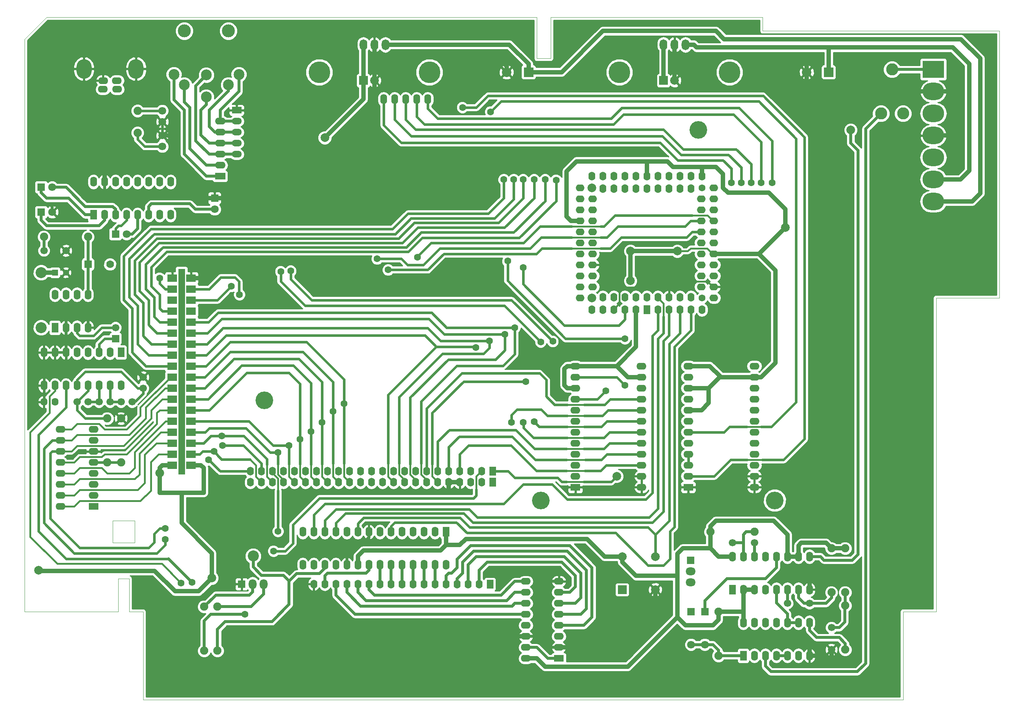
<source format=gbl>
G04 (created by PCBNEW (2013-07-07 BZR 4022)-stable) date 07/01/2023 15:27:14*
%MOIN*%
G04 Gerber Fmt 3.4, Leading zero omitted, Abs format*
%FSLAX34Y34*%
G01*
G70*
G90*
G04 APERTURE LIST*
%ADD10C,0.00590551*%
%ADD11C,0.00393701*%
%ADD12R,0.19685X0.15748*%
%ADD13O,0.19685X0.15748*%
%ADD14R,0.0905512X0.0669291*%
%ADD15R,0.0649606X1.87008*%
%ADD16R,0.0787402X0.0787402*%
%ADD17C,0.0787402*%
%ADD18C,0.0748031*%
%ADD19R,0.09X0.062*%
%ADD20O,0.09X0.062*%
%ADD21C,0.19685*%
%ADD22O,0.0905512X0.0629921*%
%ADD23O,0.137795X0.177165*%
%ADD24R,0.062X0.09*%
%ADD25O,0.062X0.09*%
%ADD26O,0.07X0.0984252*%
%ADD27R,0.0629921X0.0787402*%
%ADD28O,0.0629921X0.0787402*%
%ADD29O,0.0787402X0.0629921*%
%ADD30C,0.0629921*%
%ADD31O,0.0629921X0.0905512*%
%ADD32R,0.0866142X0.0866142*%
%ADD33C,0.0866142*%
%ADD34C,0.0669291*%
%ADD35C,0.0708661*%
%ADD36C,0.0984252*%
%ADD37C,0.11811*%
%ADD38R,0.0944882X0.0629921*%
%ADD39O,0.0944882X0.0629921*%
%ADD40R,0.0708661X0.0708661*%
%ADD41O,0.0905512X0.0708661*%
%ADD42C,0.110236*%
%ADD43R,0.0669291X0.0669291*%
%ADD44O,0.0629921X0.0708661*%
%ADD45R,0.055X0.055*%
%ADD46C,0.055*%
%ADD47C,0.1*%
%ADD48C,0.16*%
%ADD49O,0.0708661X0.0905512*%
%ADD50R,0.07X0.07*%
%ADD51C,0.07*%
%ADD52R,0.0905512X0.0590551*%
%ADD53O,0.0905512X0.0590551*%
%ADD54C,0.0393701*%
%ADD55C,0.023622*%
%ADD56C,0.015748*%
%ADD57C,0.0275591*%
%ADD58C,0.01*%
G04 APERTURE END LIST*
G54D10*
G54D11*
X8000Y-45750D02*
X8000Y-47750D01*
X10000Y-45750D02*
X8000Y-45750D01*
X10000Y-47750D02*
X10000Y-45750D01*
X8000Y-47750D02*
X10000Y-47750D01*
X8500Y-54000D02*
X0Y-54000D01*
X9500Y-54000D02*
X10750Y-54000D01*
X9500Y-51000D02*
X9500Y-54000D01*
X8500Y-51000D02*
X9500Y-51000D01*
X8500Y-54000D02*
X8500Y-51000D01*
X88500Y-1250D02*
X88500Y-25500D01*
X67000Y-1250D02*
X88500Y-1250D01*
X67000Y0D02*
X67000Y-1250D01*
X47750Y0D02*
X67000Y0D01*
X46500Y0D02*
X2000Y0D01*
X47750Y-3750D02*
X47750Y0D01*
X46500Y-3750D02*
X47750Y-3750D01*
X46500Y0D02*
X46500Y-3750D01*
X0Y-2000D02*
X2000Y0D01*
X0Y-54000D02*
X0Y-2000D01*
X10750Y-62000D02*
X10750Y-54000D01*
X79750Y-62000D02*
X10750Y-62000D01*
X82750Y-25500D02*
X88500Y-25500D01*
X82750Y-54000D02*
X82750Y-25500D01*
X79750Y-54000D02*
X82750Y-54000D01*
X79750Y-62000D02*
X79750Y-54000D01*
G54D12*
X82500Y-4750D03*
G54D13*
X82500Y-6750D03*
X82500Y-8750D03*
X82500Y-10750D03*
X82500Y-12750D03*
X82500Y-14750D03*
X82500Y-16750D03*
G54D14*
X13400Y-40700D03*
X15100Y-39700D03*
X13400Y-39700D03*
X15100Y-38700D03*
X13400Y-38700D03*
X15100Y-37700D03*
X13400Y-37700D03*
X15100Y-36700D03*
X13400Y-36700D03*
X15100Y-35700D03*
X13400Y-35700D03*
X15100Y-34700D03*
X13400Y-34700D03*
X15100Y-33700D03*
X13400Y-33700D03*
X15100Y-32700D03*
X13400Y-32700D03*
X15100Y-31700D03*
X13400Y-31700D03*
X15100Y-30700D03*
X13400Y-30700D03*
X15100Y-29700D03*
X13400Y-29700D03*
X15100Y-28700D03*
X13400Y-28700D03*
X15100Y-27700D03*
X13400Y-27700D03*
X15100Y-26700D03*
X13400Y-26700D03*
X15100Y-25700D03*
X13400Y-25700D03*
X15100Y-24700D03*
X13400Y-24700D03*
X15100Y-23700D03*
X13400Y-23700D03*
X15100Y-40700D03*
G54D15*
X14250Y-32200D03*
G54D16*
X54250Y-52000D03*
G54D17*
X54250Y-49000D03*
X57250Y-49000D03*
X57250Y-52000D03*
G54D18*
X10250Y-10500D03*
X10250Y-8500D03*
G54D19*
X48500Y-58250D03*
G54D20*
X48500Y-57250D03*
X48500Y-56250D03*
X48500Y-55250D03*
X48500Y-54250D03*
X48500Y-53250D03*
X48500Y-52250D03*
X48500Y-51250D03*
X45500Y-51250D03*
X45500Y-52250D03*
X45500Y-53250D03*
X45500Y-54250D03*
X45500Y-55250D03*
X45500Y-56250D03*
X45500Y-57250D03*
X45500Y-58250D03*
G54D21*
X64000Y-5000D03*
X54000Y-5000D03*
G54D22*
X7112Y-6550D03*
X8387Y-6550D03*
X8368Y-5763D03*
X7131Y-5763D03*
G54D23*
X5388Y-4700D03*
X10112Y-4700D03*
G54D24*
X2750Y-28200D03*
G54D25*
X3750Y-28200D03*
X4750Y-28200D03*
X5750Y-28200D03*
X5750Y-25200D03*
X4750Y-25200D03*
X3750Y-25200D03*
X2750Y-25200D03*
G54D26*
X32750Y-2500D03*
X31750Y-2500D03*
X30750Y-2500D03*
G54D24*
X64250Y-52000D03*
G54D25*
X65250Y-52000D03*
X66250Y-52000D03*
X67250Y-52000D03*
X68250Y-52000D03*
X69250Y-52000D03*
X70250Y-52000D03*
X71250Y-52000D03*
X71250Y-49000D03*
X70250Y-49000D03*
X69250Y-49000D03*
X68250Y-49000D03*
X67250Y-49000D03*
X66250Y-49000D03*
X65250Y-49000D03*
X64250Y-49000D03*
G54D27*
X56500Y-26578D03*
G54D28*
X56500Y-25421D03*
X55500Y-26578D03*
X55500Y-25421D03*
X54500Y-26578D03*
X54500Y-25421D03*
X53500Y-26578D03*
X53500Y-25421D03*
X52500Y-26578D03*
X52500Y-25421D03*
X51500Y-26578D03*
G54D29*
X50421Y-25500D03*
G54D17*
X51500Y-25500D03*
G54D29*
X50421Y-24500D03*
X51578Y-24500D03*
X50421Y-23500D03*
X51578Y-23500D03*
X50421Y-22500D03*
X51578Y-22500D03*
X50421Y-21500D03*
X51578Y-21500D03*
X50421Y-20500D03*
X51578Y-20500D03*
X50421Y-19500D03*
X51578Y-19500D03*
X50421Y-18500D03*
X51578Y-18500D03*
X50421Y-17500D03*
X51578Y-17500D03*
X50421Y-16500D03*
X51578Y-16500D03*
X50421Y-15500D03*
G54D28*
X51500Y-14421D03*
G54D17*
X51500Y-15500D03*
G54D28*
X52500Y-14421D03*
X52500Y-15578D03*
X53500Y-14421D03*
X53500Y-15578D03*
X54500Y-14421D03*
X54500Y-15578D03*
X55500Y-14421D03*
X55500Y-15578D03*
X56500Y-14421D03*
X56500Y-15578D03*
X57500Y-14421D03*
X57500Y-15578D03*
X58500Y-14421D03*
X58500Y-15578D03*
X59500Y-14421D03*
X59500Y-15578D03*
X60500Y-14421D03*
X60500Y-15578D03*
X61500Y-14421D03*
G54D29*
X62578Y-15500D03*
G54D30*
X61500Y-15500D03*
G54D29*
X62578Y-16500D03*
X61421Y-16500D03*
X62578Y-17500D03*
X61421Y-17500D03*
X62578Y-18500D03*
X61421Y-18500D03*
X62578Y-19500D03*
X61421Y-19500D03*
X62578Y-20500D03*
X61421Y-20500D03*
X62578Y-21500D03*
X61421Y-21500D03*
X62578Y-22500D03*
X61421Y-22500D03*
X62578Y-23500D03*
X61421Y-23500D03*
X62578Y-24500D03*
X61421Y-24500D03*
X62578Y-25500D03*
G54D28*
X61500Y-26578D03*
G54D30*
X61500Y-25500D03*
G54D28*
X60500Y-26578D03*
X60500Y-25421D03*
X59500Y-26578D03*
X59500Y-25421D03*
X58500Y-26578D03*
X58500Y-25421D03*
X57500Y-26578D03*
X57500Y-25421D03*
G54D19*
X50000Y-42700D03*
G54D20*
X50000Y-41700D03*
X50000Y-40700D03*
X50000Y-39700D03*
X50000Y-38700D03*
X50000Y-37700D03*
X50000Y-36700D03*
X50000Y-35700D03*
X50000Y-34700D03*
X50000Y-33700D03*
X50000Y-32700D03*
X50000Y-31700D03*
X56000Y-31700D03*
X56000Y-32700D03*
X56000Y-33700D03*
X56000Y-34700D03*
X56000Y-35700D03*
X56000Y-36700D03*
X56000Y-37700D03*
X56000Y-38700D03*
X56000Y-39700D03*
X56000Y-40700D03*
X56000Y-41700D03*
X56000Y-42700D03*
G54D19*
X6250Y-44450D03*
G54D20*
X6250Y-43450D03*
X6250Y-42450D03*
X6250Y-41450D03*
X6250Y-40450D03*
X6250Y-39450D03*
X6250Y-38450D03*
X6250Y-37450D03*
X3250Y-37450D03*
X3250Y-38450D03*
X3250Y-39450D03*
X3250Y-40450D03*
X3250Y-41450D03*
X3250Y-42450D03*
X3250Y-43450D03*
X3250Y-44450D03*
G54D24*
X65250Y-58000D03*
G54D25*
X66250Y-58000D03*
X67250Y-58000D03*
X68250Y-58000D03*
X69250Y-58000D03*
X70250Y-58000D03*
X71250Y-58000D03*
X71250Y-55000D03*
X70250Y-55000D03*
X69250Y-55000D03*
X68250Y-55000D03*
X67250Y-55000D03*
X66250Y-55000D03*
X65250Y-55000D03*
G54D26*
X60000Y-2500D03*
X59000Y-2500D03*
X58000Y-2500D03*
G54D25*
X37250Y-46750D03*
X36250Y-46750D03*
X35250Y-46750D03*
X34250Y-46750D03*
X33250Y-46750D03*
X32250Y-46750D03*
X31250Y-46750D03*
X30250Y-46750D03*
X29250Y-46750D03*
X28250Y-46750D03*
X27250Y-46750D03*
X26250Y-46750D03*
X25250Y-46750D03*
G54D24*
X38250Y-46750D03*
G54D25*
X25250Y-49750D03*
X26250Y-49750D03*
X27250Y-49750D03*
X28250Y-49750D03*
X29250Y-49750D03*
X30250Y-49750D03*
X31250Y-49750D03*
X32250Y-49750D03*
X33250Y-49750D03*
X34250Y-49750D03*
X35250Y-49750D03*
X36250Y-49750D03*
X37250Y-49750D03*
X38250Y-49750D03*
G54D21*
X36750Y-5000D03*
X26750Y-5000D03*
G54D31*
X32600Y-7450D03*
X33600Y-7450D03*
X34600Y-7450D03*
X35600Y-7450D03*
X36600Y-7450D03*
G54D18*
X73250Y-48250D03*
X73250Y-52250D03*
X62250Y-46750D03*
X66250Y-46750D03*
X63000Y-58000D03*
X63000Y-54000D03*
G54D32*
X45750Y-5000D03*
G54D33*
X43750Y-5000D03*
G54D32*
X73000Y-5000D03*
G54D33*
X71000Y-5000D03*
G54D34*
X71250Y-53250D03*
X69250Y-53250D03*
X64250Y-47750D03*
X66250Y-47750D03*
G54D16*
X30750Y-5750D03*
G54D17*
X31750Y-5750D03*
G54D16*
X58000Y-5750D03*
G54D17*
X59000Y-5750D03*
G54D35*
X12500Y-8500D03*
X12500Y-9500D03*
X12500Y-11750D03*
X12500Y-10750D03*
G54D27*
X42500Y-41250D03*
G54D28*
X37500Y-41250D03*
X36500Y-41250D03*
X35500Y-41250D03*
X34500Y-41250D03*
X33500Y-41250D03*
X32500Y-41250D03*
X31500Y-41250D03*
X30500Y-41250D03*
X29500Y-41250D03*
X28500Y-41250D03*
X27500Y-41250D03*
X26500Y-41250D03*
X25500Y-41250D03*
X24500Y-41250D03*
X41500Y-41250D03*
X40500Y-41250D03*
X39500Y-41250D03*
X38500Y-41250D03*
X23500Y-41250D03*
X22500Y-41250D03*
X21500Y-41250D03*
X20500Y-41250D03*
G54D27*
X42500Y-42250D03*
G54D28*
X37500Y-42250D03*
X36500Y-42250D03*
X35500Y-42250D03*
X34500Y-42250D03*
X33500Y-42250D03*
X32500Y-42250D03*
X31500Y-42250D03*
X30500Y-42250D03*
X29500Y-42250D03*
X28500Y-42250D03*
X27500Y-42250D03*
X26500Y-42250D03*
X25500Y-42250D03*
X24500Y-42250D03*
X41500Y-42250D03*
X40500Y-42250D03*
X39500Y-42250D03*
X38500Y-42250D03*
X23500Y-42250D03*
X22500Y-42250D03*
X21500Y-42250D03*
X20500Y-42250D03*
G54D36*
X19450Y-5200D03*
X14500Y-6150D03*
X16500Y-5250D03*
X13550Y-5200D03*
X18500Y-6150D03*
G54D37*
X14500Y-1250D03*
X18500Y-1250D03*
G54D36*
X16500Y-7250D03*
G54D38*
X17750Y-14450D03*
G54D39*
X17750Y-13450D03*
X17750Y-12450D03*
X17750Y-11450D03*
X17750Y-10450D03*
X17750Y-9450D03*
G54D40*
X60450Y-49350D03*
G54D41*
X60450Y-50350D03*
X60450Y-51350D03*
G54D34*
X1750Y-21200D03*
X3750Y-21200D03*
G54D42*
X77750Y-8750D03*
X78750Y-4750D03*
X79750Y-8750D03*
G54D19*
X60250Y-42700D03*
G54D20*
X60250Y-41700D03*
X60250Y-40700D03*
X60250Y-39700D03*
X60250Y-38700D03*
X60250Y-37700D03*
X60250Y-36700D03*
X60250Y-35700D03*
X60250Y-34700D03*
X60250Y-33700D03*
X60250Y-32700D03*
X60250Y-31700D03*
X66250Y-31700D03*
X66250Y-32700D03*
X66250Y-33700D03*
X66250Y-34700D03*
X66250Y-35700D03*
X66250Y-36700D03*
X66250Y-37700D03*
X66250Y-38700D03*
X66250Y-39700D03*
X66250Y-40700D03*
X66250Y-41700D03*
X66250Y-42700D03*
G54D24*
X6250Y-17950D03*
G54D25*
X7250Y-17950D03*
X8250Y-17950D03*
X9250Y-17950D03*
X10250Y-17950D03*
X11250Y-17950D03*
X12250Y-17950D03*
X13250Y-17950D03*
X13250Y-14950D03*
X12250Y-14950D03*
X11250Y-14950D03*
X10250Y-14950D03*
X9250Y-14950D03*
X8250Y-14950D03*
X7250Y-14950D03*
X6250Y-14950D03*
G54D40*
X1500Y-15450D03*
G54D35*
X2500Y-15450D03*
G54D40*
X8250Y-19700D03*
G54D35*
X9250Y-19700D03*
G54D40*
X1500Y-17700D03*
G54D35*
X2500Y-17700D03*
G54D40*
X17250Y-16450D03*
G54D35*
X17250Y-17450D03*
G54D27*
X42250Y-51500D03*
G54D28*
X37250Y-51500D03*
X36250Y-51500D03*
X35250Y-51500D03*
X34250Y-51500D03*
X33250Y-51500D03*
X32250Y-51500D03*
X31250Y-51500D03*
X30250Y-51500D03*
X29250Y-51500D03*
X28250Y-51500D03*
X27250Y-51500D03*
X41250Y-51500D03*
X40250Y-51500D03*
X39250Y-51500D03*
X38250Y-51500D03*
X26250Y-51500D03*
G54D34*
X4750Y-34950D03*
X5750Y-34950D03*
X6750Y-34950D03*
X7750Y-34950D03*
X8750Y-34950D03*
X9750Y-34950D03*
X10750Y-33700D03*
X10750Y-32700D03*
G54D24*
X8750Y-30450D03*
G54D25*
X7750Y-30450D03*
X6750Y-30450D03*
X5750Y-30450D03*
X4750Y-30450D03*
X3750Y-30450D03*
X2750Y-30450D03*
X1750Y-30450D03*
X1750Y-33450D03*
X2750Y-33450D03*
X3750Y-33450D03*
X4750Y-33450D03*
X5750Y-33450D03*
X6750Y-33450D03*
X7750Y-33450D03*
X8750Y-33450D03*
G54D43*
X8250Y-29200D03*
G54D34*
X8250Y-28200D03*
G54D44*
X2750Y-34950D03*
X1750Y-34950D03*
G54D18*
X7500Y-40450D03*
X7500Y-36450D03*
G54D45*
X2750Y-23200D03*
G54D46*
X3750Y-23200D03*
G54D47*
X1500Y-28200D03*
X1500Y-23200D03*
G54D48*
X21750Y-34800D03*
X46850Y-43900D03*
X61150Y-10250D03*
X68100Y-43900D03*
G54D18*
X74500Y-53450D03*
X74500Y-57450D03*
X74500Y-52250D03*
X74500Y-48250D03*
G54D34*
X73250Y-55450D03*
X73250Y-57450D03*
G54D18*
X16300Y-57550D03*
X16300Y-53550D03*
X17500Y-57550D03*
X17500Y-53550D03*
G54D40*
X19700Y-51500D03*
G54D49*
X20700Y-51500D03*
X21700Y-51500D03*
G54D18*
X8750Y-40450D03*
X8750Y-36450D03*
X5750Y-19950D03*
X1750Y-19950D03*
G54D50*
X5750Y-22450D03*
G54D51*
X7750Y-22450D03*
G54D40*
X61750Y-54000D03*
G54D35*
X61750Y-57000D03*
G54D40*
X60500Y-54000D03*
G54D35*
X60500Y-57000D03*
G54D52*
X19250Y-8450D03*
G54D53*
X19250Y-9450D03*
X19250Y-10450D03*
X19250Y-11450D03*
X19250Y-12450D03*
G54D47*
X20750Y-48950D03*
G54D17*
X27250Y-10950D03*
G54D30*
X45500Y-33100D03*
X15200Y-51350D03*
X14200Y-51400D03*
X67850Y-15050D03*
X66850Y-15050D03*
X65950Y-15050D03*
X65050Y-15050D03*
X64150Y-15050D03*
X47250Y-14750D03*
X46250Y-14750D03*
X45250Y-14750D03*
X44400Y-14750D03*
X43500Y-14750D03*
X19500Y-25200D03*
X18750Y-24450D03*
X52750Y-33950D03*
X32000Y-21950D03*
X12250Y-23700D03*
X33000Y-22950D03*
X35650Y-21800D03*
G54D17*
X75000Y-10250D03*
G54D30*
X48250Y-14800D03*
X17950Y-38900D03*
X22600Y-48500D03*
X16700Y-40200D03*
X44500Y-28200D03*
X43600Y-28800D03*
X54500Y-33450D03*
X27000Y-36800D03*
X28000Y-35800D03*
X29000Y-35100D03*
X42200Y-29400D03*
X40950Y-30000D03*
X17200Y-39450D03*
X17900Y-38050D03*
X23000Y-39550D03*
X24000Y-38900D03*
X25000Y-38350D03*
X26000Y-37650D03*
X45250Y-36800D03*
X46250Y-36750D03*
X12750Y-46450D03*
X44200Y-36800D03*
X12750Y-47450D03*
G54D17*
X53750Y-41700D03*
X29750Y-22450D03*
X42350Y-15050D03*
X58500Y-24000D03*
G54D30*
X20000Y-54250D03*
X39750Y-8200D03*
X42300Y-8600D03*
X46850Y-29500D03*
X23250Y-23100D03*
X24150Y-23050D03*
X47950Y-29450D03*
G54D17*
X17000Y-50950D03*
X1250Y-50250D03*
X12250Y-41400D03*
X59250Y-21250D03*
X69050Y-19100D03*
X55000Y-23950D03*
X55000Y-21250D03*
G54D30*
X45250Y-22750D03*
X23000Y-46700D03*
X54500Y-29200D03*
X43850Y-22150D03*
G54D54*
X2750Y-23200D02*
X1500Y-23200D01*
X30750Y-7450D02*
X30750Y-5750D01*
X27250Y-10950D02*
X30750Y-7450D01*
X30750Y-2500D02*
X30750Y-5750D01*
G54D55*
X37000Y-40600D02*
X37000Y-35950D01*
X39850Y-33100D02*
X45500Y-33100D01*
X37000Y-35950D02*
X39850Y-33100D01*
G54D56*
X37500Y-42200D02*
X37000Y-41700D01*
X37000Y-41700D02*
X37000Y-40600D01*
X37500Y-42250D02*
X37500Y-42200D01*
G54D57*
X14500Y-9700D02*
X14500Y-12450D01*
X16500Y-14450D02*
X17750Y-14450D01*
X14500Y-12450D02*
X16500Y-14450D01*
X14500Y-9700D02*
X14500Y-8450D01*
X13550Y-5200D02*
X13550Y-7500D01*
X13550Y-7500D02*
X14500Y-8450D01*
G54D55*
X39525Y-45475D02*
X30775Y-45475D01*
X40400Y-46350D02*
X56600Y-46350D01*
X39525Y-45475D02*
X40400Y-46350D01*
X58525Y-29675D02*
X59500Y-28700D01*
X57250Y-47000D02*
X58525Y-45725D01*
X59500Y-26500D02*
X59500Y-28700D01*
X58525Y-45725D02*
X58525Y-29675D01*
X30250Y-46000D02*
X30250Y-46750D01*
X57250Y-47000D02*
X56600Y-46350D01*
X30775Y-45475D02*
X30250Y-46000D01*
X57250Y-49000D02*
X57250Y-47000D01*
G54D57*
X27250Y-51500D02*
X27250Y-50750D01*
X31250Y-50250D02*
X31250Y-49750D01*
X31000Y-50500D02*
X31250Y-50250D01*
X27500Y-50500D02*
X31000Y-50500D01*
X27250Y-50750D02*
X27500Y-50500D01*
X32250Y-51500D02*
X32250Y-49750D01*
X33250Y-51500D02*
X33250Y-49750D01*
X34250Y-51500D02*
X34250Y-49750D01*
X35250Y-51500D02*
X35250Y-49750D01*
X36250Y-51500D02*
X36250Y-49750D01*
X37250Y-51500D02*
X37250Y-49750D01*
G54D55*
X56400Y-43800D02*
X49250Y-43800D01*
X49250Y-43800D02*
X47900Y-42450D01*
X57000Y-43200D02*
X57000Y-28950D01*
X57000Y-28950D02*
X57500Y-28450D01*
X45250Y-42450D02*
X47900Y-42450D01*
X45250Y-42450D02*
X43500Y-44200D01*
X43500Y-44200D02*
X27250Y-44200D01*
X27250Y-44200D02*
X26250Y-45200D01*
X26250Y-45200D02*
X26250Y-46750D01*
X56400Y-43800D02*
X57000Y-43200D01*
X57500Y-26500D02*
X57500Y-28450D01*
X58000Y-28700D02*
X58000Y-27200D01*
X57500Y-29200D02*
X58000Y-28700D01*
X56700Y-45450D02*
X41100Y-45450D01*
X41100Y-45450D02*
X40350Y-44700D01*
X27250Y-46750D02*
X27250Y-45700D01*
X28250Y-44700D02*
X40350Y-44700D01*
X27250Y-45700D02*
X28250Y-44700D01*
X57500Y-44650D02*
X57500Y-29200D01*
X56700Y-45450D02*
X57500Y-44650D01*
G54D56*
X58000Y-27200D02*
X58000Y-26000D01*
X58000Y-26000D02*
X57500Y-25500D01*
G54D55*
X58000Y-29400D02*
X58500Y-28900D01*
X57000Y-45900D02*
X40700Y-45900D01*
X40700Y-45900D02*
X39875Y-45075D01*
X29125Y-45075D02*
X39875Y-45075D01*
X28250Y-46750D02*
X28250Y-45950D01*
X28250Y-45950D02*
X29125Y-45075D01*
X58000Y-44900D02*
X58000Y-29400D01*
X57000Y-45900D02*
X58000Y-44900D01*
X58500Y-26500D02*
X58500Y-28900D01*
X10000Y-49200D02*
X13050Y-49200D01*
X13050Y-49200D02*
X15200Y-51350D01*
G54D57*
X15200Y-51350D02*
X13050Y-49200D01*
G54D55*
X3750Y-33450D02*
X3750Y-35450D01*
X1250Y-46700D02*
X3750Y-49200D01*
X1250Y-37950D02*
X1250Y-46700D01*
X3750Y-35450D02*
X1250Y-37950D01*
X10000Y-49200D02*
X3750Y-49200D01*
G54D56*
X10000Y-49650D02*
X12450Y-49650D01*
X12450Y-49650D02*
X14200Y-51400D01*
X2250Y-34450D02*
X2750Y-33950D01*
X2250Y-35950D02*
X2250Y-34450D01*
X500Y-37700D02*
X2250Y-35950D01*
X500Y-47200D02*
X500Y-37700D01*
X2950Y-49650D02*
X500Y-47200D01*
X2750Y-33950D02*
X2750Y-33450D01*
X2950Y-49650D02*
X10000Y-49650D01*
G54D57*
X17750Y-12450D02*
X19250Y-12450D01*
X15525Y-9450D02*
X15525Y-11225D01*
X16750Y-12450D02*
X17750Y-12450D01*
X15525Y-11225D02*
X16750Y-12450D01*
X15525Y-9450D02*
X15525Y-6225D01*
X15525Y-6225D02*
X16500Y-5250D01*
X17750Y-9450D02*
X19250Y-9450D01*
X19450Y-6200D02*
X19450Y-6750D01*
X17750Y-8450D02*
X17750Y-9450D01*
X19450Y-6750D02*
X17750Y-8450D01*
X19450Y-5200D02*
X19450Y-6200D01*
G54D55*
X53250Y-9200D02*
X37500Y-9200D01*
X37500Y-9200D02*
X36600Y-8300D01*
X36600Y-8300D02*
X36600Y-7450D01*
X54200Y-8250D02*
X53250Y-9200D01*
X54200Y-8250D02*
X64850Y-8250D01*
X67850Y-11250D02*
X67850Y-15050D01*
X64850Y-8250D02*
X67850Y-11250D01*
X53450Y-9750D02*
X36300Y-9750D01*
X35600Y-9050D02*
X35600Y-7450D01*
X36300Y-9750D02*
X35600Y-9050D01*
X64350Y-8850D02*
X54350Y-8850D01*
X54350Y-8850D02*
X53450Y-9750D01*
X66850Y-11350D02*
X64350Y-8850D01*
X66850Y-15050D02*
X66850Y-11350D01*
X58000Y-10200D02*
X35500Y-10200D01*
X34600Y-9300D02*
X34600Y-7450D01*
X35500Y-10200D02*
X34600Y-9300D01*
X58000Y-10200D02*
X59800Y-12000D01*
X65950Y-13350D02*
X64600Y-12000D01*
X65950Y-15050D02*
X65950Y-13350D01*
X59800Y-12000D02*
X64600Y-12000D01*
X57900Y-10800D02*
X35100Y-10800D01*
X33600Y-9300D02*
X33600Y-7450D01*
X35100Y-10800D02*
X33600Y-9300D01*
X63900Y-12500D02*
X59600Y-12500D01*
X65050Y-13650D02*
X63900Y-12500D01*
X65050Y-15050D02*
X65050Y-13650D01*
X57900Y-10800D02*
X59600Y-12500D01*
X57700Y-11400D02*
X34200Y-11400D01*
X32600Y-9800D02*
X32600Y-7450D01*
X34200Y-11400D02*
X32600Y-9800D01*
X57700Y-11400D02*
X59300Y-13000D01*
X59300Y-13000D02*
X63400Y-13000D01*
X64150Y-13750D02*
X64150Y-15050D01*
X63400Y-13000D02*
X64150Y-13750D01*
G54D57*
X19250Y-10450D02*
X17750Y-10450D01*
X18500Y-6150D02*
X18500Y-6700D01*
X17250Y-10450D02*
X17750Y-10450D01*
X16750Y-9950D02*
X17250Y-10450D01*
X16750Y-8450D02*
X16750Y-9950D01*
X18500Y-6700D02*
X16750Y-8450D01*
G54D55*
X12550Y-20900D02*
X34650Y-20900D01*
X36000Y-19550D02*
X44400Y-19550D01*
X34650Y-20900D02*
X36000Y-19550D01*
X47250Y-16700D02*
X44400Y-19550D01*
X47250Y-14750D02*
X47250Y-16700D01*
X12550Y-20900D02*
X11000Y-22450D01*
X11750Y-25450D02*
X11750Y-27200D01*
X11000Y-24700D02*
X11000Y-22450D01*
X11750Y-25450D02*
X11000Y-24700D01*
X11750Y-27200D02*
X12250Y-27700D01*
X12250Y-27700D02*
X13500Y-27700D01*
X43556Y-19107D02*
X35692Y-19107D01*
X35692Y-19107D02*
X34300Y-20500D01*
X12200Y-20500D02*
X34300Y-20500D01*
X12200Y-20500D02*
X10437Y-22262D01*
X12000Y-28700D02*
X13500Y-28700D01*
X11250Y-25700D02*
X11250Y-27950D01*
X10437Y-24887D02*
X10437Y-22262D01*
X11250Y-25700D02*
X10437Y-24887D01*
X11250Y-27950D02*
X12000Y-28700D01*
X43556Y-19107D02*
X46250Y-16450D01*
X46250Y-16450D02*
X46250Y-14750D01*
X43025Y-18675D02*
X35375Y-18675D01*
X35375Y-18675D02*
X33950Y-20100D01*
X33950Y-20100D02*
X12000Y-20100D01*
X10750Y-25950D02*
X10750Y-28950D01*
X10000Y-22100D02*
X12000Y-20100D01*
X10000Y-25200D02*
X10000Y-22100D01*
X10750Y-25950D02*
X10000Y-25200D01*
X10750Y-28950D02*
X11500Y-29700D01*
X11500Y-29700D02*
X13500Y-29700D01*
X45250Y-16450D02*
X45250Y-14750D01*
X45250Y-16450D02*
X43025Y-18675D01*
X42675Y-18275D02*
X35075Y-18275D01*
X35075Y-18275D02*
X33650Y-19700D01*
X44400Y-14750D02*
X44400Y-16550D01*
X44400Y-16550D02*
X42675Y-18275D01*
X11750Y-19700D02*
X33650Y-19700D01*
X10250Y-29700D02*
X11250Y-30700D01*
X9500Y-25450D02*
X10250Y-26200D01*
X9500Y-21950D02*
X9500Y-25450D01*
X11750Y-19700D02*
X9500Y-21950D01*
X11250Y-30700D02*
X13500Y-30700D01*
X10250Y-26200D02*
X10250Y-29700D01*
X11450Y-19250D02*
X33400Y-19250D01*
X33400Y-19250D02*
X34800Y-17850D01*
X42100Y-17850D02*
X34800Y-17850D01*
X42100Y-17850D02*
X43500Y-16450D01*
X43500Y-16450D02*
X43500Y-14750D01*
X9750Y-26450D02*
X9750Y-30450D01*
X9750Y-30450D02*
X11000Y-31700D01*
X9000Y-25700D02*
X9750Y-26450D01*
X9000Y-21700D02*
X9000Y-25700D01*
X11450Y-19250D02*
X9000Y-21700D01*
X11000Y-31700D02*
X13500Y-31700D01*
G54D57*
X17750Y-11450D02*
X19250Y-11450D01*
X16500Y-7250D02*
X16500Y-7950D01*
X16750Y-11450D02*
X17750Y-11450D01*
X16000Y-10700D02*
X16750Y-11450D01*
X16000Y-8450D02*
X16000Y-10700D01*
X16500Y-7950D02*
X16000Y-8450D01*
G54D55*
X60250Y-39700D02*
X60250Y-40700D01*
X17800Y-23650D02*
X16750Y-24700D01*
X16750Y-24700D02*
X15000Y-24700D01*
X19100Y-23650D02*
X19450Y-24000D01*
X17800Y-23650D02*
X19100Y-23650D01*
X19500Y-25200D02*
X19450Y-25150D01*
X19450Y-25150D02*
X19450Y-24000D01*
G54D57*
X9250Y-14950D02*
X9250Y-14700D01*
G54D55*
X18750Y-24450D02*
X17500Y-25700D01*
X17500Y-25700D02*
X15000Y-25700D01*
X50000Y-34700D02*
X52000Y-34700D01*
X52000Y-34700D02*
X52750Y-33950D01*
G54D56*
X54500Y-25500D02*
X54550Y-25500D01*
G54D55*
X45900Y-21000D02*
X37700Y-21000D01*
X37700Y-21000D02*
X36200Y-22500D01*
X36200Y-22500D02*
X34750Y-22500D01*
X34750Y-22500D02*
X34200Y-21950D01*
X32000Y-21950D02*
X34200Y-21950D01*
X46900Y-20000D02*
X49650Y-20000D01*
X52850Y-20000D02*
X52300Y-20000D01*
X53850Y-19000D02*
X59950Y-19000D01*
X53850Y-19000D02*
X52850Y-20000D01*
G54D56*
X52300Y-20000D02*
X49650Y-20000D01*
G54D55*
X59950Y-19000D02*
X60450Y-18500D01*
X60450Y-18500D02*
X61500Y-18500D01*
X46900Y-20000D02*
X45900Y-21000D01*
X12250Y-23700D02*
X12250Y-24200D01*
X12250Y-24200D02*
X12750Y-24700D01*
X12750Y-24700D02*
X13400Y-24700D01*
X33000Y-22950D02*
X36600Y-22950D01*
X38050Y-21500D02*
X46450Y-21500D01*
X36600Y-22950D02*
X38050Y-21500D01*
X54150Y-20000D02*
X60100Y-20000D01*
X60600Y-19500D02*
X61500Y-19500D01*
X60100Y-20000D02*
X60600Y-19500D01*
X49650Y-21000D02*
X46950Y-21000D01*
X53150Y-21000D02*
X52300Y-21000D01*
X46450Y-21500D02*
X46950Y-21000D01*
X54150Y-20000D02*
X53150Y-21000D01*
G54D56*
X52300Y-21000D02*
X49650Y-21000D01*
G54D55*
X35650Y-21800D02*
X35650Y-21750D01*
X36900Y-20500D02*
X45300Y-20500D01*
X35650Y-21750D02*
X36900Y-20500D01*
X49650Y-19000D02*
X46800Y-19000D01*
G54D56*
X60600Y-18000D02*
X62000Y-18000D01*
X62000Y-18000D02*
X62500Y-18500D01*
G54D55*
X52300Y-19000D02*
X52600Y-19000D01*
X52600Y-19000D02*
X53600Y-18000D01*
X53600Y-18000D02*
X60600Y-18000D01*
X46800Y-19000D02*
X45300Y-20500D01*
G54D56*
X52300Y-19000D02*
X49650Y-19000D01*
G54D57*
X15000Y-9950D02*
X15000Y-11950D01*
X16500Y-13450D02*
X17750Y-13450D01*
X15000Y-11950D02*
X16500Y-13450D01*
X14500Y-6150D02*
X14500Y-7700D01*
X15000Y-8200D02*
X15000Y-9950D01*
X14500Y-7700D02*
X15000Y-8200D01*
X72575Y-49325D02*
X75125Y-49325D01*
X75650Y-12100D02*
X75000Y-11450D01*
X75650Y-48800D02*
X75650Y-12100D01*
X75125Y-49325D02*
X75650Y-48800D01*
X75000Y-11450D02*
X75000Y-10250D01*
X72250Y-49000D02*
X71250Y-49000D01*
X72575Y-49325D02*
X72250Y-49000D01*
G54D55*
X12903Y-21303D02*
X34846Y-21303D01*
X36100Y-20050D02*
X44900Y-20050D01*
X34846Y-21303D02*
X36100Y-20050D01*
X48250Y-16700D02*
X44900Y-20050D01*
X48250Y-16700D02*
X48250Y-14800D01*
X12500Y-26700D02*
X13500Y-26700D01*
X12250Y-26450D02*
X12500Y-26700D01*
X12250Y-25200D02*
X11500Y-24450D01*
X11500Y-24450D02*
X11500Y-22707D01*
X12250Y-25200D02*
X12250Y-26450D01*
X12903Y-21303D02*
X11500Y-22707D01*
X17950Y-38900D02*
X19850Y-38900D01*
X21500Y-40550D02*
X21500Y-41250D01*
X19850Y-38900D02*
X21500Y-40550D01*
X40750Y-43700D02*
X26750Y-43700D01*
X41000Y-43450D02*
X40750Y-43700D01*
X26750Y-43700D02*
X24350Y-46100D01*
G54D56*
X41450Y-41250D02*
X41000Y-41700D01*
G54D55*
X41500Y-41250D02*
X41450Y-41250D01*
G54D56*
X41000Y-41700D02*
X41000Y-42900D01*
G54D55*
X41000Y-42900D02*
X41000Y-43450D01*
X24350Y-46100D02*
X24350Y-46700D01*
X22600Y-48500D02*
X23650Y-48500D01*
X23650Y-48500D02*
X24350Y-47800D01*
X24350Y-47800D02*
X24350Y-46700D01*
X20500Y-41250D02*
X17750Y-41250D01*
X17750Y-41250D02*
X16700Y-40200D01*
X39225Y-31675D02*
X43425Y-31675D01*
X44500Y-30600D02*
X44500Y-28200D01*
X43425Y-31675D02*
X44500Y-30600D01*
X36000Y-34900D02*
X36000Y-40550D01*
X39225Y-31675D02*
X36000Y-34900D01*
G54D56*
X36000Y-41550D02*
X36000Y-40550D01*
X36500Y-42250D02*
X36500Y-42050D01*
X36500Y-42050D02*
X36000Y-41550D01*
G54D55*
X44500Y-28200D02*
X38300Y-28200D01*
X16700Y-27700D02*
X15000Y-27700D01*
X38300Y-28200D02*
X36950Y-26850D01*
X36950Y-26850D02*
X17550Y-26850D01*
X17550Y-26850D02*
X16700Y-27700D01*
X35000Y-34550D02*
X35000Y-40600D01*
X42750Y-31100D02*
X43600Y-30250D01*
X43600Y-30250D02*
X43600Y-28800D01*
X38450Y-31100D02*
X42750Y-31100D01*
G54D56*
X35500Y-42250D02*
X35500Y-42050D01*
X35500Y-42050D02*
X35000Y-41550D01*
X35000Y-41550D02*
X35000Y-40600D01*
G54D55*
X38450Y-31100D02*
X35000Y-34550D01*
X43600Y-28800D02*
X38100Y-28800D01*
X38100Y-28800D02*
X36700Y-27400D01*
X36700Y-27400D02*
X17900Y-27400D01*
X15000Y-28700D02*
X16600Y-28700D01*
X17900Y-27400D02*
X16600Y-28700D01*
X50000Y-32700D02*
X53750Y-32700D01*
X53750Y-32700D02*
X54500Y-33450D01*
X27000Y-36800D02*
X27000Y-33150D01*
X24900Y-31050D02*
X19000Y-31050D01*
X27000Y-33150D02*
X24900Y-31050D01*
X27000Y-40600D02*
X27000Y-36800D01*
X15000Y-33700D02*
X16350Y-33700D01*
X16350Y-33700D02*
X19000Y-31050D01*
G54D56*
X27500Y-42250D02*
X27000Y-41750D01*
X27000Y-41750D02*
X27000Y-40600D01*
G54D55*
X28000Y-35800D02*
X28000Y-33150D01*
X28000Y-33150D02*
X25250Y-30400D01*
X28000Y-40550D02*
X28000Y-35800D01*
X25250Y-30400D02*
X18650Y-30400D01*
X18650Y-30400D02*
X16350Y-32700D01*
X16350Y-32700D02*
X15000Y-32700D01*
G54D56*
X28000Y-41750D02*
X28500Y-42250D01*
X28000Y-41750D02*
X28000Y-40550D01*
G54D55*
X29000Y-35100D02*
X29000Y-40550D01*
X29000Y-35100D02*
X29000Y-32900D01*
X29000Y-32900D02*
X25600Y-29500D01*
X25600Y-29500D02*
X18650Y-29500D01*
X15000Y-31700D02*
X16450Y-31700D01*
X18650Y-29500D02*
X16450Y-31700D01*
G54D56*
X15050Y-31500D02*
X15000Y-31450D01*
X29500Y-42250D02*
X29000Y-41750D01*
X29000Y-41750D02*
X29000Y-40550D01*
G54D55*
X41675Y-30575D02*
X37925Y-30575D01*
G54D56*
X34500Y-42050D02*
X34000Y-41550D01*
X34500Y-42250D02*
X34500Y-42050D01*
X34000Y-40550D02*
X34000Y-41550D01*
G54D55*
X42200Y-30050D02*
X41675Y-30575D01*
X42200Y-29400D02*
X42200Y-30050D01*
X37925Y-30575D02*
X34000Y-34500D01*
X34000Y-34500D02*
X34000Y-40550D01*
X37750Y-29400D02*
X42200Y-29400D01*
X36600Y-28250D02*
X18000Y-28250D01*
X18000Y-28250D02*
X16550Y-29700D01*
X15000Y-29700D02*
X16550Y-29700D01*
X36600Y-28250D02*
X37750Y-29400D01*
X37375Y-29925D02*
X33000Y-34300D01*
X33000Y-34300D02*
X33000Y-40550D01*
X36350Y-28900D02*
X18300Y-28900D01*
X37375Y-29925D02*
X36350Y-28900D01*
X37375Y-29925D02*
X40875Y-29925D01*
X40875Y-29925D02*
X40950Y-30000D01*
X15000Y-30700D02*
X16500Y-30700D01*
X18300Y-28900D02*
X16500Y-30700D01*
G54D56*
X33000Y-41750D02*
X33000Y-40550D01*
X33000Y-41750D02*
X33500Y-42250D01*
G54D55*
X17200Y-39450D02*
X16150Y-39450D01*
X16150Y-39450D02*
X15900Y-39700D01*
X15900Y-39700D02*
X15000Y-39700D01*
X20475Y-40175D02*
X17875Y-40175D01*
X17875Y-40175D02*
X17200Y-39450D01*
G54D56*
X21000Y-41750D02*
X21000Y-40700D01*
X21000Y-40700D02*
X20475Y-40175D01*
X21500Y-42250D02*
X21000Y-41750D01*
G54D55*
X17900Y-38050D02*
X19900Y-38050D01*
X22000Y-40150D02*
X22000Y-40650D01*
X19900Y-38050D02*
X22000Y-40150D01*
X17900Y-38050D02*
X16900Y-38050D01*
X16250Y-38700D02*
X15000Y-38700D01*
X16900Y-38050D02*
X16250Y-38700D01*
G54D56*
X22500Y-42250D02*
X22000Y-41750D01*
X22000Y-41750D02*
X22000Y-40650D01*
G54D55*
X16750Y-37350D02*
X20100Y-37350D01*
X22300Y-39550D02*
X23000Y-39550D01*
X20100Y-37350D02*
X22300Y-39550D01*
X23000Y-39550D02*
X23000Y-40600D01*
X15000Y-37700D02*
X16400Y-37700D01*
X16400Y-37700D02*
X16750Y-37350D01*
G54D56*
X23500Y-42250D02*
X23500Y-42050D01*
X23500Y-42050D02*
X23000Y-41550D01*
X23000Y-41550D02*
X23000Y-40600D01*
G54D55*
X24000Y-38900D02*
X22550Y-38900D01*
X22550Y-38900D02*
X20350Y-36700D01*
X15000Y-36700D02*
X20350Y-36700D01*
X24000Y-40600D02*
X24000Y-38900D01*
G54D56*
X24500Y-42250D02*
X24000Y-41750D01*
X24000Y-41750D02*
X24000Y-40600D01*
G54D55*
X15000Y-35700D02*
X16750Y-35700D01*
X25000Y-33300D02*
X25000Y-38350D01*
X24000Y-32300D02*
X25000Y-33300D01*
X20150Y-32300D02*
X24000Y-32300D01*
X16750Y-35700D02*
X20150Y-32300D01*
X25000Y-40600D02*
X25000Y-38350D01*
G54D56*
X25500Y-42250D02*
X25000Y-41750D01*
X25000Y-41750D02*
X25000Y-40600D01*
G54D55*
X26000Y-37650D02*
X26000Y-33250D01*
X24400Y-31650D02*
X19700Y-31650D01*
X26000Y-33250D02*
X24400Y-31650D01*
X26000Y-40650D02*
X26000Y-37650D01*
X16650Y-34700D02*
X15000Y-34700D01*
X19700Y-31650D02*
X16650Y-34700D01*
G54D56*
X26000Y-40650D02*
X26000Y-41750D01*
X26000Y-41750D02*
X26500Y-42250D01*
X11450Y-40400D02*
X11450Y-43000D01*
X10500Y-43950D02*
X5000Y-43950D01*
X11450Y-43000D02*
X10500Y-43950D01*
X12150Y-39700D02*
X13500Y-39700D01*
X11450Y-40400D02*
X12150Y-39700D01*
X3250Y-44450D02*
X4500Y-44450D01*
X4500Y-44450D02*
X5000Y-43950D01*
G54D55*
X49200Y-41200D02*
X46450Y-41200D01*
X46450Y-41200D02*
X44150Y-38900D01*
X50850Y-41200D02*
X52300Y-41200D01*
X52300Y-41200D02*
X52800Y-40700D01*
G54D56*
X49200Y-41200D02*
X50850Y-41200D01*
G54D55*
X52800Y-40700D02*
X56000Y-40700D01*
X39500Y-39700D02*
X39500Y-41250D01*
X40300Y-38900D02*
X39500Y-39700D01*
X44150Y-38900D02*
X40300Y-38900D01*
G54D56*
X12000Y-38700D02*
X13400Y-38700D01*
X5000Y-42950D02*
X10250Y-42950D01*
X10900Y-42300D02*
X10900Y-39750D01*
X10250Y-42950D02*
X10900Y-42300D01*
X11950Y-38700D02*
X12000Y-38700D01*
X12000Y-38700D02*
X13500Y-38700D01*
X10900Y-39750D02*
X11950Y-38700D01*
X4500Y-43450D02*
X3250Y-43450D01*
X5000Y-42950D02*
X4500Y-43450D01*
G54D55*
X50900Y-40200D02*
X52350Y-40200D01*
X52850Y-39700D02*
X56000Y-39700D01*
X52350Y-40200D02*
X52850Y-39700D01*
X49200Y-40200D02*
X46350Y-40200D01*
X38500Y-39050D02*
X38500Y-41250D01*
X39450Y-38100D02*
X38500Y-39050D01*
X44250Y-38100D02*
X39450Y-38100D01*
X46350Y-40200D02*
X44250Y-38100D01*
G54D56*
X50900Y-40200D02*
X49200Y-40200D01*
X10425Y-39625D02*
X10425Y-41525D01*
X10000Y-41950D02*
X5000Y-41950D01*
X10425Y-41525D02*
X10000Y-41950D01*
X12350Y-37700D02*
X13500Y-37700D01*
X10425Y-39625D02*
X12350Y-37700D01*
X3250Y-42450D02*
X4500Y-42450D01*
X4500Y-42450D02*
X5000Y-41950D01*
G54D55*
X50750Y-39200D02*
X52600Y-39200D01*
X53100Y-38700D02*
X56000Y-38700D01*
X52600Y-39200D02*
X53100Y-38700D01*
X49200Y-39200D02*
X46300Y-39200D01*
X46300Y-39200D02*
X44600Y-37500D01*
G54D56*
X49200Y-39200D02*
X50750Y-39200D01*
G54D55*
X37500Y-38550D02*
X37500Y-41250D01*
X38550Y-37500D02*
X37500Y-38550D01*
X44600Y-37500D02*
X38550Y-37500D01*
G54D56*
X7500Y-41450D02*
X9500Y-41450D01*
X10000Y-40950D02*
X10000Y-39500D01*
X9500Y-41450D02*
X10000Y-40950D01*
X12800Y-36700D02*
X13500Y-36700D01*
X10000Y-39500D02*
X12800Y-36700D01*
X4500Y-41450D02*
X3250Y-41450D01*
X5000Y-40950D02*
X4500Y-41450D01*
X7000Y-40950D02*
X5000Y-40950D01*
X7500Y-41450D02*
X7000Y-40950D01*
G54D55*
X46200Y-38200D02*
X49250Y-38200D01*
X45300Y-37300D02*
X46200Y-38200D01*
X45300Y-36850D02*
X45300Y-37300D01*
X45250Y-36800D02*
X45300Y-36850D01*
X50750Y-38200D02*
X52600Y-38200D01*
X53100Y-37700D02*
X56000Y-37700D01*
X52600Y-38200D02*
X53100Y-37700D01*
G54D56*
X49250Y-38200D02*
X50750Y-38200D01*
X7250Y-39700D02*
X9250Y-39700D01*
X12000Y-36950D02*
X12000Y-35950D01*
X9250Y-39700D02*
X12000Y-36950D01*
X13500Y-35700D02*
X12250Y-35700D01*
X12250Y-35700D02*
X12000Y-35950D01*
X4500Y-40450D02*
X3250Y-40450D01*
X5000Y-39950D02*
X4500Y-40450D01*
X7000Y-39950D02*
X5000Y-39950D01*
X7250Y-39700D02*
X7000Y-39950D01*
G54D55*
X49250Y-37200D02*
X46700Y-37200D01*
G54D56*
X49250Y-37200D02*
X50800Y-37200D01*
G54D55*
X50800Y-37200D02*
X52350Y-37200D01*
X46700Y-37200D02*
X46250Y-36750D01*
X52350Y-37200D02*
X52850Y-36700D01*
X52850Y-36700D02*
X56000Y-36700D01*
G54D56*
X52850Y-36700D02*
X53400Y-36700D01*
G54D55*
X56000Y-36700D02*
X53400Y-36700D01*
G54D56*
X12500Y-34700D02*
X11500Y-35700D01*
X11500Y-35700D02*
X11500Y-36450D01*
X9000Y-38950D02*
X4750Y-38950D01*
X11500Y-36450D02*
X9000Y-38950D01*
X13500Y-34700D02*
X12500Y-34700D01*
X4250Y-39450D02*
X3250Y-39450D01*
X4750Y-38950D02*
X4250Y-39450D01*
G54D55*
X12750Y-46450D02*
X12250Y-46450D01*
X5000Y-48200D02*
X2336Y-45536D01*
X11250Y-48200D02*
X5000Y-48200D01*
X11750Y-47700D02*
X11250Y-48200D01*
X11750Y-46950D02*
X11750Y-47700D01*
X12250Y-46450D02*
X11750Y-46950D01*
X2336Y-45536D02*
X2336Y-39613D01*
X2336Y-39613D02*
X2500Y-39450D01*
X2500Y-39450D02*
X3250Y-39450D01*
X44700Y-35650D02*
X46900Y-35650D01*
X44200Y-36150D02*
X44700Y-35650D01*
X44200Y-36800D02*
X44200Y-36150D01*
X49250Y-36200D02*
X47450Y-36200D01*
G54D56*
X49250Y-36200D02*
X50800Y-36200D01*
G54D55*
X52450Y-36200D02*
X52950Y-35700D01*
X52950Y-35700D02*
X56000Y-35700D01*
X50800Y-36200D02*
X52450Y-36200D01*
X47450Y-36200D02*
X46900Y-35650D01*
G54D56*
X13500Y-33700D02*
X12750Y-33700D01*
X9500Y-37950D02*
X4750Y-37950D01*
X11000Y-36450D02*
X9500Y-37950D01*
X11000Y-35450D02*
X11000Y-36450D01*
X12750Y-33700D02*
X11000Y-35450D01*
X4250Y-38450D02*
X3250Y-38450D01*
X4750Y-37950D02*
X4250Y-38450D01*
G54D55*
X1750Y-39200D02*
X2500Y-38450D01*
X1750Y-45950D02*
X1750Y-39200D01*
X4500Y-48700D02*
X1750Y-45950D01*
X4500Y-48700D02*
X12000Y-48700D01*
X12750Y-47950D02*
X12750Y-47450D01*
X12000Y-48700D02*
X12750Y-47950D01*
X3250Y-38450D02*
X2500Y-38450D01*
X50800Y-35200D02*
X52650Y-35200D01*
X52650Y-35200D02*
X53150Y-34700D01*
X53150Y-34700D02*
X56000Y-34700D01*
X47350Y-32950D02*
X47350Y-34450D01*
X48100Y-35200D02*
X49250Y-35200D01*
X47350Y-34450D02*
X48100Y-35200D01*
G54D56*
X53150Y-34700D02*
X54350Y-34700D01*
X49250Y-35200D02*
X50800Y-35200D01*
G54D55*
X53550Y-34700D02*
X54350Y-34700D01*
X54350Y-34700D02*
X56000Y-34700D01*
X39700Y-32350D02*
X46750Y-32350D01*
X46750Y-32350D02*
X47350Y-32950D01*
X36500Y-41250D02*
X36500Y-35550D01*
X36500Y-35550D02*
X39700Y-32350D01*
G54D56*
X56000Y-34700D02*
X53550Y-34700D01*
X13500Y-32700D02*
X13250Y-32700D01*
X4250Y-37450D02*
X3250Y-37450D01*
X4750Y-36950D02*
X4250Y-37450D01*
X6750Y-36950D02*
X4750Y-36950D01*
X7250Y-37450D02*
X6750Y-36950D01*
X9250Y-37450D02*
X7250Y-37450D01*
X10500Y-36200D02*
X9250Y-37450D01*
X10500Y-35450D02*
X10500Y-36200D01*
X13250Y-32700D02*
X10500Y-35450D01*
G54D55*
X53250Y-42200D02*
X53750Y-41700D01*
X50750Y-42200D02*
X53250Y-42200D01*
X49200Y-42200D02*
X48750Y-42200D01*
X43900Y-41250D02*
X42500Y-41250D01*
X44500Y-41850D02*
X43900Y-41250D01*
X48400Y-41850D02*
X44500Y-41850D01*
X48750Y-42200D02*
X48400Y-41850D01*
G54D56*
X49200Y-42200D02*
X50750Y-42200D01*
G54D54*
X23250Y-47700D02*
X22250Y-47700D01*
X22250Y-49950D02*
X23750Y-49950D01*
X21750Y-49450D02*
X22250Y-49950D01*
X21750Y-48200D02*
X21750Y-49450D01*
X22250Y-47700D02*
X21750Y-48200D01*
X13500Y-11200D02*
X13500Y-12950D01*
X11000Y-12950D02*
X13500Y-12950D01*
X13500Y-12950D02*
X14250Y-12950D01*
X14250Y-12950D02*
X15250Y-13950D01*
X15250Y-13950D02*
X15250Y-15200D01*
X15250Y-15200D02*
X16500Y-16450D01*
X16500Y-16450D02*
X17250Y-16450D01*
X73250Y-58450D02*
X73250Y-57450D01*
X71800Y-58000D02*
X72200Y-58000D01*
X74850Y-50700D02*
X73300Y-50700D01*
X75450Y-51300D02*
X74850Y-50700D01*
X75450Y-58050D02*
X75450Y-51300D01*
X75050Y-58450D02*
X75450Y-58050D01*
X72650Y-58450D02*
X73250Y-58450D01*
X73250Y-58450D02*
X75050Y-58450D01*
X72200Y-58000D02*
X72650Y-58450D01*
X23750Y-46950D02*
X23750Y-47200D01*
X23750Y-47200D02*
X23250Y-47700D01*
G54D57*
X3750Y-30450D02*
X3750Y-28200D01*
X5750Y-28200D02*
X5750Y-27200D01*
X5750Y-27200D02*
X5500Y-26950D01*
X5500Y-26950D02*
X4000Y-26950D01*
X4000Y-26950D02*
X3750Y-27200D01*
X3750Y-27200D02*
X3750Y-28200D01*
G54D55*
X2750Y-30450D02*
X3750Y-30450D01*
G54D54*
X3750Y-31450D02*
X9500Y-31450D01*
X9500Y-31450D02*
X10750Y-32700D01*
G54D55*
X3750Y-30450D02*
X3750Y-31450D01*
X1750Y-32450D02*
X1750Y-33450D01*
X2250Y-31950D02*
X1750Y-32450D01*
X3250Y-31950D02*
X2250Y-31950D01*
X3750Y-31450D02*
X3250Y-31950D01*
X1750Y-33450D02*
X1750Y-34950D01*
G54D54*
X29500Y-22200D02*
X16000Y-22200D01*
X29750Y-22450D02*
X29500Y-22200D01*
X29250Y-48450D02*
X25250Y-48450D01*
X25250Y-48450D02*
X23750Y-49950D01*
X32800Y-12300D02*
X30350Y-9850D01*
X39600Y-12300D02*
X32800Y-12300D01*
X42350Y-15050D02*
X39600Y-12300D01*
X16000Y-23700D02*
X16000Y-22200D01*
X15000Y-23700D02*
X16000Y-23700D01*
G54D56*
X58500Y-24000D02*
X56900Y-24000D01*
X54000Y-26000D02*
X53500Y-26500D01*
X54000Y-25000D02*
X54000Y-26000D01*
X54450Y-24550D02*
X54000Y-25000D01*
X56350Y-24550D02*
X54450Y-24550D01*
X56900Y-24000D02*
X56350Y-24550D01*
X62500Y-24500D02*
X62000Y-24000D01*
X62000Y-24000D02*
X58500Y-24000D01*
G54D54*
X17250Y-16450D02*
X23750Y-16450D01*
X23750Y-16450D02*
X30350Y-9850D01*
X31750Y-8450D02*
X31750Y-5750D01*
X30350Y-9850D02*
X31750Y-8450D01*
X82500Y-6750D02*
X71800Y-6750D01*
X71000Y-5950D02*
X71000Y-5000D01*
X71800Y-6750D02*
X71000Y-5950D01*
X71000Y-5000D02*
X71000Y-3950D01*
X71000Y-3950D02*
X70500Y-3450D01*
X70500Y-3450D02*
X59000Y-3450D01*
X43750Y-5000D02*
X43750Y-4450D01*
X33750Y-4200D02*
X31750Y-4200D01*
X34750Y-3200D02*
X33750Y-4200D01*
X42500Y-3200D02*
X34750Y-3200D01*
X43750Y-4450D02*
X42500Y-3200D01*
X45500Y-56250D02*
X44450Y-56250D01*
X44450Y-56250D02*
X44000Y-56700D01*
X71250Y-56950D02*
X71250Y-58000D01*
X44000Y-56700D02*
X44000Y-58950D01*
X44000Y-58950D02*
X44750Y-59700D01*
X44750Y-59700D02*
X55500Y-59700D01*
X55500Y-59700D02*
X59000Y-56200D01*
X59000Y-56200D02*
X70500Y-56200D01*
X70500Y-56200D02*
X71250Y-56950D01*
X71250Y-52000D02*
X71250Y-51200D01*
X71750Y-50700D02*
X73300Y-50700D01*
X71250Y-51200D02*
X71750Y-50700D01*
X71800Y-58000D02*
X71250Y-58000D01*
X11000Y-12950D02*
X8500Y-12950D01*
X7250Y-14200D02*
X7250Y-14950D01*
X8500Y-12950D02*
X7250Y-14200D01*
G54D55*
X12500Y-9500D02*
X12500Y-10750D01*
G54D57*
X3750Y-14450D02*
X1250Y-14450D01*
X7250Y-15700D02*
X6750Y-16200D01*
X6750Y-16200D02*
X5500Y-16200D01*
X5500Y-16200D02*
X3750Y-14450D01*
X7250Y-14950D02*
X7250Y-15700D01*
X1250Y-14450D02*
X750Y-14950D01*
X750Y-14950D02*
X750Y-16950D01*
X2500Y-17700D02*
X2500Y-17200D01*
X2250Y-16950D02*
X750Y-16950D01*
X2500Y-17200D02*
X2250Y-16950D01*
G54D54*
X12500Y-10750D02*
X13050Y-10750D01*
X13050Y-10750D02*
X13500Y-11200D01*
X38500Y-42250D02*
X38500Y-42950D01*
X38250Y-43200D02*
X26250Y-43200D01*
X26250Y-43200D02*
X23750Y-45700D01*
X23750Y-45700D02*
X23750Y-46950D01*
X38500Y-42950D02*
X38250Y-43200D01*
X48500Y-57250D02*
X53950Y-57250D01*
X57250Y-53950D02*
X57250Y-52000D01*
X53950Y-57250D02*
X57250Y-53950D01*
X38500Y-42250D02*
X39500Y-42250D01*
G54D57*
X48500Y-51250D02*
X47500Y-51250D01*
X46500Y-52250D02*
X46500Y-56250D01*
X47500Y-51250D02*
X46500Y-52250D01*
X48500Y-57250D02*
X47500Y-57250D01*
X46500Y-56250D02*
X45500Y-56250D01*
X47500Y-57250D02*
X46500Y-56250D01*
G54D54*
X31750Y-2500D02*
X31750Y-4200D01*
X31750Y-4200D02*
X31750Y-5750D01*
X59000Y-2500D02*
X59000Y-3450D01*
X59000Y-3450D02*
X59000Y-5750D01*
X82500Y-6750D02*
X84000Y-6750D01*
X84500Y-10750D02*
X82500Y-10750D01*
X85000Y-10250D02*
X84500Y-10750D01*
X85000Y-7750D02*
X85000Y-10250D01*
X84000Y-6750D02*
X85000Y-7750D01*
G54D57*
X31250Y-46750D02*
X31250Y-47250D01*
X31250Y-47250D02*
X30750Y-47750D01*
X30750Y-47750D02*
X29750Y-47750D01*
X29750Y-47750D02*
X29250Y-48250D01*
X29250Y-48250D02*
X29250Y-48450D01*
X29250Y-48450D02*
X29250Y-49750D01*
X71250Y-53250D02*
X72750Y-53250D01*
X73250Y-52750D02*
X73250Y-52250D01*
X72750Y-53250D02*
X73250Y-52750D01*
X71250Y-53250D02*
X70750Y-53250D01*
X70250Y-52750D02*
X70250Y-52000D01*
X70750Y-53250D02*
X70250Y-52750D01*
X16300Y-54850D02*
X16300Y-57550D01*
X16900Y-54250D02*
X16300Y-54850D01*
X20000Y-54250D02*
X16900Y-54250D01*
X48500Y-58250D02*
X47500Y-58250D01*
X46500Y-57250D02*
X45500Y-57250D01*
X47500Y-58250D02*
X46500Y-57250D01*
X31750Y-52500D02*
X43250Y-52500D01*
X43250Y-52500D02*
X44500Y-51250D01*
X31250Y-51500D02*
X31250Y-52000D01*
X44500Y-51250D02*
X45500Y-51250D01*
X31250Y-52000D02*
X31750Y-52500D01*
X30500Y-53500D02*
X44250Y-53500D01*
X44250Y-53500D02*
X44500Y-53250D01*
X29250Y-51500D02*
X29250Y-52250D01*
X44500Y-53250D02*
X45500Y-53250D01*
X29250Y-52250D02*
X30500Y-53500D01*
X51500Y-50000D02*
X51500Y-54500D01*
X51500Y-54500D02*
X50750Y-55250D01*
X38250Y-51500D02*
X38250Y-50750D01*
X50750Y-55250D02*
X48500Y-55250D01*
X49500Y-48000D02*
X51500Y-50000D01*
X40500Y-48000D02*
X49500Y-48000D01*
X39250Y-49250D02*
X40500Y-48000D01*
X39250Y-50000D02*
X39250Y-49250D01*
X38750Y-50500D02*
X39250Y-50000D01*
X38500Y-50500D02*
X38750Y-50500D01*
X38250Y-50750D02*
X38500Y-50500D01*
X40250Y-51500D02*
X40250Y-49750D01*
X50000Y-53250D02*
X48500Y-53250D01*
X50500Y-52750D02*
X50000Y-53250D01*
X50500Y-50500D02*
X50500Y-52750D01*
X49000Y-49000D02*
X50500Y-50500D01*
X41000Y-49000D02*
X49000Y-49000D01*
X40250Y-49750D02*
X41000Y-49000D01*
X45500Y-54250D02*
X30000Y-54250D01*
X28250Y-52500D02*
X28250Y-51500D01*
X30000Y-54250D02*
X28250Y-52500D01*
X31000Y-53000D02*
X43750Y-53000D01*
X43750Y-53000D02*
X44500Y-52250D01*
X45500Y-52250D02*
X44500Y-52250D01*
X30250Y-52250D02*
X30250Y-51500D01*
X31000Y-53000D02*
X30250Y-52250D01*
X49500Y-52250D02*
X50000Y-51750D01*
X48500Y-52250D02*
X49500Y-52250D01*
X41250Y-50250D02*
X41250Y-51500D01*
X42000Y-49500D02*
X41250Y-50250D01*
X48750Y-49500D02*
X42000Y-49500D01*
X50000Y-50750D02*
X48750Y-49500D01*
X50000Y-51750D02*
X50000Y-50750D01*
X51000Y-50250D02*
X51000Y-53750D01*
X51000Y-53750D02*
X50500Y-54250D01*
X48500Y-54250D02*
X50500Y-54250D01*
X39250Y-51000D02*
X39250Y-51500D01*
X39750Y-50500D02*
X39250Y-51000D01*
X39750Y-49500D02*
X39750Y-50500D01*
X40750Y-48500D02*
X39750Y-49500D01*
X49250Y-48500D02*
X40750Y-48500D01*
X51000Y-50250D02*
X49250Y-48500D01*
X17500Y-53550D02*
X20550Y-53550D01*
X20550Y-53550D02*
X21700Y-52400D01*
X21700Y-51500D02*
X21700Y-52400D01*
X18600Y-52500D02*
X17350Y-52500D01*
X17350Y-52500D02*
X16300Y-53550D01*
X18600Y-52500D02*
X20400Y-52500D01*
X20400Y-52500D02*
X20700Y-52200D01*
X20700Y-51500D02*
X20700Y-52200D01*
X24000Y-51950D02*
X24000Y-51200D01*
X20750Y-49950D02*
X20750Y-48950D01*
X21500Y-50700D02*
X20750Y-49950D01*
X23500Y-50700D02*
X21500Y-50700D01*
X24000Y-51200D02*
X23500Y-50700D01*
X24000Y-51250D02*
X24000Y-51950D01*
X24000Y-51950D02*
X24000Y-53350D01*
X18200Y-54900D02*
X17500Y-55600D01*
X22450Y-54900D02*
X18200Y-54900D01*
X24000Y-53350D02*
X22450Y-54900D01*
X25250Y-50550D02*
X24700Y-50550D01*
X17500Y-55600D02*
X17500Y-57550D01*
X24700Y-50550D02*
X24000Y-51250D01*
X27250Y-49750D02*
X27250Y-50050D01*
X26750Y-50550D02*
X25250Y-50550D01*
X27250Y-50050D02*
X26750Y-50550D01*
X2500Y-15450D02*
X3750Y-15450D01*
X8250Y-17950D02*
X8250Y-17450D01*
X5500Y-17200D02*
X3750Y-15450D01*
X8000Y-17200D02*
X5500Y-17200D01*
X8250Y-17450D02*
X8000Y-17200D01*
X4000Y-16450D02*
X2000Y-16450D01*
X1500Y-15950D02*
X1500Y-15450D01*
X2000Y-16450D02*
X1500Y-15950D01*
X6250Y-17950D02*
X5500Y-17950D01*
X5500Y-17950D02*
X4000Y-16450D01*
G54D55*
X41000Y-8200D02*
X39750Y-8200D01*
X42050Y-7150D02*
X41000Y-8200D01*
X66950Y-40200D02*
X68900Y-40200D01*
X65600Y-40200D02*
X64100Y-40200D01*
X67050Y-7150D02*
X42050Y-7150D01*
X70800Y-38300D02*
X68900Y-40200D01*
X67050Y-7150D02*
X70800Y-10900D01*
X70800Y-10900D02*
X70800Y-38300D01*
X64100Y-40200D02*
X62600Y-41700D01*
X62600Y-41700D02*
X60250Y-41700D01*
G54D56*
X66950Y-40200D02*
X65600Y-40200D01*
G54D55*
X66650Y-7650D02*
X43250Y-7650D01*
X64000Y-37200D02*
X63500Y-37700D01*
X63500Y-37700D02*
X60250Y-37700D01*
X70025Y-11025D02*
X66650Y-7650D01*
G54D56*
X66850Y-37200D02*
X65550Y-37200D01*
G54D55*
X64000Y-37200D02*
X65550Y-37200D01*
X67800Y-37200D02*
X70025Y-34975D01*
X67800Y-37200D02*
X66850Y-37200D01*
X70025Y-34975D02*
X70025Y-11025D01*
X43250Y-7650D02*
X42300Y-8600D01*
X43550Y-26200D02*
X25450Y-26200D01*
X46850Y-29500D02*
X43550Y-26200D01*
X23250Y-24000D02*
X23250Y-23100D01*
X25450Y-26200D02*
X23250Y-24000D01*
G54D56*
X8250Y-5763D02*
X8187Y-5763D01*
G54D55*
X12500Y-8500D02*
X10250Y-8500D01*
X9250Y-17950D02*
X9250Y-18450D01*
X8250Y-19200D02*
X8250Y-19700D01*
X8500Y-18950D02*
X8250Y-19200D01*
X8750Y-18950D02*
X8500Y-18950D01*
X9250Y-18450D02*
X8750Y-18950D01*
G54D57*
X15500Y-17450D02*
X17250Y-17450D01*
X11250Y-17950D02*
X11250Y-17200D01*
X15000Y-16950D02*
X15500Y-17450D01*
X11500Y-16950D02*
X15000Y-16950D01*
X11250Y-17200D02*
X11500Y-16950D01*
X6750Y-18950D02*
X2000Y-18950D01*
X1500Y-18450D02*
X1500Y-17700D01*
X2000Y-18950D02*
X1500Y-18450D01*
X7250Y-17950D02*
X7250Y-18450D01*
X7250Y-18450D02*
X6750Y-18950D01*
X9250Y-19700D02*
X9750Y-19700D01*
X10250Y-19200D02*
X10250Y-17950D01*
X9750Y-19700D02*
X10250Y-19200D01*
G54D55*
X44200Y-25700D02*
X26050Y-25700D01*
X47950Y-29450D02*
X44200Y-25700D01*
X24150Y-23800D02*
X26050Y-25700D01*
X24150Y-23050D02*
X24150Y-23800D01*
X10250Y-10500D02*
X10250Y-11100D01*
X10250Y-11100D02*
X10900Y-11750D01*
X10900Y-11750D02*
X12500Y-11750D01*
X8250Y-28200D02*
X7000Y-28200D01*
X6250Y-28950D02*
X5000Y-28950D01*
X7000Y-28200D02*
X6250Y-28950D01*
X4750Y-28200D02*
X4750Y-28700D01*
X4750Y-28700D02*
X5000Y-28950D01*
G54D57*
X1750Y-19950D02*
X1750Y-21200D01*
X5750Y-19950D02*
X5750Y-22450D01*
X5750Y-25200D02*
X5750Y-22450D01*
G54D55*
X8750Y-40450D02*
X7500Y-40450D01*
X6250Y-40450D02*
X7500Y-40450D01*
X8250Y-29200D02*
X7250Y-29200D01*
X6750Y-29700D02*
X6750Y-30450D01*
X7250Y-29200D02*
X6750Y-29700D01*
X7750Y-33450D02*
X7750Y-34950D01*
X8750Y-34950D02*
X7750Y-34950D01*
X5750Y-34950D02*
X6750Y-34950D01*
X6750Y-33450D02*
X6750Y-34950D01*
X4750Y-33450D02*
X4750Y-32950D01*
X10250Y-33700D02*
X10750Y-33700D01*
X8750Y-32200D02*
X10250Y-33700D01*
X5500Y-32200D02*
X8750Y-32200D01*
X4750Y-32950D02*
X5500Y-32200D01*
X9750Y-34950D02*
X10000Y-34950D01*
X10750Y-34200D02*
X10750Y-33700D01*
X10000Y-34950D02*
X10750Y-34200D01*
X7500Y-36450D02*
X5500Y-36450D01*
X4750Y-35700D02*
X4750Y-34950D01*
X5500Y-36450D02*
X4750Y-35700D01*
X4750Y-34950D02*
X5750Y-33950D01*
X5750Y-33950D02*
X5750Y-33450D01*
G54D54*
X86025Y-16725D02*
X82525Y-16725D01*
X82525Y-16725D02*
X82500Y-16750D01*
X63500Y-2000D02*
X85000Y-2000D01*
X86750Y-16000D02*
X86025Y-16725D01*
X86750Y-3750D02*
X86750Y-16000D01*
X85000Y-2000D02*
X86750Y-3750D01*
X45750Y-5000D02*
X48750Y-5000D01*
X62750Y-1250D02*
X63500Y-2000D01*
X52500Y-1250D02*
X62750Y-1250D01*
X48750Y-5000D02*
X52500Y-1250D01*
X32750Y-2500D02*
X44000Y-2500D01*
X45750Y-4250D02*
X45750Y-5000D01*
X44000Y-2500D02*
X45750Y-4250D01*
G54D57*
X66250Y-49000D02*
X66250Y-47750D01*
X64250Y-47750D02*
X65250Y-47750D01*
X66250Y-46750D02*
X65500Y-46750D01*
X65500Y-46750D02*
X65250Y-47000D01*
X65250Y-47000D02*
X65250Y-47750D01*
X65250Y-47750D02*
X65250Y-49000D01*
X76350Y-52750D02*
X76350Y-10150D01*
X76350Y-10150D02*
X77750Y-8750D01*
X75600Y-59450D02*
X72150Y-59450D01*
X76350Y-58700D02*
X75600Y-59450D01*
X76350Y-52750D02*
X76350Y-58700D01*
X67250Y-58950D02*
X67250Y-58000D01*
X67750Y-59450D02*
X67250Y-58950D01*
X72150Y-59450D02*
X67750Y-59450D01*
G54D54*
X85750Y-4250D02*
X85750Y-13950D01*
X84950Y-14750D02*
X82500Y-14750D01*
X85750Y-13950D02*
X84950Y-14750D01*
X84250Y-2750D02*
X73000Y-2750D01*
X85750Y-4250D02*
X84250Y-2750D01*
X73000Y-5000D02*
X73000Y-2750D01*
X73000Y-2750D02*
X61000Y-2750D01*
X61000Y-2750D02*
X60750Y-2500D01*
X60000Y-2500D02*
X60750Y-2500D01*
G54D57*
X71250Y-55000D02*
X71250Y-55700D01*
X74500Y-56900D02*
X74500Y-57450D01*
X73950Y-56350D02*
X74500Y-56900D01*
X71900Y-56350D02*
X73950Y-56350D01*
X71250Y-55700D02*
X71900Y-56350D01*
X74500Y-52250D02*
X74500Y-53450D01*
X74500Y-53450D02*
X74450Y-53500D01*
X74450Y-53500D02*
X74450Y-54950D01*
X74450Y-54950D02*
X73950Y-55450D01*
X73950Y-55450D02*
X73250Y-55450D01*
X68250Y-58000D02*
X69250Y-58000D01*
X63000Y-58000D02*
X63000Y-57500D01*
X62500Y-57000D02*
X61750Y-57000D01*
X63000Y-57500D02*
X62500Y-57000D01*
X60500Y-57000D02*
X61750Y-57000D01*
X65250Y-58000D02*
X63000Y-58000D01*
X68250Y-52000D02*
X68250Y-53200D01*
X69250Y-54200D02*
X69250Y-55000D01*
X68250Y-53200D02*
X69250Y-54200D01*
X69250Y-55000D02*
X70250Y-55000D01*
X82500Y-4750D02*
X78750Y-4750D01*
X61750Y-54000D02*
X61750Y-53000D01*
X68250Y-50000D02*
X68250Y-49000D01*
X67250Y-51000D02*
X68250Y-50000D01*
X63750Y-51000D02*
X67250Y-51000D01*
X61750Y-53000D02*
X63750Y-51000D01*
X69250Y-52000D02*
X69250Y-53250D01*
G54D54*
X73250Y-48250D02*
X74500Y-48250D01*
X13650Y-52150D02*
X15800Y-52150D01*
X15800Y-52150D02*
X17000Y-50950D01*
X11800Y-50300D02*
X9250Y-50300D01*
X13650Y-52150D02*
X11800Y-50300D01*
X9250Y-50300D02*
X1300Y-50300D01*
X1300Y-50300D02*
X1250Y-50250D01*
X17000Y-50950D02*
X17000Y-50450D01*
X14250Y-43200D02*
X14250Y-45950D01*
X17000Y-48700D02*
X14250Y-45950D01*
X17000Y-50450D02*
X17000Y-48700D01*
X56500Y-13100D02*
X56500Y-14500D01*
X40050Y-47400D02*
X51050Y-47400D01*
X52650Y-49000D02*
X54250Y-49000D01*
X51050Y-47400D02*
X52650Y-49000D01*
G54D56*
X62500Y-21500D02*
X62450Y-21500D01*
X60200Y-21250D02*
X59250Y-21250D01*
X60450Y-21000D02*
X60200Y-21250D01*
X61950Y-21000D02*
X60450Y-21000D01*
X62450Y-21500D02*
X61950Y-21000D01*
G54D54*
X61500Y-14500D02*
X61500Y-13600D01*
X56500Y-13100D02*
X58350Y-13100D01*
X69050Y-17450D02*
X69050Y-19100D01*
X67550Y-15950D02*
X69050Y-17450D01*
X63850Y-15950D02*
X67550Y-15950D01*
X63400Y-15500D02*
X63850Y-15950D01*
X63400Y-14250D02*
X63400Y-15500D01*
X62750Y-13600D02*
X63400Y-14250D01*
X58850Y-13600D02*
X61500Y-13600D01*
X61500Y-13600D02*
X62750Y-13600D01*
X58350Y-13100D02*
X58850Y-13600D01*
X66250Y-32700D02*
X66850Y-32700D01*
X68150Y-23000D02*
X66650Y-21500D01*
X68150Y-31400D02*
X68150Y-23000D01*
X66850Y-32700D02*
X68150Y-31400D01*
X62500Y-21500D02*
X66650Y-21500D01*
X66650Y-21500D02*
X69050Y-19100D01*
X55000Y-23950D02*
X55000Y-21250D01*
X50000Y-31700D02*
X49250Y-31700D01*
X49250Y-33700D02*
X50000Y-33700D01*
X49000Y-33450D02*
X49250Y-33700D01*
X49000Y-31950D02*
X49000Y-33450D01*
X49250Y-31700D02*
X49000Y-31950D01*
X50500Y-18500D02*
X49600Y-18500D01*
X50100Y-13100D02*
X56500Y-13100D01*
X49200Y-14000D02*
X50100Y-13100D01*
X49200Y-18100D02*
X49200Y-14000D01*
X49600Y-18500D02*
X49200Y-18100D01*
X55000Y-21250D02*
X59250Y-21250D01*
X13482Y-40700D02*
X12500Y-40700D01*
X16000Y-40700D02*
X15000Y-40700D01*
X16250Y-40950D02*
X16000Y-40700D01*
X16250Y-43200D02*
X16250Y-40950D01*
X14250Y-43200D02*
X16250Y-43200D01*
X12250Y-43200D02*
X14250Y-43200D01*
X12250Y-40950D02*
X12250Y-41400D01*
X12250Y-41400D02*
X12250Y-43200D01*
X12500Y-40700D02*
X12250Y-40950D01*
X60250Y-35700D02*
X61450Y-35700D01*
X62100Y-35050D02*
X62100Y-33700D01*
X61450Y-35700D02*
X62100Y-35050D01*
X63150Y-32700D02*
X63150Y-32650D01*
X60250Y-31700D02*
X62200Y-31700D01*
X63150Y-32650D02*
X62200Y-31700D01*
X60250Y-33700D02*
X62100Y-33700D01*
X63100Y-32700D02*
X63150Y-32700D01*
X63150Y-32700D02*
X66250Y-32700D01*
X62100Y-33700D02*
X63100Y-32700D01*
X56000Y-32700D02*
X54750Y-32700D01*
X54750Y-32700D02*
X53750Y-31700D01*
X55500Y-26500D02*
X55500Y-29950D01*
X55500Y-29950D02*
X53750Y-31700D01*
X53750Y-31700D02*
X50000Y-31700D01*
X38250Y-47950D02*
X39500Y-47950D01*
X39500Y-47950D02*
X40050Y-47400D01*
X30250Y-49750D02*
X30250Y-48950D01*
X38250Y-47950D02*
X38250Y-46750D01*
X37750Y-48450D02*
X38250Y-47950D01*
X30750Y-48450D02*
X37750Y-48450D01*
X30250Y-48950D02*
X30750Y-48450D01*
X45500Y-58250D02*
X46500Y-58250D01*
X46500Y-58250D02*
X47250Y-59000D01*
X47250Y-59000D02*
X54750Y-59000D01*
X54750Y-59000D02*
X59250Y-54500D01*
X54250Y-49000D02*
X54250Y-49500D01*
X55500Y-50750D02*
X59250Y-50750D01*
X54250Y-49500D02*
X55500Y-50750D01*
X63000Y-54000D02*
X63000Y-54750D01*
X63000Y-54750D02*
X62500Y-55250D01*
X62500Y-55250D02*
X60000Y-55250D01*
X60000Y-55250D02*
X59250Y-54500D01*
X59750Y-48250D02*
X62250Y-48250D01*
X59250Y-50750D02*
X59250Y-48750D01*
X59250Y-48750D02*
X59750Y-48250D01*
X59250Y-54500D02*
X59250Y-50750D01*
X58000Y-2500D02*
X58000Y-5750D01*
X69250Y-49000D02*
X69250Y-47000D01*
X62250Y-46250D02*
X62250Y-46750D01*
X62750Y-45750D02*
X62250Y-46250D01*
X68000Y-45750D02*
X62750Y-45750D01*
X69250Y-47000D02*
X68000Y-45750D01*
X64250Y-49000D02*
X63000Y-49000D01*
X63000Y-49000D02*
X62250Y-48250D01*
X62250Y-48250D02*
X62250Y-46750D01*
X73250Y-48250D02*
X72750Y-47750D01*
X72750Y-47750D02*
X70500Y-47750D01*
X70500Y-47750D02*
X70250Y-48000D01*
X70250Y-48000D02*
X70250Y-49000D01*
X63000Y-54000D02*
X65250Y-54000D01*
X65250Y-52000D02*
X65250Y-54000D01*
X65250Y-54000D02*
X65250Y-55000D01*
X70250Y-49000D02*
X69250Y-49000D01*
X65250Y-52000D02*
X66250Y-52000D01*
G54D55*
X53950Y-28000D02*
X49000Y-28000D01*
X45250Y-24250D02*
X45250Y-22750D01*
X49000Y-28000D02*
X45250Y-24250D01*
X53950Y-28000D02*
X54500Y-27450D01*
X54500Y-26500D02*
X54500Y-27450D01*
X23000Y-43000D02*
X23000Y-46700D01*
G54D56*
X22500Y-41250D02*
X22500Y-41414D01*
X23000Y-41914D02*
X23000Y-43000D01*
X22500Y-41414D02*
X23000Y-41914D01*
G54D55*
X33600Y-45900D02*
X39200Y-45900D01*
X39200Y-45900D02*
X40150Y-46850D01*
X58600Y-46700D02*
X59000Y-46300D01*
X58600Y-49200D02*
X58600Y-46700D01*
X58000Y-49800D02*
X58600Y-49200D01*
X56600Y-49800D02*
X58000Y-49800D01*
X53650Y-46850D02*
X56600Y-49800D01*
X40150Y-46850D02*
X53650Y-46850D01*
X59000Y-46300D02*
X59000Y-29950D01*
X33250Y-46250D02*
X33600Y-45900D01*
X33250Y-46750D02*
X33250Y-46250D01*
X60500Y-28450D02*
X59000Y-29950D01*
X60500Y-28450D02*
X60500Y-26500D01*
X54500Y-29200D02*
X49100Y-29200D01*
X43850Y-23950D02*
X43850Y-22150D01*
X49100Y-29200D02*
X43850Y-23950D01*
G54D10*
G36*
X10194Y-35332D02*
X10171Y-35450D01*
X10171Y-36063D01*
X9378Y-36856D01*
X9378Y-36549D01*
X9368Y-36301D01*
X9292Y-36117D01*
X9189Y-36081D01*
X9118Y-36151D01*
X9118Y-36010D01*
X9082Y-35907D01*
X8849Y-35821D01*
X8601Y-35831D01*
X8417Y-35907D01*
X8381Y-36010D01*
X8750Y-36379D01*
X9118Y-36010D01*
X9118Y-36151D01*
X8820Y-36450D01*
X9189Y-36818D01*
X9292Y-36782D01*
X9378Y-36549D01*
X9378Y-36856D01*
X9118Y-37116D01*
X9118Y-36889D01*
X8750Y-36520D01*
X8381Y-36889D01*
X8417Y-36992D01*
X8650Y-37078D01*
X8898Y-37068D01*
X9082Y-36992D01*
X9118Y-36889D01*
X9118Y-37116D01*
X9113Y-37121D01*
X7386Y-37121D01*
X7312Y-37047D01*
X7375Y-37073D01*
X7623Y-37074D01*
X7853Y-36979D01*
X8028Y-36803D01*
X8123Y-36574D01*
X8124Y-36413D01*
X8131Y-36598D01*
X8207Y-36782D01*
X8310Y-36818D01*
X8679Y-36450D01*
X8310Y-36081D01*
X8207Y-36117D01*
X8124Y-36343D01*
X8124Y-36326D01*
X8029Y-36096D01*
X7853Y-35921D01*
X7624Y-35826D01*
X7376Y-35825D01*
X7146Y-35920D01*
X6985Y-36081D01*
X5652Y-36081D01*
X5118Y-35547D01*
X5118Y-35408D01*
X5245Y-35281D01*
X5249Y-35270D01*
X5254Y-35280D01*
X5418Y-35445D01*
X5633Y-35534D01*
X5865Y-35534D01*
X6080Y-35445D01*
X6208Y-35318D01*
X6291Y-35318D01*
X6418Y-35445D01*
X6633Y-35534D01*
X6865Y-35534D01*
X7080Y-35445D01*
X7245Y-35281D01*
X7249Y-35270D01*
X7254Y-35280D01*
X7418Y-35445D01*
X7633Y-35534D01*
X7865Y-35534D01*
X8080Y-35445D01*
X8208Y-35318D01*
X8291Y-35318D01*
X8418Y-35445D01*
X8633Y-35534D01*
X8865Y-35534D01*
X9080Y-35445D01*
X9245Y-35281D01*
X9249Y-35270D01*
X9254Y-35280D01*
X9418Y-35445D01*
X9633Y-35534D01*
X9865Y-35534D01*
X10080Y-35445D01*
X10194Y-35332D01*
X10194Y-35332D01*
G37*
G54D58*
X10194Y-35332D02*
X10171Y-35450D01*
X10171Y-36063D01*
X9378Y-36856D01*
X9378Y-36549D01*
X9368Y-36301D01*
X9292Y-36117D01*
X9189Y-36081D01*
X9118Y-36151D01*
X9118Y-36010D01*
X9082Y-35907D01*
X8849Y-35821D01*
X8601Y-35831D01*
X8417Y-35907D01*
X8381Y-36010D01*
X8750Y-36379D01*
X9118Y-36010D01*
X9118Y-36151D01*
X8820Y-36450D01*
X9189Y-36818D01*
X9292Y-36782D01*
X9378Y-36549D01*
X9378Y-36856D01*
X9118Y-37116D01*
X9118Y-36889D01*
X8750Y-36520D01*
X8381Y-36889D01*
X8417Y-36992D01*
X8650Y-37078D01*
X8898Y-37068D01*
X9082Y-36992D01*
X9118Y-36889D01*
X9118Y-37116D01*
X9113Y-37121D01*
X7386Y-37121D01*
X7312Y-37047D01*
X7375Y-37073D01*
X7623Y-37074D01*
X7853Y-36979D01*
X8028Y-36803D01*
X8123Y-36574D01*
X8124Y-36413D01*
X8131Y-36598D01*
X8207Y-36782D01*
X8310Y-36818D01*
X8679Y-36450D01*
X8310Y-36081D01*
X8207Y-36117D01*
X8124Y-36343D01*
X8124Y-36326D01*
X8029Y-36096D01*
X7853Y-35921D01*
X7624Y-35826D01*
X7376Y-35825D01*
X7146Y-35920D01*
X6985Y-36081D01*
X5652Y-36081D01*
X5118Y-35547D01*
X5118Y-35408D01*
X5245Y-35281D01*
X5249Y-35270D01*
X5254Y-35280D01*
X5418Y-35445D01*
X5633Y-35534D01*
X5865Y-35534D01*
X6080Y-35445D01*
X6208Y-35318D01*
X6291Y-35318D01*
X6418Y-35445D01*
X6633Y-35534D01*
X6865Y-35534D01*
X7080Y-35445D01*
X7245Y-35281D01*
X7249Y-35270D01*
X7254Y-35280D01*
X7418Y-35445D01*
X7633Y-35534D01*
X7865Y-35534D01*
X8080Y-35445D01*
X8208Y-35318D01*
X8291Y-35318D01*
X8418Y-35445D01*
X8633Y-35534D01*
X8865Y-35534D01*
X9080Y-35445D01*
X9245Y-35281D01*
X9249Y-35270D01*
X9254Y-35280D01*
X9418Y-35445D01*
X9633Y-35534D01*
X9865Y-35534D01*
X10080Y-35445D01*
X10194Y-35332D01*
G54D10*
G36*
X11671Y-36813D02*
X9113Y-39371D01*
X7250Y-39371D01*
X7124Y-39396D01*
X7017Y-39467D01*
X6920Y-39564D01*
X6884Y-39500D01*
X6300Y-39500D01*
X6300Y-39507D01*
X6200Y-39507D01*
X6200Y-39500D01*
X5615Y-39500D01*
X5566Y-39586D01*
X5573Y-39618D01*
X5575Y-39621D01*
X5000Y-39621D01*
X4874Y-39646D01*
X4767Y-39717D01*
X4363Y-40121D01*
X3844Y-40121D01*
X3799Y-40054D01*
X3644Y-39949D01*
X3799Y-39845D01*
X3844Y-39778D01*
X4250Y-39778D01*
X4375Y-39753D01*
X4375Y-39753D01*
X4482Y-39682D01*
X4886Y-39278D01*
X5575Y-39278D01*
X5573Y-39281D01*
X5566Y-39313D01*
X5615Y-39400D01*
X6200Y-39400D01*
X6200Y-39392D01*
X6300Y-39392D01*
X6300Y-39400D01*
X6884Y-39400D01*
X6933Y-39313D01*
X6926Y-39281D01*
X6924Y-39278D01*
X9000Y-39278D01*
X9125Y-39253D01*
X9125Y-39253D01*
X9232Y-39182D01*
X11671Y-36743D01*
X11671Y-36813D01*
X11671Y-36813D01*
G37*
G54D58*
X11671Y-36813D02*
X9113Y-39371D01*
X7250Y-39371D01*
X7124Y-39396D01*
X7017Y-39467D01*
X6920Y-39564D01*
X6884Y-39500D01*
X6300Y-39500D01*
X6300Y-39507D01*
X6200Y-39507D01*
X6200Y-39500D01*
X5615Y-39500D01*
X5566Y-39586D01*
X5573Y-39618D01*
X5575Y-39621D01*
X5000Y-39621D01*
X4874Y-39646D01*
X4767Y-39717D01*
X4363Y-40121D01*
X3844Y-40121D01*
X3799Y-40054D01*
X3644Y-39949D01*
X3799Y-39845D01*
X3844Y-39778D01*
X4250Y-39778D01*
X4375Y-39753D01*
X4375Y-39753D01*
X4482Y-39682D01*
X4886Y-39278D01*
X5575Y-39278D01*
X5573Y-39281D01*
X5566Y-39313D01*
X5615Y-39400D01*
X6200Y-39400D01*
X6200Y-39392D01*
X6300Y-39392D01*
X6300Y-39400D01*
X6884Y-39400D01*
X6933Y-39313D01*
X6926Y-39281D01*
X6924Y-39278D01*
X9000Y-39278D01*
X9125Y-39253D01*
X9125Y-39253D01*
X9232Y-39182D01*
X11671Y-36743D01*
X11671Y-36813D01*
G54D10*
G36*
X54232Y-26000D02*
X54100Y-26087D01*
X54000Y-26237D01*
X53997Y-26228D01*
X53856Y-26058D01*
X53757Y-26007D01*
X53899Y-25912D01*
X54000Y-25761D01*
X54100Y-25912D01*
X54232Y-26000D01*
X54232Y-26000D01*
G37*
G54D58*
X54232Y-26000D02*
X54100Y-26087D01*
X54000Y-26237D01*
X53997Y-26228D01*
X53856Y-26058D01*
X53757Y-26007D01*
X53899Y-25912D01*
X54000Y-25761D01*
X54100Y-25912D01*
X54232Y-26000D01*
G54D10*
G36*
X55053Y-29764D02*
X53564Y-31253D01*
X50473Y-31253D01*
X50368Y-31182D01*
X50153Y-31140D01*
X49846Y-31140D01*
X49631Y-31182D01*
X49526Y-31253D01*
X49250Y-31253D01*
X49078Y-31287D01*
X48934Y-31384D01*
X48684Y-31634D01*
X48587Y-31778D01*
X48553Y-31950D01*
X48553Y-33450D01*
X48587Y-33621D01*
X48684Y-33765D01*
X48934Y-34015D01*
X48934Y-34015D01*
X49078Y-34112D01*
X49250Y-34146D01*
X49526Y-34146D01*
X49605Y-34199D01*
X49450Y-34304D01*
X49328Y-34485D01*
X49286Y-34700D01*
X49315Y-34844D01*
X49250Y-34831D01*
X48252Y-34831D01*
X47718Y-34297D01*
X47718Y-32950D01*
X47690Y-32809D01*
X47610Y-32689D01*
X47010Y-32089D01*
X46890Y-32009D01*
X46750Y-31981D01*
X43615Y-31981D01*
X43685Y-31935D01*
X44760Y-30860D01*
X44840Y-30740D01*
X44868Y-30600D01*
X44868Y-28630D01*
X44978Y-28520D01*
X45064Y-28312D01*
X45064Y-28235D01*
X46285Y-29455D01*
X46284Y-29611D01*
X46370Y-29819D01*
X46529Y-29978D01*
X46737Y-30064D01*
X46961Y-30065D01*
X47169Y-29979D01*
X47328Y-29820D01*
X47410Y-29623D01*
X47470Y-29769D01*
X47629Y-29928D01*
X47837Y-30014D01*
X48061Y-30015D01*
X48269Y-29929D01*
X48428Y-29770D01*
X48514Y-29562D01*
X48515Y-29338D01*
X48429Y-29130D01*
X48270Y-28971D01*
X48062Y-28885D01*
X47905Y-28885D01*
X44460Y-25439D01*
X44340Y-25359D01*
X44200Y-25331D01*
X26202Y-25331D01*
X24518Y-23647D01*
X24518Y-23480D01*
X24628Y-23370D01*
X24714Y-23162D01*
X24715Y-22938D01*
X24629Y-22730D01*
X24470Y-22571D01*
X24262Y-22485D01*
X24038Y-22484D01*
X23830Y-22570D01*
X23674Y-22725D01*
X23570Y-22621D01*
X23362Y-22535D01*
X23138Y-22534D01*
X22930Y-22620D01*
X22771Y-22779D01*
X22685Y-22987D01*
X22684Y-23211D01*
X22770Y-23419D01*
X22881Y-23530D01*
X22881Y-24000D01*
X22909Y-24140D01*
X22989Y-24260D01*
X25189Y-26460D01*
X25222Y-26481D01*
X17550Y-26481D01*
X17409Y-26509D01*
X17289Y-26589D01*
X16547Y-27331D01*
X15802Y-27331D01*
X15802Y-27315D01*
X15764Y-27223D01*
X15740Y-27200D01*
X15764Y-27176D01*
X15802Y-27084D01*
X15802Y-26985D01*
X15802Y-26315D01*
X15764Y-26223D01*
X15740Y-26200D01*
X15764Y-26176D01*
X15802Y-26084D01*
X15802Y-26068D01*
X17500Y-26068D01*
X17640Y-26040D01*
X17760Y-25960D01*
X18705Y-25014D01*
X18861Y-25015D01*
X18986Y-24963D01*
X18935Y-25087D01*
X18934Y-25311D01*
X19020Y-25519D01*
X19179Y-25678D01*
X19387Y-25764D01*
X19611Y-25765D01*
X19819Y-25679D01*
X19978Y-25520D01*
X20064Y-25312D01*
X20065Y-25088D01*
X19979Y-24880D01*
X19820Y-24721D01*
X19818Y-24720D01*
X19818Y-24000D01*
X19818Y-23999D01*
X19818Y-23999D01*
X19813Y-23976D01*
X19790Y-23859D01*
X19710Y-23739D01*
X19710Y-23739D01*
X19360Y-23389D01*
X19240Y-23309D01*
X19100Y-23281D01*
X17800Y-23281D01*
X17659Y-23309D01*
X17539Y-23389D01*
X17539Y-23389D01*
X16597Y-24331D01*
X15802Y-24331D01*
X15802Y-24315D01*
X15764Y-24223D01*
X15740Y-24200D01*
X15764Y-24176D01*
X15802Y-24084D01*
X15802Y-23315D01*
X15764Y-23223D01*
X15694Y-23153D01*
X15602Y-23115D01*
X15503Y-23115D01*
X15212Y-23115D01*
X15150Y-23177D01*
X15150Y-23650D01*
X15740Y-23650D01*
X15802Y-23587D01*
X15802Y-23315D01*
X15802Y-24084D01*
X15802Y-23812D01*
X15740Y-23750D01*
X15150Y-23750D01*
X15150Y-23757D01*
X15050Y-23757D01*
X15050Y-23750D01*
X15042Y-23750D01*
X15042Y-23650D01*
X15050Y-23650D01*
X15050Y-23177D01*
X14987Y-23115D01*
X14824Y-23115D01*
X14824Y-22800D01*
X14786Y-22708D01*
X14716Y-22637D01*
X14624Y-22599D01*
X14525Y-22599D01*
X13875Y-22599D01*
X13783Y-22637D01*
X13713Y-22707D01*
X13675Y-22799D01*
X13675Y-22899D01*
X13675Y-23115D01*
X13512Y-23115D01*
X13450Y-23177D01*
X13450Y-23650D01*
X13457Y-23650D01*
X13457Y-23750D01*
X13450Y-23750D01*
X13450Y-23757D01*
X13350Y-23757D01*
X13350Y-23750D01*
X13342Y-23750D01*
X13342Y-23650D01*
X13350Y-23650D01*
X13350Y-23177D01*
X13287Y-23115D01*
X12996Y-23115D01*
X12897Y-23115D01*
X12805Y-23153D01*
X12735Y-23223D01*
X12697Y-23315D01*
X12697Y-23348D01*
X12570Y-23221D01*
X12362Y-23135D01*
X12138Y-23134D01*
X11930Y-23220D01*
X11868Y-23282D01*
X11868Y-22859D01*
X13056Y-21671D01*
X31503Y-21671D01*
X31435Y-21837D01*
X31434Y-22061D01*
X31520Y-22269D01*
X31679Y-22428D01*
X31887Y-22514D01*
X32111Y-22515D01*
X32319Y-22429D01*
X32430Y-22318D01*
X34047Y-22318D01*
X34311Y-22581D01*
X33430Y-22581D01*
X33320Y-22471D01*
X33112Y-22385D01*
X32888Y-22384D01*
X32680Y-22470D01*
X32521Y-22629D01*
X32435Y-22837D01*
X32434Y-23061D01*
X32520Y-23269D01*
X32679Y-23428D01*
X32887Y-23514D01*
X33111Y-23515D01*
X33319Y-23429D01*
X33430Y-23318D01*
X36600Y-23318D01*
X36740Y-23290D01*
X36860Y-23210D01*
X38202Y-21868D01*
X43355Y-21868D01*
X43285Y-22037D01*
X43284Y-22261D01*
X43370Y-22469D01*
X43481Y-22580D01*
X43481Y-23950D01*
X43509Y-24090D01*
X43589Y-24210D01*
X48839Y-29460D01*
X48839Y-29460D01*
X48959Y-29540D01*
X49076Y-29563D01*
X49099Y-29568D01*
X49099Y-29568D01*
X49100Y-29568D01*
X54069Y-29568D01*
X54179Y-29678D01*
X54387Y-29764D01*
X54611Y-29765D01*
X54819Y-29679D01*
X54978Y-29520D01*
X55053Y-29341D01*
X55053Y-29764D01*
X55053Y-29764D01*
G37*
G54D58*
X55053Y-29764D02*
X53564Y-31253D01*
X50473Y-31253D01*
X50368Y-31182D01*
X50153Y-31140D01*
X49846Y-31140D01*
X49631Y-31182D01*
X49526Y-31253D01*
X49250Y-31253D01*
X49078Y-31287D01*
X48934Y-31384D01*
X48684Y-31634D01*
X48587Y-31778D01*
X48553Y-31950D01*
X48553Y-33450D01*
X48587Y-33621D01*
X48684Y-33765D01*
X48934Y-34015D01*
X48934Y-34015D01*
X49078Y-34112D01*
X49250Y-34146D01*
X49526Y-34146D01*
X49605Y-34199D01*
X49450Y-34304D01*
X49328Y-34485D01*
X49286Y-34700D01*
X49315Y-34844D01*
X49250Y-34831D01*
X48252Y-34831D01*
X47718Y-34297D01*
X47718Y-32950D01*
X47690Y-32809D01*
X47610Y-32689D01*
X47010Y-32089D01*
X46890Y-32009D01*
X46750Y-31981D01*
X43615Y-31981D01*
X43685Y-31935D01*
X44760Y-30860D01*
X44840Y-30740D01*
X44868Y-30600D01*
X44868Y-28630D01*
X44978Y-28520D01*
X45064Y-28312D01*
X45064Y-28235D01*
X46285Y-29455D01*
X46284Y-29611D01*
X46370Y-29819D01*
X46529Y-29978D01*
X46737Y-30064D01*
X46961Y-30065D01*
X47169Y-29979D01*
X47328Y-29820D01*
X47410Y-29623D01*
X47470Y-29769D01*
X47629Y-29928D01*
X47837Y-30014D01*
X48061Y-30015D01*
X48269Y-29929D01*
X48428Y-29770D01*
X48514Y-29562D01*
X48515Y-29338D01*
X48429Y-29130D01*
X48270Y-28971D01*
X48062Y-28885D01*
X47905Y-28885D01*
X44460Y-25439D01*
X44340Y-25359D01*
X44200Y-25331D01*
X26202Y-25331D01*
X24518Y-23647D01*
X24518Y-23480D01*
X24628Y-23370D01*
X24714Y-23162D01*
X24715Y-22938D01*
X24629Y-22730D01*
X24470Y-22571D01*
X24262Y-22485D01*
X24038Y-22484D01*
X23830Y-22570D01*
X23674Y-22725D01*
X23570Y-22621D01*
X23362Y-22535D01*
X23138Y-22534D01*
X22930Y-22620D01*
X22771Y-22779D01*
X22685Y-22987D01*
X22684Y-23211D01*
X22770Y-23419D01*
X22881Y-23530D01*
X22881Y-24000D01*
X22909Y-24140D01*
X22989Y-24260D01*
X25189Y-26460D01*
X25222Y-26481D01*
X17550Y-26481D01*
X17409Y-26509D01*
X17289Y-26589D01*
X16547Y-27331D01*
X15802Y-27331D01*
X15802Y-27315D01*
X15764Y-27223D01*
X15740Y-27200D01*
X15764Y-27176D01*
X15802Y-27084D01*
X15802Y-26985D01*
X15802Y-26315D01*
X15764Y-26223D01*
X15740Y-26200D01*
X15764Y-26176D01*
X15802Y-26084D01*
X15802Y-26068D01*
X17500Y-26068D01*
X17640Y-26040D01*
X17760Y-25960D01*
X18705Y-25014D01*
X18861Y-25015D01*
X18986Y-24963D01*
X18935Y-25087D01*
X18934Y-25311D01*
X19020Y-25519D01*
X19179Y-25678D01*
X19387Y-25764D01*
X19611Y-25765D01*
X19819Y-25679D01*
X19978Y-25520D01*
X20064Y-25312D01*
X20065Y-25088D01*
X19979Y-24880D01*
X19820Y-24721D01*
X19818Y-24720D01*
X19818Y-24000D01*
X19818Y-23999D01*
X19818Y-23999D01*
X19813Y-23976D01*
X19790Y-23859D01*
X19710Y-23739D01*
X19710Y-23739D01*
X19360Y-23389D01*
X19240Y-23309D01*
X19100Y-23281D01*
X17800Y-23281D01*
X17659Y-23309D01*
X17539Y-23389D01*
X17539Y-23389D01*
X16597Y-24331D01*
X15802Y-24331D01*
X15802Y-24315D01*
X15764Y-24223D01*
X15740Y-24200D01*
X15764Y-24176D01*
X15802Y-24084D01*
X15802Y-23315D01*
X15764Y-23223D01*
X15694Y-23153D01*
X15602Y-23115D01*
X15503Y-23115D01*
X15212Y-23115D01*
X15150Y-23177D01*
X15150Y-23650D01*
X15740Y-23650D01*
X15802Y-23587D01*
X15802Y-23315D01*
X15802Y-24084D01*
X15802Y-23812D01*
X15740Y-23750D01*
X15150Y-23750D01*
X15150Y-23757D01*
X15050Y-23757D01*
X15050Y-23750D01*
X15042Y-23750D01*
X15042Y-23650D01*
X15050Y-23650D01*
X15050Y-23177D01*
X14987Y-23115D01*
X14824Y-23115D01*
X14824Y-22800D01*
X14786Y-22708D01*
X14716Y-22637D01*
X14624Y-22599D01*
X14525Y-22599D01*
X13875Y-22599D01*
X13783Y-22637D01*
X13713Y-22707D01*
X13675Y-22799D01*
X13675Y-22899D01*
X13675Y-23115D01*
X13512Y-23115D01*
X13450Y-23177D01*
X13450Y-23650D01*
X13457Y-23650D01*
X13457Y-23750D01*
X13450Y-23750D01*
X13450Y-23757D01*
X13350Y-23757D01*
X13350Y-23750D01*
X13342Y-23750D01*
X13342Y-23650D01*
X13350Y-23650D01*
X13350Y-23177D01*
X13287Y-23115D01*
X12996Y-23115D01*
X12897Y-23115D01*
X12805Y-23153D01*
X12735Y-23223D01*
X12697Y-23315D01*
X12697Y-23348D01*
X12570Y-23221D01*
X12362Y-23135D01*
X12138Y-23134D01*
X11930Y-23220D01*
X11868Y-23282D01*
X11868Y-22859D01*
X13056Y-21671D01*
X31503Y-21671D01*
X31435Y-21837D01*
X31434Y-22061D01*
X31520Y-22269D01*
X31679Y-22428D01*
X31887Y-22514D01*
X32111Y-22515D01*
X32319Y-22429D01*
X32430Y-22318D01*
X34047Y-22318D01*
X34311Y-22581D01*
X33430Y-22581D01*
X33320Y-22471D01*
X33112Y-22385D01*
X32888Y-22384D01*
X32680Y-22470D01*
X32521Y-22629D01*
X32435Y-22837D01*
X32434Y-23061D01*
X32520Y-23269D01*
X32679Y-23428D01*
X32887Y-23514D01*
X33111Y-23515D01*
X33319Y-23429D01*
X33430Y-23318D01*
X36600Y-23318D01*
X36740Y-23290D01*
X36860Y-23210D01*
X38202Y-21868D01*
X43355Y-21868D01*
X43285Y-22037D01*
X43284Y-22261D01*
X43370Y-22469D01*
X43481Y-22580D01*
X43481Y-23950D01*
X43509Y-24090D01*
X43589Y-24210D01*
X48839Y-29460D01*
X48839Y-29460D01*
X48959Y-29540D01*
X49076Y-29563D01*
X49099Y-29568D01*
X49099Y-29568D01*
X49100Y-29568D01*
X54069Y-29568D01*
X54179Y-29678D01*
X54387Y-29764D01*
X54611Y-29765D01*
X54819Y-29679D01*
X54978Y-29520D01*
X55053Y-29341D01*
X55053Y-29764D01*
G54D10*
G36*
X56631Y-43047D02*
X56247Y-43431D01*
X55950Y-43431D01*
X55950Y-43260D01*
X55950Y-42750D01*
X55950Y-42650D01*
X55950Y-42260D01*
X55950Y-42140D01*
X55950Y-41750D01*
X55365Y-41750D01*
X55316Y-41836D01*
X55323Y-41868D01*
X55428Y-42060D01*
X55599Y-42198D01*
X55605Y-42200D01*
X55599Y-42201D01*
X55428Y-42339D01*
X55323Y-42531D01*
X55316Y-42563D01*
X55365Y-42650D01*
X55950Y-42650D01*
X55950Y-42750D01*
X55365Y-42750D01*
X55316Y-42836D01*
X55323Y-42868D01*
X55428Y-43060D01*
X55599Y-43198D01*
X55810Y-43260D01*
X55950Y-43260D01*
X55950Y-43431D01*
X50700Y-43431D01*
X50700Y-43059D01*
X50700Y-42812D01*
X50637Y-42750D01*
X50050Y-42750D01*
X50050Y-43197D01*
X50112Y-43260D01*
X50400Y-43260D01*
X50499Y-43259D01*
X50591Y-43221D01*
X50662Y-43151D01*
X50700Y-43059D01*
X50700Y-43431D01*
X49950Y-43431D01*
X49950Y-43197D01*
X49950Y-42750D01*
X49362Y-42750D01*
X49300Y-42812D01*
X49299Y-43059D01*
X49337Y-43151D01*
X49408Y-43221D01*
X49500Y-43259D01*
X49599Y-43260D01*
X49887Y-43260D01*
X49950Y-43197D01*
X49950Y-43431D01*
X49402Y-43431D01*
X48188Y-42218D01*
X48247Y-42218D01*
X48489Y-42460D01*
X48489Y-42460D01*
X48609Y-42540D01*
X48726Y-42563D01*
X48749Y-42568D01*
X48749Y-42568D01*
X48750Y-42568D01*
X49200Y-42568D01*
X49299Y-42548D01*
X49300Y-42587D01*
X49362Y-42650D01*
X49950Y-42650D01*
X49950Y-42642D01*
X50050Y-42642D01*
X50050Y-42650D01*
X50637Y-42650D01*
X50700Y-42587D01*
X50700Y-42558D01*
X50750Y-42568D01*
X53250Y-42568D01*
X53390Y-42540D01*
X53510Y-42460D01*
X53626Y-42343D01*
X53877Y-42343D01*
X54114Y-42246D01*
X54295Y-42065D01*
X54393Y-41828D01*
X54393Y-41572D01*
X54296Y-41335D01*
X54115Y-41154D01*
X53906Y-41068D01*
X55431Y-41068D01*
X55450Y-41095D01*
X55605Y-41199D01*
X55599Y-41201D01*
X55428Y-41339D01*
X55323Y-41531D01*
X55316Y-41563D01*
X55365Y-41650D01*
X55950Y-41650D01*
X55950Y-41642D01*
X56050Y-41642D01*
X56050Y-41650D01*
X56057Y-41650D01*
X56057Y-41750D01*
X56050Y-41750D01*
X56050Y-42140D01*
X56050Y-42260D01*
X56050Y-42650D01*
X56057Y-42650D01*
X56057Y-42750D01*
X56050Y-42750D01*
X56050Y-43260D01*
X56190Y-43260D01*
X56400Y-43198D01*
X56571Y-43060D01*
X56631Y-42949D01*
X56631Y-43047D01*
X56631Y-43047D01*
G37*
G54D58*
X56631Y-43047D02*
X56247Y-43431D01*
X55950Y-43431D01*
X55950Y-43260D01*
X55950Y-42750D01*
X55950Y-42650D01*
X55950Y-42260D01*
X55950Y-42140D01*
X55950Y-41750D01*
X55365Y-41750D01*
X55316Y-41836D01*
X55323Y-41868D01*
X55428Y-42060D01*
X55599Y-42198D01*
X55605Y-42200D01*
X55599Y-42201D01*
X55428Y-42339D01*
X55323Y-42531D01*
X55316Y-42563D01*
X55365Y-42650D01*
X55950Y-42650D01*
X55950Y-42750D01*
X55365Y-42750D01*
X55316Y-42836D01*
X55323Y-42868D01*
X55428Y-43060D01*
X55599Y-43198D01*
X55810Y-43260D01*
X55950Y-43260D01*
X55950Y-43431D01*
X50700Y-43431D01*
X50700Y-43059D01*
X50700Y-42812D01*
X50637Y-42750D01*
X50050Y-42750D01*
X50050Y-43197D01*
X50112Y-43260D01*
X50400Y-43260D01*
X50499Y-43259D01*
X50591Y-43221D01*
X50662Y-43151D01*
X50700Y-43059D01*
X50700Y-43431D01*
X49950Y-43431D01*
X49950Y-43197D01*
X49950Y-42750D01*
X49362Y-42750D01*
X49300Y-42812D01*
X49299Y-43059D01*
X49337Y-43151D01*
X49408Y-43221D01*
X49500Y-43259D01*
X49599Y-43260D01*
X49887Y-43260D01*
X49950Y-43197D01*
X49950Y-43431D01*
X49402Y-43431D01*
X48188Y-42218D01*
X48247Y-42218D01*
X48489Y-42460D01*
X48489Y-42460D01*
X48609Y-42540D01*
X48726Y-42563D01*
X48749Y-42568D01*
X48749Y-42568D01*
X48750Y-42568D01*
X49200Y-42568D01*
X49299Y-42548D01*
X49300Y-42587D01*
X49362Y-42650D01*
X49950Y-42650D01*
X49950Y-42642D01*
X50050Y-42642D01*
X50050Y-42650D01*
X50637Y-42650D01*
X50700Y-42587D01*
X50700Y-42558D01*
X50750Y-42568D01*
X53250Y-42568D01*
X53390Y-42540D01*
X53510Y-42460D01*
X53626Y-42343D01*
X53877Y-42343D01*
X54114Y-42246D01*
X54295Y-42065D01*
X54393Y-41828D01*
X54393Y-41572D01*
X54296Y-41335D01*
X54115Y-41154D01*
X53906Y-41068D01*
X55431Y-41068D01*
X55450Y-41095D01*
X55605Y-41199D01*
X55599Y-41201D01*
X55428Y-41339D01*
X55323Y-41531D01*
X55316Y-41563D01*
X55365Y-41650D01*
X55950Y-41650D01*
X55950Y-41642D01*
X56050Y-41642D01*
X56050Y-41650D01*
X56057Y-41650D01*
X56057Y-41750D01*
X56050Y-41750D01*
X56050Y-42140D01*
X56050Y-42260D01*
X56050Y-42650D01*
X56057Y-42650D01*
X56057Y-42750D01*
X56050Y-42750D01*
X56050Y-43260D01*
X56190Y-43260D01*
X56400Y-43198D01*
X56571Y-43060D01*
X56631Y-42949D01*
X56631Y-43047D01*
G54D10*
G36*
X61168Y-25032D02*
X61032Y-25168D01*
X61021Y-25113D01*
X60899Y-24930D01*
X60716Y-24807D01*
X60500Y-24764D01*
X60283Y-24807D01*
X60100Y-24930D01*
X60000Y-25080D01*
X59899Y-24930D01*
X59716Y-24807D01*
X59500Y-24764D01*
X59283Y-24807D01*
X59100Y-24930D01*
X59000Y-25080D01*
X58997Y-25071D01*
X58856Y-24901D01*
X58660Y-24798D01*
X58637Y-24794D01*
X58550Y-24842D01*
X58550Y-25371D01*
X58557Y-25371D01*
X58557Y-25471D01*
X58550Y-25471D01*
X58550Y-25479D01*
X58450Y-25479D01*
X58450Y-25471D01*
X58442Y-25471D01*
X58442Y-25371D01*
X58450Y-25371D01*
X58450Y-24842D01*
X58362Y-24794D01*
X58339Y-24798D01*
X58143Y-24901D01*
X58002Y-25071D01*
X57999Y-25080D01*
X57899Y-24930D01*
X57716Y-24807D01*
X57500Y-24764D01*
X57283Y-24807D01*
X57100Y-24930D01*
X57000Y-25080D01*
X56899Y-24930D01*
X56716Y-24807D01*
X56500Y-24764D01*
X56283Y-24807D01*
X56100Y-24930D01*
X56000Y-25080D01*
X55899Y-24930D01*
X55716Y-24807D01*
X55500Y-24764D01*
X55283Y-24807D01*
X55100Y-24930D01*
X55000Y-25080D01*
X54899Y-24930D01*
X54716Y-24807D01*
X54500Y-24764D01*
X54283Y-24807D01*
X54100Y-24930D01*
X54000Y-25080D01*
X53899Y-24930D01*
X53716Y-24807D01*
X53500Y-24764D01*
X53283Y-24807D01*
X53100Y-24930D01*
X53000Y-25080D01*
X52899Y-24930D01*
X52716Y-24807D01*
X52500Y-24764D01*
X52283Y-24807D01*
X52100Y-24930D01*
X51996Y-25086D01*
X51913Y-25003D01*
X52069Y-24899D01*
X52192Y-24716D01*
X52235Y-24500D01*
X52192Y-24283D01*
X52069Y-24100D01*
X51919Y-24000D01*
X52069Y-23899D01*
X52192Y-23716D01*
X52235Y-23500D01*
X52192Y-23283D01*
X52069Y-23100D01*
X51919Y-23000D01*
X51928Y-22997D01*
X52098Y-22856D01*
X52201Y-22660D01*
X52205Y-22637D01*
X52157Y-22550D01*
X51628Y-22550D01*
X51628Y-22557D01*
X51528Y-22557D01*
X51528Y-22550D01*
X51520Y-22550D01*
X51520Y-22450D01*
X51528Y-22450D01*
X51528Y-22442D01*
X51628Y-22442D01*
X51628Y-22450D01*
X52157Y-22450D01*
X52205Y-22362D01*
X52201Y-22339D01*
X52098Y-22143D01*
X51928Y-22002D01*
X51919Y-21999D01*
X52069Y-21899D01*
X52192Y-21716D01*
X52235Y-21500D01*
X52205Y-21349D01*
X52300Y-21368D01*
X53150Y-21368D01*
X53290Y-21340D01*
X53410Y-21260D01*
X54302Y-20368D01*
X60100Y-20368D01*
X60240Y-20340D01*
X60360Y-20260D01*
X60752Y-19868D01*
X60909Y-19868D01*
X60930Y-19899D01*
X61080Y-20000D01*
X60930Y-20100D01*
X60807Y-20283D01*
X60764Y-20500D01*
X60799Y-20671D01*
X60450Y-20671D01*
X60324Y-20696D01*
X60217Y-20767D01*
X60063Y-20921D01*
X59810Y-20921D01*
X59796Y-20885D01*
X59615Y-20704D01*
X59378Y-20606D01*
X59122Y-20606D01*
X58885Y-20703D01*
X58786Y-20803D01*
X55463Y-20803D01*
X55365Y-20704D01*
X55128Y-20606D01*
X54872Y-20606D01*
X54635Y-20703D01*
X54454Y-20884D01*
X54356Y-21121D01*
X54356Y-21377D01*
X54453Y-21614D01*
X54553Y-21713D01*
X54553Y-23486D01*
X54454Y-23584D01*
X54356Y-23821D01*
X54356Y-24077D01*
X54453Y-24314D01*
X54634Y-24495D01*
X54871Y-24593D01*
X55127Y-24593D01*
X55364Y-24496D01*
X55545Y-24315D01*
X55643Y-24078D01*
X55643Y-23822D01*
X55546Y-23585D01*
X55446Y-23486D01*
X55446Y-21713D01*
X55463Y-21696D01*
X58786Y-21696D01*
X58884Y-21795D01*
X59121Y-21893D01*
X59377Y-21893D01*
X59614Y-21796D01*
X59795Y-21615D01*
X59810Y-21578D01*
X60200Y-21578D01*
X60325Y-21553D01*
X60325Y-21553D01*
X60432Y-21482D01*
X60586Y-21328D01*
X60799Y-21328D01*
X60764Y-21500D01*
X60807Y-21716D01*
X60930Y-21899D01*
X61080Y-22000D01*
X60930Y-22100D01*
X60807Y-22283D01*
X60764Y-22500D01*
X60807Y-22716D01*
X60930Y-22899D01*
X61080Y-23000D01*
X60930Y-23100D01*
X60807Y-23283D01*
X60764Y-23500D01*
X60807Y-23716D01*
X60930Y-23899D01*
X61080Y-24000D01*
X60930Y-24100D01*
X60807Y-24283D01*
X60764Y-24500D01*
X60807Y-24716D01*
X60930Y-24899D01*
X61113Y-25021D01*
X61168Y-25032D01*
X61168Y-25032D01*
G37*
G54D58*
X61168Y-25032D02*
X61032Y-25168D01*
X61021Y-25113D01*
X60899Y-24930D01*
X60716Y-24807D01*
X60500Y-24764D01*
X60283Y-24807D01*
X60100Y-24930D01*
X60000Y-25080D01*
X59899Y-24930D01*
X59716Y-24807D01*
X59500Y-24764D01*
X59283Y-24807D01*
X59100Y-24930D01*
X59000Y-25080D01*
X58997Y-25071D01*
X58856Y-24901D01*
X58660Y-24798D01*
X58637Y-24794D01*
X58550Y-24842D01*
X58550Y-25371D01*
X58557Y-25371D01*
X58557Y-25471D01*
X58550Y-25471D01*
X58550Y-25479D01*
X58450Y-25479D01*
X58450Y-25471D01*
X58442Y-25471D01*
X58442Y-25371D01*
X58450Y-25371D01*
X58450Y-24842D01*
X58362Y-24794D01*
X58339Y-24798D01*
X58143Y-24901D01*
X58002Y-25071D01*
X57999Y-25080D01*
X57899Y-24930D01*
X57716Y-24807D01*
X57500Y-24764D01*
X57283Y-24807D01*
X57100Y-24930D01*
X57000Y-25080D01*
X56899Y-24930D01*
X56716Y-24807D01*
X56500Y-24764D01*
X56283Y-24807D01*
X56100Y-24930D01*
X56000Y-25080D01*
X55899Y-24930D01*
X55716Y-24807D01*
X55500Y-24764D01*
X55283Y-24807D01*
X55100Y-24930D01*
X55000Y-25080D01*
X54899Y-24930D01*
X54716Y-24807D01*
X54500Y-24764D01*
X54283Y-24807D01*
X54100Y-24930D01*
X54000Y-25080D01*
X53899Y-24930D01*
X53716Y-24807D01*
X53500Y-24764D01*
X53283Y-24807D01*
X53100Y-24930D01*
X53000Y-25080D01*
X52899Y-24930D01*
X52716Y-24807D01*
X52500Y-24764D01*
X52283Y-24807D01*
X52100Y-24930D01*
X51996Y-25086D01*
X51913Y-25003D01*
X52069Y-24899D01*
X52192Y-24716D01*
X52235Y-24500D01*
X52192Y-24283D01*
X52069Y-24100D01*
X51919Y-24000D01*
X52069Y-23899D01*
X52192Y-23716D01*
X52235Y-23500D01*
X52192Y-23283D01*
X52069Y-23100D01*
X51919Y-23000D01*
X51928Y-22997D01*
X52098Y-22856D01*
X52201Y-22660D01*
X52205Y-22637D01*
X52157Y-22550D01*
X51628Y-22550D01*
X51628Y-22557D01*
X51528Y-22557D01*
X51528Y-22550D01*
X51520Y-22550D01*
X51520Y-22450D01*
X51528Y-22450D01*
X51528Y-22442D01*
X51628Y-22442D01*
X51628Y-22450D01*
X52157Y-22450D01*
X52205Y-22362D01*
X52201Y-22339D01*
X52098Y-22143D01*
X51928Y-22002D01*
X51919Y-21999D01*
X52069Y-21899D01*
X52192Y-21716D01*
X52235Y-21500D01*
X52205Y-21349D01*
X52300Y-21368D01*
X53150Y-21368D01*
X53290Y-21340D01*
X53410Y-21260D01*
X54302Y-20368D01*
X60100Y-20368D01*
X60240Y-20340D01*
X60360Y-20260D01*
X60752Y-19868D01*
X60909Y-19868D01*
X60930Y-19899D01*
X61080Y-20000D01*
X60930Y-20100D01*
X60807Y-20283D01*
X60764Y-20500D01*
X60799Y-20671D01*
X60450Y-20671D01*
X60324Y-20696D01*
X60217Y-20767D01*
X60063Y-20921D01*
X59810Y-20921D01*
X59796Y-20885D01*
X59615Y-20704D01*
X59378Y-20606D01*
X59122Y-20606D01*
X58885Y-20703D01*
X58786Y-20803D01*
X55463Y-20803D01*
X55365Y-20704D01*
X55128Y-20606D01*
X54872Y-20606D01*
X54635Y-20703D01*
X54454Y-20884D01*
X54356Y-21121D01*
X54356Y-21377D01*
X54453Y-21614D01*
X54553Y-21713D01*
X54553Y-23486D01*
X54454Y-23584D01*
X54356Y-23821D01*
X54356Y-24077D01*
X54453Y-24314D01*
X54634Y-24495D01*
X54871Y-24593D01*
X55127Y-24593D01*
X55364Y-24496D01*
X55545Y-24315D01*
X55643Y-24078D01*
X55643Y-23822D01*
X55546Y-23585D01*
X55446Y-23486D01*
X55446Y-21713D01*
X55463Y-21696D01*
X58786Y-21696D01*
X58884Y-21795D01*
X59121Y-21893D01*
X59377Y-21893D01*
X59614Y-21796D01*
X59795Y-21615D01*
X59810Y-21578D01*
X60200Y-21578D01*
X60325Y-21553D01*
X60325Y-21553D01*
X60432Y-21482D01*
X60586Y-21328D01*
X60799Y-21328D01*
X60764Y-21500D01*
X60807Y-21716D01*
X60930Y-21899D01*
X61080Y-22000D01*
X60930Y-22100D01*
X60807Y-22283D01*
X60764Y-22500D01*
X60807Y-22716D01*
X60930Y-22899D01*
X61080Y-23000D01*
X60930Y-23100D01*
X60807Y-23283D01*
X60764Y-23500D01*
X60807Y-23716D01*
X60930Y-23899D01*
X61080Y-24000D01*
X60930Y-24100D01*
X60807Y-24283D01*
X60764Y-24500D01*
X60807Y-24716D01*
X60930Y-24899D01*
X61113Y-25021D01*
X61168Y-25032D01*
G54D10*
G36*
X62237Y-23999D02*
X62228Y-24002D01*
X62058Y-24143D01*
X62007Y-24242D01*
X61912Y-24100D01*
X61761Y-24000D01*
X61912Y-23899D01*
X62000Y-23767D01*
X62087Y-23899D01*
X62237Y-23999D01*
X62237Y-23999D01*
G37*
G54D58*
X62237Y-23999D02*
X62228Y-24002D01*
X62058Y-24143D01*
X62007Y-24242D01*
X61912Y-24100D01*
X61761Y-24000D01*
X61912Y-23899D01*
X62000Y-23767D01*
X62087Y-23899D01*
X62237Y-23999D01*
G54D10*
G36*
X88230Y-25230D02*
X87196Y-25230D01*
X87196Y-16000D01*
X87196Y-3750D01*
X87162Y-3578D01*
X87162Y-3578D01*
X87065Y-3434D01*
X85315Y-1684D01*
X85171Y-1587D01*
X85000Y-1553D01*
X63685Y-1553D01*
X63065Y-934D01*
X62921Y-837D01*
X62750Y-803D01*
X52500Y-803D01*
X52328Y-837D01*
X52184Y-934D01*
X48564Y-4553D01*
X46433Y-4553D01*
X46433Y-4517D01*
X46395Y-4425D01*
X46324Y-4355D01*
X46233Y-4316D01*
X46196Y-4316D01*
X46196Y-4250D01*
X46162Y-4078D01*
X46162Y-4078D01*
X46065Y-3934D01*
X44315Y-2184D01*
X44171Y-2087D01*
X44000Y-2053D01*
X33263Y-2053D01*
X33174Y-1919D01*
X32979Y-1789D01*
X32750Y-1743D01*
X32520Y-1789D01*
X32325Y-1919D01*
X32248Y-2035D01*
X32138Y-1898D01*
X31933Y-1784D01*
X31892Y-1775D01*
X31800Y-1822D01*
X31800Y-2450D01*
X31807Y-2450D01*
X31807Y-2550D01*
X31800Y-2550D01*
X31800Y-3177D01*
X31892Y-3224D01*
X31933Y-3215D01*
X32138Y-3101D01*
X32248Y-2964D01*
X32325Y-3080D01*
X32520Y-3210D01*
X32750Y-3256D01*
X32979Y-3210D01*
X33174Y-3080D01*
X33263Y-2946D01*
X43814Y-2946D01*
X45209Y-4340D01*
X45175Y-4354D01*
X45105Y-4425D01*
X45066Y-4516D01*
X45066Y-4616D01*
X45066Y-5482D01*
X45104Y-5574D01*
X45175Y-5644D01*
X45266Y-5683D01*
X45366Y-5683D01*
X46232Y-5683D01*
X46324Y-5645D01*
X46394Y-5574D01*
X46433Y-5483D01*
X46433Y-5446D01*
X48750Y-5446D01*
X48921Y-5412D01*
X48921Y-5412D01*
X49065Y-5315D01*
X52685Y-1696D01*
X62564Y-1696D01*
X63171Y-2303D01*
X61185Y-2303D01*
X61065Y-2184D01*
X60921Y-2087D01*
X60750Y-2053D01*
X60513Y-2053D01*
X60424Y-1919D01*
X60229Y-1789D01*
X60000Y-1743D01*
X59770Y-1789D01*
X59575Y-1919D01*
X59498Y-2035D01*
X59388Y-1898D01*
X59183Y-1784D01*
X59142Y-1775D01*
X59050Y-1822D01*
X59050Y-2450D01*
X59057Y-2450D01*
X59057Y-2550D01*
X59050Y-2550D01*
X59050Y-3177D01*
X59142Y-3224D01*
X59183Y-3215D01*
X59388Y-3101D01*
X59498Y-2964D01*
X59575Y-3080D01*
X59770Y-3210D01*
X60000Y-3256D01*
X60229Y-3210D01*
X60424Y-3080D01*
X60513Y-2946D01*
X60564Y-2946D01*
X60684Y-3065D01*
X60684Y-3065D01*
X60828Y-3162D01*
X61000Y-3196D01*
X72553Y-3196D01*
X72553Y-4316D01*
X72517Y-4316D01*
X72425Y-4354D01*
X72355Y-4425D01*
X72316Y-4516D01*
X72316Y-4616D01*
X72316Y-5482D01*
X72354Y-5574D01*
X72425Y-5644D01*
X72516Y-5683D01*
X72616Y-5683D01*
X73482Y-5683D01*
X73574Y-5645D01*
X73644Y-5574D01*
X73683Y-5483D01*
X73683Y-5383D01*
X73683Y-4517D01*
X73645Y-4425D01*
X73574Y-4355D01*
X73483Y-4316D01*
X73446Y-4316D01*
X73446Y-3196D01*
X84064Y-3196D01*
X85303Y-4435D01*
X85303Y-13764D01*
X84764Y-14303D01*
X83646Y-14303D01*
X83454Y-14016D01*
X83118Y-13791D01*
X82909Y-13750D01*
X83118Y-13708D01*
X83454Y-13483D01*
X83679Y-13146D01*
X83758Y-12750D01*
X83758Y-8750D01*
X83734Y-8628D01*
X83734Y-5487D01*
X83734Y-3913D01*
X83696Y-3821D01*
X83626Y-3750D01*
X83534Y-3712D01*
X83434Y-3712D01*
X81466Y-3712D01*
X81374Y-3750D01*
X81303Y-3820D01*
X81265Y-3912D01*
X81265Y-4012D01*
X81265Y-4362D01*
X79456Y-4362D01*
X79429Y-4296D01*
X79204Y-4071D01*
X78910Y-3948D01*
X78591Y-3948D01*
X78296Y-4070D01*
X78071Y-4295D01*
X77948Y-4589D01*
X77948Y-4908D01*
X78070Y-5203D01*
X78295Y-5428D01*
X78589Y-5551D01*
X78908Y-5551D01*
X79203Y-5429D01*
X79428Y-5204D01*
X79456Y-5137D01*
X81265Y-5137D01*
X81265Y-5586D01*
X81303Y-5678D01*
X81373Y-5749D01*
X81465Y-5787D01*
X81565Y-5787D01*
X81953Y-5787D01*
X81859Y-5810D01*
X81534Y-6051D01*
X81325Y-6399D01*
X81287Y-6538D01*
X81329Y-6700D01*
X82450Y-6700D01*
X82450Y-6692D01*
X82550Y-6692D01*
X82550Y-6700D01*
X83670Y-6700D01*
X83712Y-6538D01*
X83674Y-6399D01*
X83465Y-6051D01*
X83140Y-5810D01*
X83046Y-5787D01*
X83533Y-5787D01*
X83625Y-5749D01*
X83696Y-5679D01*
X83734Y-5587D01*
X83734Y-5487D01*
X83734Y-8628D01*
X83679Y-8353D01*
X83454Y-8016D01*
X83118Y-7791D01*
X82902Y-7748D01*
X83140Y-7689D01*
X83465Y-7448D01*
X83674Y-7100D01*
X83712Y-6961D01*
X83670Y-6800D01*
X82550Y-6800D01*
X82550Y-6807D01*
X82450Y-6807D01*
X82450Y-6800D01*
X81329Y-6800D01*
X81287Y-6961D01*
X81325Y-7100D01*
X81534Y-7448D01*
X81859Y-7689D01*
X82097Y-7748D01*
X81881Y-7791D01*
X81545Y-8016D01*
X81320Y-8353D01*
X81241Y-8750D01*
X81320Y-9146D01*
X81545Y-9483D01*
X81881Y-9708D01*
X82097Y-9751D01*
X81859Y-9810D01*
X81534Y-10051D01*
X81325Y-10399D01*
X81287Y-10538D01*
X81329Y-10700D01*
X82450Y-10700D01*
X82450Y-10692D01*
X82550Y-10692D01*
X82550Y-10700D01*
X83670Y-10700D01*
X83712Y-10538D01*
X83674Y-10399D01*
X83465Y-10051D01*
X83140Y-9810D01*
X82902Y-9751D01*
X83118Y-9708D01*
X83454Y-9483D01*
X83679Y-9146D01*
X83758Y-8750D01*
X83758Y-12750D01*
X83679Y-12353D01*
X83454Y-12016D01*
X83118Y-11791D01*
X82902Y-11748D01*
X83140Y-11689D01*
X83465Y-11448D01*
X83674Y-11100D01*
X83712Y-10961D01*
X83670Y-10800D01*
X82550Y-10800D01*
X82550Y-10807D01*
X82450Y-10807D01*
X82450Y-10800D01*
X81329Y-10800D01*
X81287Y-10961D01*
X81325Y-11100D01*
X81534Y-11448D01*
X81859Y-11689D01*
X82097Y-11748D01*
X81881Y-11791D01*
X81545Y-12016D01*
X81320Y-12353D01*
X81241Y-12750D01*
X81320Y-13146D01*
X81545Y-13483D01*
X81881Y-13708D01*
X82090Y-13750D01*
X81881Y-13791D01*
X81545Y-14016D01*
X81320Y-14353D01*
X81241Y-14750D01*
X81320Y-15146D01*
X81545Y-15483D01*
X81881Y-15708D01*
X82090Y-15750D01*
X81881Y-15791D01*
X81545Y-16016D01*
X81320Y-16353D01*
X81241Y-16750D01*
X81320Y-17146D01*
X81545Y-17483D01*
X81881Y-17708D01*
X82278Y-17787D01*
X82721Y-17787D01*
X83118Y-17708D01*
X83454Y-17483D01*
X83662Y-17171D01*
X86025Y-17171D01*
X86196Y-17137D01*
X86196Y-17137D01*
X86340Y-17040D01*
X87065Y-16315D01*
X87162Y-16171D01*
X87162Y-16171D01*
X87196Y-16000D01*
X87196Y-25230D01*
X82750Y-25230D01*
X82646Y-25250D01*
X82559Y-25309D01*
X82500Y-25396D01*
X82480Y-25500D01*
X82480Y-53730D01*
X80551Y-53730D01*
X80551Y-8591D01*
X80429Y-8296D01*
X80204Y-8071D01*
X79910Y-7948D01*
X79591Y-7948D01*
X79296Y-8070D01*
X79071Y-8295D01*
X78948Y-8589D01*
X78948Y-8908D01*
X79070Y-9203D01*
X79295Y-9428D01*
X79589Y-9551D01*
X79908Y-9551D01*
X80203Y-9429D01*
X80428Y-9204D01*
X80551Y-8910D01*
X80551Y-8591D01*
X80551Y-53730D01*
X79750Y-53730D01*
X79646Y-53750D01*
X79559Y-53809D01*
X79500Y-53896D01*
X79480Y-54000D01*
X79480Y-61730D01*
X26200Y-61730D01*
X26200Y-52078D01*
X26200Y-51550D01*
X25746Y-51550D01*
X25686Y-51638D01*
X25752Y-51850D01*
X25893Y-52019D01*
X26089Y-52122D01*
X26112Y-52126D01*
X26200Y-52078D01*
X26200Y-61730D01*
X11019Y-61730D01*
X11019Y-54000D01*
X10999Y-53896D01*
X10940Y-53809D01*
X10853Y-53750D01*
X10750Y-53730D01*
X9769Y-53730D01*
X9769Y-51000D01*
X9749Y-50896D01*
X9690Y-50809D01*
X9603Y-50750D01*
X9583Y-50746D01*
X11614Y-50746D01*
X13334Y-52465D01*
X13334Y-52465D01*
X13478Y-52562D01*
X13650Y-52596D01*
X15800Y-52596D01*
X15971Y-52562D01*
X15971Y-52562D01*
X16115Y-52465D01*
X16988Y-51593D01*
X17127Y-51593D01*
X17364Y-51496D01*
X17545Y-51315D01*
X17643Y-51078D01*
X17643Y-50822D01*
X17546Y-50585D01*
X17446Y-50486D01*
X17446Y-50450D01*
X17446Y-48700D01*
X17446Y-48699D01*
X17412Y-48528D01*
X17315Y-48384D01*
X17315Y-48384D01*
X14696Y-45764D01*
X14696Y-43646D01*
X16250Y-43646D01*
X16421Y-43612D01*
X16565Y-43515D01*
X16662Y-43371D01*
X16696Y-43200D01*
X16696Y-40950D01*
X16662Y-40778D01*
X16653Y-40764D01*
X16744Y-40764D01*
X17489Y-41510D01*
X17489Y-41510D01*
X17609Y-41590D01*
X17750Y-41618D01*
X20018Y-41618D01*
X20100Y-41740D01*
X20114Y-41750D01*
X20100Y-41759D01*
X19978Y-41942D01*
X19935Y-42158D01*
X19935Y-42341D01*
X19978Y-42557D01*
X20100Y-42740D01*
X20283Y-42863D01*
X20500Y-42906D01*
X20716Y-42863D01*
X20899Y-42740D01*
X21000Y-42590D01*
X21100Y-42740D01*
X21283Y-42863D01*
X21500Y-42906D01*
X21716Y-42863D01*
X21899Y-42740D01*
X22000Y-42590D01*
X22100Y-42740D01*
X22283Y-42863D01*
X22500Y-42906D01*
X22656Y-42875D01*
X22631Y-43000D01*
X22631Y-46269D01*
X22521Y-46379D01*
X22435Y-46587D01*
X22434Y-46811D01*
X22520Y-47019D01*
X22679Y-47178D01*
X22887Y-47264D01*
X23111Y-47265D01*
X23319Y-47179D01*
X23478Y-47020D01*
X23564Y-46812D01*
X23565Y-46588D01*
X23479Y-46380D01*
X23368Y-46269D01*
X23368Y-43000D01*
X23343Y-42875D01*
X23500Y-42906D01*
X23716Y-42863D01*
X23899Y-42740D01*
X24000Y-42590D01*
X24100Y-42740D01*
X24283Y-42863D01*
X24500Y-42906D01*
X24716Y-42863D01*
X24899Y-42740D01*
X25000Y-42590D01*
X25100Y-42740D01*
X25283Y-42863D01*
X25500Y-42906D01*
X25716Y-42863D01*
X25899Y-42740D01*
X26000Y-42590D01*
X26100Y-42740D01*
X26283Y-42863D01*
X26500Y-42906D01*
X26716Y-42863D01*
X26899Y-42740D01*
X27000Y-42590D01*
X27100Y-42740D01*
X27283Y-42863D01*
X27500Y-42906D01*
X27716Y-42863D01*
X27899Y-42740D01*
X28000Y-42590D01*
X28100Y-42740D01*
X28283Y-42863D01*
X28500Y-42906D01*
X28716Y-42863D01*
X28899Y-42740D01*
X29000Y-42590D01*
X29100Y-42740D01*
X29283Y-42863D01*
X29500Y-42906D01*
X29716Y-42863D01*
X29899Y-42740D01*
X30000Y-42590D01*
X30100Y-42740D01*
X30283Y-42863D01*
X30500Y-42906D01*
X30716Y-42863D01*
X30899Y-42740D01*
X31000Y-42590D01*
X31100Y-42740D01*
X31283Y-42863D01*
X31500Y-42906D01*
X31716Y-42863D01*
X31899Y-42740D01*
X32000Y-42590D01*
X32100Y-42740D01*
X32283Y-42863D01*
X32500Y-42906D01*
X32716Y-42863D01*
X32899Y-42740D01*
X33000Y-42590D01*
X33100Y-42740D01*
X33283Y-42863D01*
X33500Y-42906D01*
X33716Y-42863D01*
X33899Y-42740D01*
X34000Y-42590D01*
X34100Y-42740D01*
X34283Y-42863D01*
X34500Y-42906D01*
X34716Y-42863D01*
X34899Y-42740D01*
X35000Y-42590D01*
X35100Y-42740D01*
X35283Y-42863D01*
X35500Y-42906D01*
X35716Y-42863D01*
X35899Y-42740D01*
X36000Y-42590D01*
X36100Y-42740D01*
X36283Y-42863D01*
X36500Y-42906D01*
X36716Y-42863D01*
X36899Y-42740D01*
X37000Y-42590D01*
X37100Y-42740D01*
X37283Y-42863D01*
X37500Y-42906D01*
X37716Y-42863D01*
X37899Y-42740D01*
X37999Y-42591D01*
X38002Y-42600D01*
X38143Y-42769D01*
X38339Y-42872D01*
X38362Y-42876D01*
X38450Y-42828D01*
X38450Y-42300D01*
X38442Y-42300D01*
X38442Y-42200D01*
X38450Y-42200D01*
X38450Y-42192D01*
X38550Y-42192D01*
X38550Y-42200D01*
X38996Y-42200D01*
X39003Y-42200D01*
X39450Y-42200D01*
X39450Y-42192D01*
X39550Y-42192D01*
X39550Y-42200D01*
X39557Y-42200D01*
X39557Y-42300D01*
X39550Y-42300D01*
X39550Y-42828D01*
X39637Y-42876D01*
X39660Y-42872D01*
X39856Y-42769D01*
X39997Y-42600D01*
X40000Y-42591D01*
X40100Y-42740D01*
X40283Y-42863D01*
X40500Y-42906D01*
X40636Y-42879D01*
X40631Y-42900D01*
X40631Y-43297D01*
X40597Y-43331D01*
X39450Y-43331D01*
X39450Y-42828D01*
X39450Y-42300D01*
X39003Y-42300D01*
X38996Y-42300D01*
X38550Y-42300D01*
X38550Y-42828D01*
X38637Y-42876D01*
X38660Y-42872D01*
X38856Y-42769D01*
X38997Y-42600D01*
X39000Y-42593D01*
X39002Y-42600D01*
X39143Y-42769D01*
X39339Y-42872D01*
X39362Y-42876D01*
X39450Y-42828D01*
X39450Y-43331D01*
X26750Y-43331D01*
X26749Y-43331D01*
X26726Y-43336D01*
X26609Y-43359D01*
X26489Y-43439D01*
X26489Y-43439D01*
X24089Y-45839D01*
X24009Y-45959D01*
X23981Y-46100D01*
X23981Y-46700D01*
X23981Y-47647D01*
X23497Y-48131D01*
X23030Y-48131D01*
X22920Y-48021D01*
X22712Y-47935D01*
X22488Y-47934D01*
X22280Y-48020D01*
X22121Y-48179D01*
X22035Y-48387D01*
X22034Y-48611D01*
X22120Y-48819D01*
X22279Y-48978D01*
X22487Y-49064D01*
X22711Y-49065D01*
X22919Y-48979D01*
X23030Y-48868D01*
X23650Y-48868D01*
X23790Y-48840D01*
X23910Y-48760D01*
X24610Y-48060D01*
X24610Y-48060D01*
X24610Y-48060D01*
X24690Y-47940D01*
X24718Y-47800D01*
X24718Y-47800D01*
X24718Y-47800D01*
X24718Y-47045D01*
X24732Y-47118D01*
X24854Y-47299D01*
X25035Y-47421D01*
X25250Y-47463D01*
X25464Y-47421D01*
X25645Y-47299D01*
X25750Y-47144D01*
X25854Y-47299D01*
X26035Y-47421D01*
X26250Y-47463D01*
X26464Y-47421D01*
X26645Y-47299D01*
X26750Y-47144D01*
X26854Y-47299D01*
X27035Y-47421D01*
X27250Y-47463D01*
X27464Y-47421D01*
X27645Y-47299D01*
X27750Y-47144D01*
X27854Y-47299D01*
X28035Y-47421D01*
X28250Y-47463D01*
X28464Y-47421D01*
X28645Y-47299D01*
X28750Y-47144D01*
X28854Y-47299D01*
X29035Y-47421D01*
X29250Y-47463D01*
X29464Y-47421D01*
X29645Y-47299D01*
X29750Y-47144D01*
X29854Y-47299D01*
X30035Y-47421D01*
X30250Y-47463D01*
X30464Y-47421D01*
X30645Y-47299D01*
X30749Y-47144D01*
X30751Y-47150D01*
X30889Y-47321D01*
X31081Y-47426D01*
X31113Y-47433D01*
X31200Y-47384D01*
X31200Y-46800D01*
X31192Y-46800D01*
X31192Y-46700D01*
X31200Y-46700D01*
X31200Y-46115D01*
X31113Y-46066D01*
X31081Y-46073D01*
X30889Y-46178D01*
X30751Y-46349D01*
X30749Y-46355D01*
X30645Y-46200D01*
X30618Y-46181D01*
X30618Y-46152D01*
X30927Y-45843D01*
X33136Y-45843D01*
X32989Y-45989D01*
X32909Y-46109D01*
X32897Y-46171D01*
X32854Y-46200D01*
X32749Y-46355D01*
X32645Y-46200D01*
X32464Y-46078D01*
X32250Y-46036D01*
X32035Y-46078D01*
X31854Y-46200D01*
X31750Y-46355D01*
X31748Y-46349D01*
X31610Y-46178D01*
X31418Y-46073D01*
X31386Y-46066D01*
X31300Y-46115D01*
X31300Y-46700D01*
X31307Y-46700D01*
X31307Y-46800D01*
X31300Y-46800D01*
X31300Y-47384D01*
X31386Y-47433D01*
X31418Y-47426D01*
X31610Y-47321D01*
X31748Y-47150D01*
X31750Y-47144D01*
X31854Y-47299D01*
X32035Y-47421D01*
X32250Y-47463D01*
X32464Y-47421D01*
X32645Y-47299D01*
X32750Y-47144D01*
X32854Y-47299D01*
X33035Y-47421D01*
X33250Y-47463D01*
X33464Y-47421D01*
X33645Y-47299D01*
X33750Y-47144D01*
X33854Y-47299D01*
X34035Y-47421D01*
X34250Y-47463D01*
X34464Y-47421D01*
X34645Y-47299D01*
X34750Y-47144D01*
X34854Y-47299D01*
X35035Y-47421D01*
X35250Y-47463D01*
X35464Y-47421D01*
X35645Y-47299D01*
X35750Y-47144D01*
X35854Y-47299D01*
X36035Y-47421D01*
X36250Y-47463D01*
X36464Y-47421D01*
X36645Y-47299D01*
X36750Y-47144D01*
X36854Y-47299D01*
X37035Y-47421D01*
X37250Y-47463D01*
X37464Y-47421D01*
X37645Y-47299D01*
X37689Y-47233D01*
X37689Y-47249D01*
X37727Y-47341D01*
X37798Y-47411D01*
X37803Y-47413D01*
X37803Y-47764D01*
X37564Y-48003D01*
X30750Y-48003D01*
X30578Y-48037D01*
X30434Y-48134D01*
X29934Y-48634D01*
X29837Y-48778D01*
X29803Y-48950D01*
X29803Y-49276D01*
X29750Y-49355D01*
X29748Y-49349D01*
X29610Y-49178D01*
X29418Y-49073D01*
X29386Y-49066D01*
X29300Y-49115D01*
X29300Y-49700D01*
X29307Y-49700D01*
X29307Y-49800D01*
X29300Y-49800D01*
X29300Y-49807D01*
X29200Y-49807D01*
X29200Y-49800D01*
X29192Y-49800D01*
X29192Y-49700D01*
X29200Y-49700D01*
X29200Y-49115D01*
X29113Y-49066D01*
X29081Y-49073D01*
X28889Y-49178D01*
X28751Y-49349D01*
X28749Y-49355D01*
X28645Y-49200D01*
X28464Y-49078D01*
X28250Y-49036D01*
X28035Y-49078D01*
X27854Y-49200D01*
X27749Y-49355D01*
X27645Y-49200D01*
X27464Y-49078D01*
X27250Y-49036D01*
X27035Y-49078D01*
X26854Y-49200D01*
X26749Y-49355D01*
X26645Y-49200D01*
X26464Y-49078D01*
X26250Y-49036D01*
X26035Y-49078D01*
X25854Y-49200D01*
X25749Y-49355D01*
X25645Y-49200D01*
X25464Y-49078D01*
X25250Y-49036D01*
X25035Y-49078D01*
X24854Y-49200D01*
X24732Y-49381D01*
X24690Y-49596D01*
X24690Y-49903D01*
X24732Y-50118D01*
X24762Y-50162D01*
X24700Y-50162D01*
X24551Y-50191D01*
X24509Y-50219D01*
X24425Y-50275D01*
X24024Y-50676D01*
X23774Y-50425D01*
X23648Y-50341D01*
X23500Y-50312D01*
X21660Y-50312D01*
X21137Y-49789D01*
X21137Y-49601D01*
X21174Y-49586D01*
X21385Y-49375D01*
X21499Y-49099D01*
X21500Y-48801D01*
X21386Y-48525D01*
X21175Y-48314D01*
X20899Y-48200D01*
X20601Y-48199D01*
X20325Y-48313D01*
X20114Y-48524D01*
X20000Y-48800D01*
X19999Y-49098D01*
X20113Y-49374D01*
X20324Y-49585D01*
X20362Y-49601D01*
X20362Y-49950D01*
X20391Y-50098D01*
X20475Y-50224D01*
X21225Y-50974D01*
X21225Y-50974D01*
X21251Y-50991D01*
X21200Y-51069D01*
X21127Y-50960D01*
X20931Y-50829D01*
X20700Y-50783D01*
X20468Y-50829D01*
X20272Y-50960D01*
X20252Y-50990D01*
X20195Y-50933D01*
X20103Y-50895D01*
X19812Y-50895D01*
X19750Y-50958D01*
X19750Y-51450D01*
X19757Y-51450D01*
X19757Y-51550D01*
X19750Y-51550D01*
X19750Y-52041D01*
X19812Y-52104D01*
X20103Y-52104D01*
X20195Y-52066D01*
X20252Y-52009D01*
X20272Y-52039D01*
X20296Y-52055D01*
X20239Y-52112D01*
X19650Y-52112D01*
X19650Y-52041D01*
X19650Y-51550D01*
X19650Y-51450D01*
X19650Y-50958D01*
X19587Y-50895D01*
X19296Y-50895D01*
X19204Y-50933D01*
X19133Y-51003D01*
X19095Y-51095D01*
X19095Y-51195D01*
X19095Y-51387D01*
X19158Y-51450D01*
X19650Y-51450D01*
X19650Y-51550D01*
X19158Y-51550D01*
X19095Y-51612D01*
X19095Y-51804D01*
X19095Y-51904D01*
X19133Y-51996D01*
X19204Y-52066D01*
X19296Y-52104D01*
X19587Y-52104D01*
X19650Y-52041D01*
X19650Y-52112D01*
X18600Y-52112D01*
X17350Y-52112D01*
X17201Y-52141D01*
X17075Y-52225D01*
X16375Y-52926D01*
X16176Y-52925D01*
X15946Y-53020D01*
X15771Y-53196D01*
X15676Y-53425D01*
X15675Y-53673D01*
X15770Y-53903D01*
X15946Y-54078D01*
X16175Y-54173D01*
X16423Y-54174D01*
X16430Y-54171D01*
X16025Y-54575D01*
X15941Y-54701D01*
X15912Y-54850D01*
X15912Y-57055D01*
X15771Y-57196D01*
X15676Y-57425D01*
X15675Y-57673D01*
X15770Y-57903D01*
X15946Y-58078D01*
X16175Y-58173D01*
X16423Y-58174D01*
X16653Y-58079D01*
X16828Y-57903D01*
X16900Y-57732D01*
X16970Y-57903D01*
X17146Y-58078D01*
X17375Y-58173D01*
X17623Y-58174D01*
X17853Y-58079D01*
X18028Y-57903D01*
X18123Y-57674D01*
X18124Y-57426D01*
X18029Y-57196D01*
X17887Y-57055D01*
X17887Y-55760D01*
X18360Y-55287D01*
X22450Y-55287D01*
X22598Y-55258D01*
X22724Y-55174D01*
X24274Y-53624D01*
X24274Y-53624D01*
X24330Y-53540D01*
X24358Y-53498D01*
X24358Y-53498D01*
X24387Y-53350D01*
X24387Y-53350D01*
X24387Y-51950D01*
X24387Y-51410D01*
X24860Y-50937D01*
X25250Y-50937D01*
X25974Y-50937D01*
X25893Y-50980D01*
X25752Y-51149D01*
X25686Y-51361D01*
X25746Y-51450D01*
X26200Y-51450D01*
X26200Y-51442D01*
X26300Y-51442D01*
X26300Y-51450D01*
X26307Y-51450D01*
X26307Y-51550D01*
X26300Y-51550D01*
X26300Y-52078D01*
X26387Y-52126D01*
X26410Y-52122D01*
X26606Y-52019D01*
X26747Y-51850D01*
X26750Y-51841D01*
X26850Y-51990D01*
X27033Y-52113D01*
X27250Y-52156D01*
X27466Y-52113D01*
X27649Y-51990D01*
X27750Y-51840D01*
X27850Y-51990D01*
X27862Y-51998D01*
X27862Y-52500D01*
X27891Y-52648D01*
X27975Y-52774D01*
X29725Y-54524D01*
X29851Y-54608D01*
X30000Y-54637D01*
X44944Y-54637D01*
X44950Y-54645D01*
X45105Y-54750D01*
X44950Y-54854D01*
X44828Y-55035D01*
X44786Y-55250D01*
X44828Y-55464D01*
X44950Y-55645D01*
X45105Y-55749D01*
X45099Y-55751D01*
X44928Y-55889D01*
X44823Y-56081D01*
X44816Y-56113D01*
X44865Y-56200D01*
X45450Y-56200D01*
X45450Y-56192D01*
X45550Y-56192D01*
X45550Y-56200D01*
X46134Y-56200D01*
X46183Y-56113D01*
X46176Y-56081D01*
X46071Y-55889D01*
X45900Y-55751D01*
X45894Y-55749D01*
X46049Y-55645D01*
X46171Y-55464D01*
X46213Y-55250D01*
X46171Y-55035D01*
X46049Y-54854D01*
X45894Y-54750D01*
X46049Y-54645D01*
X46171Y-54464D01*
X46213Y-54250D01*
X46171Y-54035D01*
X46049Y-53854D01*
X45894Y-53750D01*
X46049Y-53645D01*
X46171Y-53464D01*
X46213Y-53250D01*
X46171Y-53035D01*
X46049Y-52854D01*
X45894Y-52750D01*
X46049Y-52645D01*
X46171Y-52464D01*
X46213Y-52250D01*
X46171Y-52035D01*
X46049Y-51854D01*
X45894Y-51750D01*
X46049Y-51645D01*
X46171Y-51464D01*
X46213Y-51250D01*
X46171Y-51035D01*
X46049Y-50854D01*
X45868Y-50732D01*
X45653Y-50690D01*
X45346Y-50690D01*
X45131Y-50732D01*
X44950Y-50854D01*
X44944Y-50862D01*
X44500Y-50862D01*
X44351Y-50891D01*
X44225Y-50975D01*
X43089Y-52112D01*
X42690Y-52112D01*
X42706Y-52105D01*
X42776Y-52035D01*
X42814Y-51943D01*
X42815Y-51844D01*
X42815Y-51056D01*
X42777Y-50964D01*
X42706Y-50894D01*
X42614Y-50856D01*
X42515Y-50856D01*
X41885Y-50856D01*
X41793Y-50894D01*
X41723Y-50964D01*
X41685Y-51056D01*
X41685Y-51062D01*
X41649Y-51009D01*
X41637Y-51001D01*
X41637Y-50410D01*
X42160Y-49887D01*
X48589Y-49887D01*
X49612Y-50910D01*
X49612Y-51589D01*
X49339Y-51862D01*
X49055Y-51862D01*
X49049Y-51854D01*
X48894Y-51750D01*
X48900Y-51748D01*
X49071Y-51610D01*
X49176Y-51418D01*
X49183Y-51386D01*
X49183Y-51113D01*
X49176Y-51081D01*
X49071Y-50889D01*
X48900Y-50751D01*
X48690Y-50690D01*
X48550Y-50690D01*
X48550Y-51200D01*
X49134Y-51200D01*
X49183Y-51113D01*
X49183Y-51386D01*
X49134Y-51300D01*
X48550Y-51300D01*
X48550Y-51307D01*
X48450Y-51307D01*
X48450Y-51300D01*
X48450Y-51200D01*
X48450Y-50690D01*
X48310Y-50690D01*
X48099Y-50751D01*
X47928Y-50889D01*
X47823Y-51081D01*
X47816Y-51113D01*
X47865Y-51200D01*
X48450Y-51200D01*
X48450Y-51300D01*
X47865Y-51300D01*
X47816Y-51386D01*
X47823Y-51418D01*
X47928Y-51610D01*
X48099Y-51748D01*
X48105Y-51750D01*
X47950Y-51854D01*
X47828Y-52035D01*
X47786Y-52250D01*
X47828Y-52464D01*
X47950Y-52645D01*
X48105Y-52750D01*
X47950Y-52854D01*
X47828Y-53035D01*
X47786Y-53250D01*
X47828Y-53464D01*
X47950Y-53645D01*
X48105Y-53750D01*
X47950Y-53854D01*
X47828Y-54035D01*
X47786Y-54250D01*
X47828Y-54464D01*
X47950Y-54645D01*
X48105Y-54750D01*
X47950Y-54854D01*
X47828Y-55035D01*
X47786Y-55250D01*
X47828Y-55464D01*
X47950Y-55645D01*
X48105Y-55750D01*
X47950Y-55854D01*
X47828Y-56035D01*
X47786Y-56250D01*
X47828Y-56464D01*
X47950Y-56645D01*
X48105Y-56749D01*
X48099Y-56751D01*
X47928Y-56889D01*
X47823Y-57081D01*
X47816Y-57113D01*
X47865Y-57200D01*
X48450Y-57200D01*
X48450Y-57192D01*
X48550Y-57192D01*
X48550Y-57200D01*
X49134Y-57200D01*
X49183Y-57113D01*
X49176Y-57081D01*
X49071Y-56889D01*
X48900Y-56751D01*
X48894Y-56749D01*
X49049Y-56645D01*
X49171Y-56464D01*
X49213Y-56250D01*
X49171Y-56035D01*
X49049Y-55854D01*
X48894Y-55750D01*
X49049Y-55645D01*
X49055Y-55637D01*
X50750Y-55637D01*
X50898Y-55608D01*
X51024Y-55524D01*
X51774Y-54774D01*
X51774Y-54774D01*
X51830Y-54690D01*
X51858Y-54648D01*
X51858Y-54648D01*
X51887Y-54500D01*
X51887Y-54500D01*
X51887Y-50000D01*
X51887Y-49999D01*
X51858Y-49851D01*
X51858Y-49851D01*
X51830Y-49809D01*
X51774Y-49725D01*
X51774Y-49725D01*
X49895Y-47846D01*
X50864Y-47846D01*
X52334Y-49315D01*
X52334Y-49315D01*
X52478Y-49412D01*
X52649Y-49446D01*
X52650Y-49446D01*
X53786Y-49446D01*
X53803Y-49463D01*
X53803Y-49500D01*
X53837Y-49671D01*
X53934Y-49815D01*
X55184Y-51065D01*
X55328Y-51162D01*
X55328Y-51162D01*
X55500Y-51196D01*
X58803Y-51196D01*
X58803Y-54314D01*
X57897Y-55220D01*
X57897Y-52104D01*
X57888Y-51848D01*
X57808Y-51655D01*
X57703Y-51616D01*
X57633Y-51687D01*
X57633Y-51546D01*
X57594Y-51441D01*
X57354Y-51352D01*
X57098Y-51361D01*
X56905Y-51441D01*
X56866Y-51546D01*
X57250Y-51929D01*
X57633Y-51546D01*
X57633Y-51687D01*
X57320Y-52000D01*
X57703Y-52383D01*
X57808Y-52344D01*
X57897Y-52104D01*
X57897Y-55220D01*
X57633Y-55485D01*
X57633Y-52453D01*
X57250Y-52070D01*
X57179Y-52141D01*
X57179Y-52000D01*
X56796Y-51616D01*
X56691Y-51655D01*
X56602Y-51895D01*
X56611Y-52151D01*
X56691Y-52344D01*
X56796Y-52383D01*
X57179Y-52000D01*
X57179Y-52141D01*
X56866Y-52453D01*
X56905Y-52558D01*
X57145Y-52647D01*
X57401Y-52638D01*
X57594Y-52558D01*
X57633Y-52453D01*
X57633Y-55485D01*
X54893Y-58224D01*
X54893Y-52344D01*
X54893Y-51556D01*
X54855Y-51464D01*
X54785Y-51394D01*
X54693Y-51356D01*
X54594Y-51356D01*
X53806Y-51356D01*
X53714Y-51394D01*
X53644Y-51464D01*
X53606Y-51556D01*
X53606Y-51655D01*
X53606Y-52443D01*
X53644Y-52535D01*
X53714Y-52605D01*
X53806Y-52643D01*
X53905Y-52643D01*
X54693Y-52643D01*
X54785Y-52605D01*
X54855Y-52535D01*
X54893Y-52443D01*
X54893Y-52344D01*
X54893Y-58224D01*
X54564Y-58553D01*
X49200Y-58553D01*
X49200Y-58510D01*
X49200Y-57890D01*
X49162Y-57798D01*
X49091Y-57728D01*
X48999Y-57690D01*
X48972Y-57690D01*
X49071Y-57610D01*
X49176Y-57418D01*
X49183Y-57386D01*
X49134Y-57300D01*
X48550Y-57300D01*
X48550Y-57307D01*
X48450Y-57307D01*
X48450Y-57300D01*
X47865Y-57300D01*
X47816Y-57386D01*
X47823Y-57418D01*
X47928Y-57610D01*
X48027Y-57689D01*
X48000Y-57689D01*
X47908Y-57727D01*
X47838Y-57798D01*
X47811Y-57862D01*
X47660Y-57862D01*
X46774Y-56975D01*
X46648Y-56891D01*
X46500Y-56862D01*
X46055Y-56862D01*
X46049Y-56854D01*
X45894Y-56750D01*
X45900Y-56748D01*
X46071Y-56610D01*
X46176Y-56418D01*
X46183Y-56386D01*
X46134Y-56300D01*
X45550Y-56300D01*
X45550Y-56307D01*
X45450Y-56307D01*
X45450Y-56300D01*
X44865Y-56300D01*
X44816Y-56386D01*
X44823Y-56418D01*
X44928Y-56610D01*
X45099Y-56748D01*
X45105Y-56750D01*
X44950Y-56854D01*
X44828Y-57035D01*
X44786Y-57250D01*
X44828Y-57464D01*
X44950Y-57645D01*
X45105Y-57750D01*
X44950Y-57854D01*
X44828Y-58035D01*
X44786Y-58250D01*
X44828Y-58464D01*
X44950Y-58645D01*
X45131Y-58767D01*
X45346Y-58810D01*
X45653Y-58810D01*
X45868Y-58767D01*
X45973Y-58696D01*
X46314Y-58696D01*
X46934Y-59315D01*
X46934Y-59315D01*
X47078Y-59412D01*
X47249Y-59446D01*
X47250Y-59446D01*
X54750Y-59446D01*
X54921Y-59412D01*
X54921Y-59412D01*
X55065Y-59315D01*
X59249Y-55131D01*
X59684Y-55565D01*
X59684Y-55565D01*
X59828Y-55662D01*
X59999Y-55696D01*
X60000Y-55696D01*
X62500Y-55696D01*
X62671Y-55662D01*
X62671Y-55662D01*
X62815Y-55565D01*
X63315Y-55065D01*
X63412Y-54921D01*
X63412Y-54921D01*
X63446Y-54750D01*
X63446Y-54446D01*
X64803Y-54446D01*
X64803Y-54526D01*
X64732Y-54631D01*
X64690Y-54846D01*
X64690Y-55153D01*
X64732Y-55368D01*
X64854Y-55549D01*
X65035Y-55671D01*
X65250Y-55713D01*
X65464Y-55671D01*
X65645Y-55549D01*
X65750Y-55394D01*
X65854Y-55549D01*
X66035Y-55671D01*
X66250Y-55713D01*
X66464Y-55671D01*
X66645Y-55549D01*
X66750Y-55394D01*
X66854Y-55549D01*
X67035Y-55671D01*
X67250Y-55713D01*
X67464Y-55671D01*
X67645Y-55549D01*
X67750Y-55394D01*
X67854Y-55549D01*
X68035Y-55671D01*
X68250Y-55713D01*
X68464Y-55671D01*
X68645Y-55549D01*
X68750Y-55394D01*
X68854Y-55549D01*
X69035Y-55671D01*
X69250Y-55713D01*
X69464Y-55671D01*
X69645Y-55549D01*
X69750Y-55394D01*
X69854Y-55549D01*
X70035Y-55671D01*
X70250Y-55713D01*
X70464Y-55671D01*
X70645Y-55549D01*
X70750Y-55394D01*
X70854Y-55549D01*
X70862Y-55555D01*
X70862Y-55700D01*
X70891Y-55848D01*
X70975Y-55974D01*
X71625Y-56624D01*
X71625Y-56624D01*
X71751Y-56708D01*
X71900Y-56737D01*
X73789Y-56737D01*
X74059Y-57007D01*
X73971Y-57096D01*
X73876Y-57325D01*
X73875Y-57573D01*
X73970Y-57803D01*
X74146Y-57978D01*
X74375Y-58073D01*
X74623Y-58074D01*
X74853Y-57979D01*
X75028Y-57803D01*
X75123Y-57574D01*
X75124Y-57326D01*
X75029Y-57096D01*
X74887Y-56955D01*
X74887Y-56900D01*
X74858Y-56751D01*
X74774Y-56625D01*
X74224Y-56075D01*
X74098Y-55991D01*
X73950Y-55962D01*
X73541Y-55962D01*
X73580Y-55945D01*
X73689Y-55837D01*
X73950Y-55837D01*
X74098Y-55808D01*
X74224Y-55724D01*
X74724Y-55224D01*
X74808Y-55098D01*
X74837Y-54950D01*
X74837Y-53985D01*
X74853Y-53979D01*
X75028Y-53803D01*
X75123Y-53574D01*
X75124Y-53326D01*
X75029Y-53096D01*
X74887Y-52955D01*
X74887Y-52744D01*
X75028Y-52603D01*
X75123Y-52374D01*
X75124Y-52126D01*
X75029Y-51896D01*
X74853Y-51721D01*
X74624Y-51626D01*
X74376Y-51625D01*
X74146Y-51720D01*
X73971Y-51896D01*
X73876Y-52125D01*
X73875Y-52373D01*
X73970Y-52603D01*
X74112Y-52744D01*
X74112Y-52955D01*
X73971Y-53096D01*
X73876Y-53325D01*
X73875Y-53573D01*
X73970Y-53803D01*
X74062Y-53894D01*
X74062Y-54789D01*
X73789Y-55062D01*
X73688Y-55062D01*
X73581Y-54954D01*
X73366Y-54865D01*
X73134Y-54865D01*
X72919Y-54954D01*
X72754Y-55118D01*
X72665Y-55333D01*
X72665Y-55565D01*
X72754Y-55780D01*
X72918Y-55945D01*
X72958Y-55962D01*
X72060Y-55962D01*
X71646Y-55548D01*
X71767Y-55368D01*
X71810Y-55153D01*
X71810Y-54846D01*
X71767Y-54631D01*
X71645Y-54450D01*
X71464Y-54328D01*
X71250Y-54286D01*
X71035Y-54328D01*
X70854Y-54450D01*
X70750Y-54605D01*
X70645Y-54450D01*
X70464Y-54328D01*
X70250Y-54286D01*
X70035Y-54328D01*
X69854Y-54450D01*
X69750Y-54605D01*
X69645Y-54450D01*
X69637Y-54444D01*
X69637Y-54200D01*
X69608Y-54051D01*
X69524Y-53925D01*
X69413Y-53815D01*
X69580Y-53745D01*
X69745Y-53581D01*
X69834Y-53366D01*
X69834Y-53134D01*
X69745Y-52919D01*
X69637Y-52810D01*
X69637Y-52555D01*
X69645Y-52549D01*
X69750Y-52394D01*
X69854Y-52549D01*
X69862Y-52555D01*
X69862Y-52750D01*
X69891Y-52898D01*
X69975Y-53024D01*
X70475Y-53524D01*
X70601Y-53608D01*
X70750Y-53637D01*
X70811Y-53637D01*
X70918Y-53745D01*
X71133Y-53834D01*
X71365Y-53834D01*
X71580Y-53745D01*
X71689Y-53637D01*
X72750Y-53637D01*
X72898Y-53608D01*
X73024Y-53524D01*
X73524Y-53024D01*
X73608Y-52898D01*
X73637Y-52750D01*
X73637Y-52744D01*
X73778Y-52603D01*
X73873Y-52374D01*
X73874Y-52126D01*
X73779Y-51896D01*
X73603Y-51721D01*
X73374Y-51626D01*
X73126Y-51625D01*
X72896Y-51720D01*
X72721Y-51896D01*
X72626Y-52125D01*
X72625Y-52373D01*
X72720Y-52603D01*
X72784Y-52667D01*
X72589Y-52862D01*
X71688Y-52862D01*
X71581Y-52754D01*
X71401Y-52679D01*
X71418Y-52676D01*
X71610Y-52571D01*
X71748Y-52400D01*
X71810Y-52190D01*
X71810Y-52050D01*
X71810Y-51950D01*
X71810Y-51810D01*
X71748Y-51599D01*
X71610Y-51428D01*
X71418Y-51323D01*
X71386Y-51316D01*
X71300Y-51365D01*
X71300Y-51950D01*
X71810Y-51950D01*
X71810Y-52050D01*
X71300Y-52050D01*
X71300Y-52057D01*
X71200Y-52057D01*
X71200Y-52050D01*
X71192Y-52050D01*
X71192Y-51950D01*
X71200Y-51950D01*
X71200Y-51365D01*
X71113Y-51316D01*
X71081Y-51323D01*
X70889Y-51428D01*
X70751Y-51599D01*
X70749Y-51605D01*
X70645Y-51450D01*
X70464Y-51328D01*
X70250Y-51286D01*
X70035Y-51328D01*
X69854Y-51450D01*
X69750Y-51605D01*
X69645Y-51450D01*
X69464Y-51328D01*
X69250Y-51286D01*
X69035Y-51328D01*
X68854Y-51450D01*
X68750Y-51605D01*
X68645Y-51450D01*
X68464Y-51328D01*
X68250Y-51286D01*
X68035Y-51328D01*
X67854Y-51450D01*
X67750Y-51605D01*
X67645Y-51450D01*
X67464Y-51328D01*
X67447Y-51325D01*
X67524Y-51274D01*
X68524Y-50274D01*
X68608Y-50148D01*
X68637Y-50000D01*
X68637Y-50000D01*
X68637Y-49555D01*
X68645Y-49549D01*
X68750Y-49394D01*
X68854Y-49549D01*
X69035Y-49671D01*
X69250Y-49713D01*
X69464Y-49671D01*
X69645Y-49549D01*
X69714Y-49446D01*
X69785Y-49446D01*
X69854Y-49549D01*
X70035Y-49671D01*
X70250Y-49713D01*
X70464Y-49671D01*
X70645Y-49549D01*
X70750Y-49394D01*
X70854Y-49549D01*
X71035Y-49671D01*
X71250Y-49713D01*
X71464Y-49671D01*
X71645Y-49549D01*
X71754Y-49387D01*
X72089Y-49387D01*
X72300Y-49599D01*
X72426Y-49683D01*
X72575Y-49712D01*
X75125Y-49712D01*
X75273Y-49683D01*
X75399Y-49599D01*
X75924Y-49074D01*
X75924Y-49074D01*
X75962Y-49017D01*
X75962Y-52750D01*
X75962Y-58539D01*
X75439Y-59062D01*
X73839Y-59062D01*
X73839Y-57540D01*
X73828Y-57307D01*
X73759Y-57141D01*
X73661Y-57109D01*
X73590Y-57180D01*
X73590Y-57038D01*
X73558Y-56940D01*
X73340Y-56860D01*
X73107Y-56871D01*
X72941Y-56940D01*
X72909Y-57038D01*
X73250Y-57379D01*
X73590Y-57038D01*
X73590Y-57180D01*
X73320Y-57450D01*
X73661Y-57790D01*
X73759Y-57758D01*
X73839Y-57540D01*
X73839Y-59062D01*
X73590Y-59062D01*
X73590Y-57861D01*
X73250Y-57520D01*
X73179Y-57591D01*
X73179Y-57450D01*
X72838Y-57109D01*
X72740Y-57141D01*
X72660Y-57359D01*
X72671Y-57592D01*
X72740Y-57758D01*
X72838Y-57790D01*
X73179Y-57450D01*
X73179Y-57591D01*
X72909Y-57861D01*
X72941Y-57959D01*
X73159Y-58039D01*
X73392Y-58028D01*
X73558Y-57959D01*
X73590Y-57861D01*
X73590Y-59062D01*
X72150Y-59062D01*
X71810Y-59062D01*
X71810Y-58190D01*
X71810Y-58050D01*
X71810Y-57950D01*
X71810Y-57810D01*
X71748Y-57599D01*
X71610Y-57428D01*
X71418Y-57323D01*
X71386Y-57316D01*
X71300Y-57365D01*
X71300Y-57950D01*
X71810Y-57950D01*
X71810Y-58050D01*
X71300Y-58050D01*
X71300Y-58634D01*
X71386Y-58683D01*
X71418Y-58676D01*
X71610Y-58571D01*
X71748Y-58400D01*
X71810Y-58190D01*
X71810Y-59062D01*
X67910Y-59062D01*
X67637Y-58789D01*
X67637Y-58555D01*
X67645Y-58549D01*
X67750Y-58394D01*
X67854Y-58549D01*
X68035Y-58671D01*
X68250Y-58713D01*
X68464Y-58671D01*
X68645Y-58549D01*
X68750Y-58394D01*
X68854Y-58549D01*
X69035Y-58671D01*
X69250Y-58713D01*
X69464Y-58671D01*
X69645Y-58549D01*
X69750Y-58394D01*
X69854Y-58549D01*
X70035Y-58671D01*
X70250Y-58713D01*
X70464Y-58671D01*
X70645Y-58549D01*
X70749Y-58394D01*
X70751Y-58400D01*
X70889Y-58571D01*
X71081Y-58676D01*
X71113Y-58683D01*
X71200Y-58634D01*
X71200Y-58050D01*
X71192Y-58050D01*
X71192Y-57950D01*
X71200Y-57950D01*
X71200Y-57365D01*
X71113Y-57316D01*
X71081Y-57323D01*
X70889Y-57428D01*
X70751Y-57599D01*
X70749Y-57605D01*
X70645Y-57450D01*
X70464Y-57328D01*
X70250Y-57286D01*
X70035Y-57328D01*
X69854Y-57450D01*
X69750Y-57605D01*
X69645Y-57450D01*
X69464Y-57328D01*
X69250Y-57286D01*
X69035Y-57328D01*
X68854Y-57450D01*
X68750Y-57605D01*
X68645Y-57450D01*
X68464Y-57328D01*
X68250Y-57286D01*
X68035Y-57328D01*
X67854Y-57450D01*
X67750Y-57605D01*
X67645Y-57450D01*
X67464Y-57328D01*
X67250Y-57286D01*
X67035Y-57328D01*
X66854Y-57450D01*
X66750Y-57605D01*
X66645Y-57450D01*
X66464Y-57328D01*
X66250Y-57286D01*
X66035Y-57328D01*
X65854Y-57450D01*
X65810Y-57516D01*
X65810Y-57500D01*
X65772Y-57408D01*
X65701Y-57338D01*
X65609Y-57300D01*
X65510Y-57299D01*
X64890Y-57299D01*
X64798Y-57337D01*
X64728Y-57408D01*
X64690Y-57500D01*
X64689Y-57599D01*
X64689Y-57612D01*
X63494Y-57612D01*
X63387Y-57505D01*
X63387Y-57500D01*
X63358Y-57351D01*
X63274Y-57225D01*
X62774Y-56725D01*
X62648Y-56641D01*
X62500Y-56612D01*
X62216Y-56612D01*
X62092Y-56487D01*
X61870Y-56395D01*
X61630Y-56395D01*
X61408Y-56487D01*
X61283Y-56612D01*
X60966Y-56612D01*
X60842Y-56487D01*
X60620Y-56395D01*
X60380Y-56395D01*
X60158Y-56487D01*
X59987Y-56657D01*
X59895Y-56879D01*
X59895Y-57119D01*
X59987Y-57341D01*
X60157Y-57512D01*
X60379Y-57604D01*
X60619Y-57604D01*
X60841Y-57512D01*
X60966Y-57387D01*
X61283Y-57387D01*
X61407Y-57512D01*
X61629Y-57604D01*
X61869Y-57604D01*
X62091Y-57512D01*
X62216Y-57387D01*
X62339Y-57387D01*
X62534Y-57582D01*
X62471Y-57646D01*
X62376Y-57875D01*
X62375Y-58123D01*
X62470Y-58353D01*
X62646Y-58528D01*
X62875Y-58623D01*
X63123Y-58624D01*
X63353Y-58529D01*
X63494Y-58387D01*
X64689Y-58387D01*
X64689Y-58499D01*
X64727Y-58591D01*
X64798Y-58661D01*
X64890Y-58699D01*
X64989Y-58700D01*
X65609Y-58700D01*
X65701Y-58662D01*
X65771Y-58591D01*
X65809Y-58499D01*
X65809Y-58483D01*
X65854Y-58549D01*
X66035Y-58671D01*
X66250Y-58713D01*
X66464Y-58671D01*
X66645Y-58549D01*
X66750Y-58394D01*
X66854Y-58549D01*
X66862Y-58555D01*
X66862Y-58950D01*
X66891Y-59098D01*
X66975Y-59224D01*
X67475Y-59724D01*
X67601Y-59808D01*
X67750Y-59837D01*
X72150Y-59837D01*
X75600Y-59837D01*
X75748Y-59808D01*
X75874Y-59724D01*
X76624Y-58974D01*
X76624Y-58974D01*
X76680Y-58890D01*
X76708Y-58848D01*
X76708Y-58848D01*
X76737Y-58700D01*
X76737Y-58700D01*
X76737Y-52750D01*
X76737Y-10310D01*
X77524Y-9523D01*
X77589Y-9551D01*
X77908Y-9551D01*
X78203Y-9429D01*
X78428Y-9204D01*
X78551Y-8910D01*
X78551Y-8591D01*
X78429Y-8296D01*
X78204Y-8071D01*
X77910Y-7948D01*
X77591Y-7948D01*
X77296Y-8070D01*
X77071Y-8295D01*
X76948Y-8589D01*
X76948Y-8908D01*
X76976Y-8975D01*
X76075Y-9875D01*
X75991Y-10001D01*
X75962Y-10150D01*
X75962Y-11882D01*
X75924Y-11825D01*
X75924Y-11825D01*
X75387Y-11289D01*
X75387Y-10772D01*
X75545Y-10615D01*
X75643Y-10378D01*
X75643Y-10122D01*
X75546Y-9885D01*
X75365Y-9704D01*
X75128Y-9606D01*
X74872Y-9606D01*
X74635Y-9703D01*
X74454Y-9884D01*
X74356Y-10121D01*
X74356Y-10377D01*
X74453Y-10614D01*
X74612Y-10772D01*
X74612Y-11450D01*
X74641Y-11598D01*
X74725Y-11724D01*
X75262Y-12260D01*
X75262Y-48639D01*
X74964Y-48937D01*
X72735Y-48937D01*
X72524Y-48725D01*
X72398Y-48641D01*
X72250Y-48612D01*
X71754Y-48612D01*
X71645Y-48450D01*
X71464Y-48328D01*
X71250Y-48286D01*
X71035Y-48328D01*
X70854Y-48450D01*
X70750Y-48605D01*
X70696Y-48526D01*
X70696Y-48196D01*
X72564Y-48196D01*
X72625Y-48257D01*
X72625Y-48373D01*
X72720Y-48603D01*
X72896Y-48778D01*
X73125Y-48873D01*
X73373Y-48874D01*
X73603Y-48779D01*
X73685Y-48696D01*
X74064Y-48696D01*
X74146Y-48778D01*
X74375Y-48873D01*
X74623Y-48874D01*
X74853Y-48779D01*
X75028Y-48603D01*
X75123Y-48374D01*
X75124Y-48126D01*
X75029Y-47896D01*
X74853Y-47721D01*
X74624Y-47626D01*
X74376Y-47625D01*
X74146Y-47720D01*
X74064Y-47803D01*
X73685Y-47803D01*
X73603Y-47721D01*
X73374Y-47626D01*
X73257Y-47625D01*
X73065Y-47434D01*
X72921Y-47337D01*
X72750Y-47303D01*
X71687Y-47303D01*
X71687Y-5113D01*
X71678Y-4841D01*
X71591Y-4632D01*
X71482Y-4588D01*
X71411Y-4659D01*
X71411Y-4517D01*
X71367Y-4408D01*
X71113Y-4312D01*
X70841Y-4321D01*
X70632Y-4408D01*
X70588Y-4517D01*
X71000Y-4929D01*
X71411Y-4517D01*
X71411Y-4659D01*
X71070Y-5000D01*
X71482Y-5411D01*
X71591Y-5367D01*
X71687Y-5113D01*
X71687Y-47303D01*
X71411Y-47303D01*
X71411Y-5482D01*
X71000Y-5070D01*
X70929Y-5141D01*
X70929Y-5000D01*
X70517Y-4588D01*
X70408Y-4632D01*
X70312Y-4886D01*
X70321Y-5158D01*
X70408Y-5367D01*
X70517Y-5411D01*
X70929Y-5000D01*
X70929Y-5141D01*
X70588Y-5482D01*
X70632Y-5591D01*
X70886Y-5687D01*
X71158Y-5678D01*
X71367Y-5591D01*
X71411Y-5482D01*
X71411Y-47303D01*
X70500Y-47303D01*
X70328Y-47337D01*
X70184Y-47434D01*
X69934Y-47684D01*
X69837Y-47828D01*
X69803Y-48000D01*
X69803Y-48526D01*
X69785Y-48553D01*
X69714Y-48553D01*
X69696Y-48526D01*
X69696Y-47000D01*
X69662Y-46828D01*
X69662Y-46828D01*
X69565Y-46684D01*
X69150Y-46268D01*
X69150Y-43692D01*
X68990Y-43306D01*
X68695Y-43010D01*
X68309Y-42850D01*
X67892Y-42849D01*
X67506Y-43009D01*
X67210Y-43304D01*
X67050Y-43690D01*
X67049Y-44107D01*
X67209Y-44494D01*
X67504Y-44789D01*
X67890Y-44949D01*
X68307Y-44950D01*
X68694Y-44790D01*
X68989Y-44495D01*
X69149Y-44109D01*
X69150Y-43692D01*
X69150Y-46268D01*
X68315Y-45434D01*
X68171Y-45337D01*
X68000Y-45303D01*
X66933Y-45303D01*
X66933Y-42836D01*
X66933Y-42563D01*
X66926Y-42531D01*
X66821Y-42339D01*
X66650Y-42201D01*
X66644Y-42200D01*
X66650Y-42198D01*
X66821Y-42060D01*
X66926Y-41868D01*
X66933Y-41836D01*
X66884Y-41750D01*
X66300Y-41750D01*
X66300Y-42140D01*
X66300Y-42260D01*
X66300Y-42650D01*
X66884Y-42650D01*
X66933Y-42563D01*
X66933Y-42836D01*
X66884Y-42750D01*
X66300Y-42750D01*
X66300Y-43260D01*
X66440Y-43260D01*
X66650Y-43198D01*
X66821Y-43060D01*
X66926Y-42868D01*
X66933Y-42836D01*
X66933Y-45303D01*
X66200Y-45303D01*
X66200Y-43260D01*
X66200Y-42750D01*
X66200Y-42650D01*
X66200Y-42260D01*
X66200Y-42140D01*
X66200Y-41750D01*
X65615Y-41750D01*
X65566Y-41836D01*
X65573Y-41868D01*
X65678Y-42060D01*
X65849Y-42198D01*
X65855Y-42200D01*
X65849Y-42201D01*
X65678Y-42339D01*
X65573Y-42531D01*
X65566Y-42563D01*
X65615Y-42650D01*
X66200Y-42650D01*
X66200Y-42750D01*
X65615Y-42750D01*
X65566Y-42836D01*
X65573Y-42868D01*
X65678Y-43060D01*
X65849Y-43198D01*
X66060Y-43260D01*
X66200Y-43260D01*
X66200Y-45303D01*
X62750Y-45303D01*
X62578Y-45337D01*
X62434Y-45434D01*
X61934Y-45934D01*
X61837Y-46078D01*
X61803Y-46250D01*
X61803Y-46314D01*
X61721Y-46396D01*
X61626Y-46625D01*
X61625Y-46873D01*
X61720Y-47103D01*
X61803Y-47185D01*
X61803Y-47803D01*
X60950Y-47803D01*
X60950Y-43059D01*
X60950Y-42812D01*
X60887Y-42750D01*
X60300Y-42750D01*
X60300Y-43197D01*
X60362Y-43260D01*
X60650Y-43260D01*
X60749Y-43259D01*
X60841Y-43221D01*
X60912Y-43151D01*
X60950Y-43059D01*
X60950Y-47803D01*
X60200Y-47803D01*
X60200Y-43197D01*
X60200Y-42750D01*
X59612Y-42750D01*
X59550Y-42812D01*
X59549Y-43059D01*
X59587Y-43151D01*
X59658Y-43221D01*
X59750Y-43259D01*
X59849Y-43260D01*
X60137Y-43260D01*
X60200Y-43197D01*
X60200Y-47803D01*
X59750Y-47803D01*
X59578Y-47837D01*
X59434Y-47934D01*
X58968Y-48399D01*
X58968Y-46852D01*
X59260Y-46560D01*
X59260Y-46560D01*
X59260Y-46560D01*
X59340Y-46440D01*
X59340Y-46440D01*
X59363Y-46323D01*
X59368Y-46300D01*
X59368Y-46300D01*
X59368Y-46300D01*
X59368Y-30102D01*
X60760Y-28710D01*
X60760Y-28710D01*
X60760Y-28710D01*
X60840Y-28590D01*
X60868Y-28450D01*
X60868Y-27090D01*
X60899Y-27069D01*
X61000Y-26919D01*
X61100Y-27069D01*
X61283Y-27192D01*
X61500Y-27235D01*
X61716Y-27192D01*
X61899Y-27069D01*
X62021Y-26886D01*
X62064Y-26670D01*
X62064Y-26487D01*
X62021Y-26271D01*
X61899Y-26087D01*
X61768Y-26000D01*
X61819Y-25979D01*
X61978Y-25820D01*
X62000Y-25768D01*
X62087Y-25899D01*
X62271Y-26021D01*
X62487Y-26064D01*
X62670Y-26064D01*
X62886Y-26021D01*
X63069Y-25899D01*
X63192Y-25716D01*
X63235Y-25500D01*
X63192Y-25283D01*
X63069Y-25100D01*
X62919Y-25000D01*
X62928Y-24997D01*
X63098Y-24856D01*
X63201Y-24660D01*
X63205Y-24637D01*
X63157Y-24550D01*
X62628Y-24550D01*
X62628Y-24557D01*
X62528Y-24557D01*
X62528Y-24550D01*
X62520Y-24550D01*
X62520Y-24450D01*
X62528Y-24450D01*
X62528Y-24442D01*
X62628Y-24442D01*
X62628Y-24450D01*
X63157Y-24450D01*
X63205Y-24362D01*
X63201Y-24339D01*
X63098Y-24143D01*
X62928Y-24002D01*
X62919Y-23999D01*
X63069Y-23899D01*
X63192Y-23716D01*
X63235Y-23500D01*
X63192Y-23283D01*
X63069Y-23100D01*
X62919Y-23000D01*
X63069Y-22899D01*
X63192Y-22716D01*
X63235Y-22500D01*
X63192Y-22283D01*
X63069Y-22100D01*
X62919Y-22000D01*
X62998Y-21946D01*
X66464Y-21946D01*
X67703Y-23185D01*
X67703Y-31214D01*
X66688Y-32229D01*
X66644Y-32199D01*
X66799Y-32095D01*
X66921Y-31914D01*
X66963Y-31700D01*
X66921Y-31485D01*
X66799Y-31304D01*
X66618Y-31182D01*
X66403Y-31140D01*
X66096Y-31140D01*
X65881Y-31182D01*
X65700Y-31304D01*
X65578Y-31485D01*
X65536Y-31700D01*
X65578Y-31914D01*
X65700Y-32095D01*
X65855Y-32199D01*
X65776Y-32253D01*
X63385Y-32253D01*
X62515Y-31384D01*
X62371Y-31287D01*
X62200Y-31253D01*
X60723Y-31253D01*
X60618Y-31182D01*
X60403Y-31140D01*
X60096Y-31140D01*
X59881Y-31182D01*
X59700Y-31304D01*
X59578Y-31485D01*
X59536Y-31700D01*
X59578Y-31914D01*
X59700Y-32095D01*
X59855Y-32199D01*
X59700Y-32304D01*
X59578Y-32485D01*
X59536Y-32700D01*
X59578Y-32914D01*
X59700Y-33095D01*
X59855Y-33199D01*
X59700Y-33304D01*
X59578Y-33485D01*
X59536Y-33700D01*
X59578Y-33914D01*
X59700Y-34095D01*
X59855Y-34199D01*
X59700Y-34304D01*
X59578Y-34485D01*
X59536Y-34700D01*
X59578Y-34914D01*
X59700Y-35095D01*
X59855Y-35199D01*
X59700Y-35304D01*
X59578Y-35485D01*
X59536Y-35700D01*
X59578Y-35914D01*
X59700Y-36095D01*
X59855Y-36199D01*
X59700Y-36304D01*
X59578Y-36485D01*
X59536Y-36700D01*
X59578Y-36914D01*
X59700Y-37095D01*
X59855Y-37199D01*
X59700Y-37304D01*
X59578Y-37485D01*
X59536Y-37700D01*
X59578Y-37914D01*
X59700Y-38095D01*
X59855Y-38199D01*
X59700Y-38304D01*
X59578Y-38485D01*
X59536Y-38700D01*
X59578Y-38914D01*
X59700Y-39095D01*
X59855Y-39199D01*
X59700Y-39304D01*
X59578Y-39485D01*
X59536Y-39700D01*
X59578Y-39914D01*
X59700Y-40095D01*
X59855Y-40199D01*
X59700Y-40304D01*
X59578Y-40485D01*
X59536Y-40700D01*
X59578Y-40914D01*
X59700Y-41095D01*
X59855Y-41199D01*
X59700Y-41304D01*
X59578Y-41485D01*
X59536Y-41700D01*
X59578Y-41914D01*
X59700Y-42095D01*
X59766Y-42140D01*
X59750Y-42140D01*
X59658Y-42178D01*
X59587Y-42248D01*
X59549Y-42340D01*
X59550Y-42587D01*
X59612Y-42650D01*
X60200Y-42650D01*
X60200Y-42642D01*
X60300Y-42642D01*
X60300Y-42650D01*
X60887Y-42650D01*
X60950Y-42587D01*
X60950Y-42340D01*
X60912Y-42248D01*
X60841Y-42178D01*
X60749Y-42140D01*
X60733Y-42140D01*
X60799Y-42095D01*
X60818Y-42068D01*
X62600Y-42068D01*
X62740Y-42040D01*
X62860Y-41960D01*
X64252Y-40568D01*
X65562Y-40568D01*
X65536Y-40700D01*
X65578Y-40914D01*
X65700Y-41095D01*
X65855Y-41199D01*
X65849Y-41201D01*
X65678Y-41339D01*
X65573Y-41531D01*
X65566Y-41563D01*
X65615Y-41650D01*
X66200Y-41650D01*
X66200Y-41642D01*
X66300Y-41642D01*
X66300Y-41650D01*
X66884Y-41650D01*
X66933Y-41563D01*
X66926Y-41531D01*
X66821Y-41339D01*
X66650Y-41201D01*
X66644Y-41199D01*
X66799Y-41095D01*
X66921Y-40914D01*
X66963Y-40700D01*
X66936Y-40565D01*
X66950Y-40568D01*
X68900Y-40568D01*
X69040Y-40540D01*
X69160Y-40460D01*
X71060Y-38560D01*
X71060Y-38560D01*
X71060Y-38560D01*
X71140Y-38440D01*
X71168Y-38300D01*
X71168Y-10900D01*
X71140Y-10759D01*
X71060Y-10639D01*
X67310Y-6889D01*
X67190Y-6809D01*
X67050Y-6781D01*
X65234Y-6781D01*
X65234Y-4755D01*
X65046Y-4301D01*
X64700Y-3954D01*
X64246Y-3765D01*
X63755Y-3765D01*
X63301Y-3953D01*
X62954Y-4299D01*
X62765Y-4753D01*
X62765Y-5244D01*
X62953Y-5698D01*
X63299Y-6045D01*
X63753Y-6234D01*
X64244Y-6234D01*
X64698Y-6046D01*
X65045Y-5700D01*
X65234Y-5246D01*
X65234Y-4755D01*
X65234Y-6781D01*
X59647Y-6781D01*
X59647Y-5854D01*
X59638Y-5598D01*
X59558Y-5405D01*
X59453Y-5366D01*
X59070Y-5750D01*
X59453Y-6133D01*
X59558Y-6094D01*
X59647Y-5854D01*
X59647Y-6781D01*
X59383Y-6781D01*
X59383Y-6203D01*
X59000Y-5820D01*
X58994Y-5826D01*
X58923Y-5755D01*
X58929Y-5750D01*
X58923Y-5744D01*
X58994Y-5673D01*
X59000Y-5679D01*
X59383Y-5296D01*
X59344Y-5191D01*
X59104Y-5102D01*
X58848Y-5111D01*
X58655Y-5191D01*
X58627Y-5267D01*
X58605Y-5214D01*
X58535Y-5144D01*
X58446Y-5107D01*
X58446Y-3047D01*
X58501Y-2964D01*
X58611Y-3101D01*
X58816Y-3215D01*
X58857Y-3224D01*
X58950Y-3177D01*
X58950Y-2550D01*
X58942Y-2550D01*
X58942Y-2450D01*
X58950Y-2450D01*
X58950Y-1822D01*
X58857Y-1775D01*
X58816Y-1784D01*
X58611Y-1898D01*
X58501Y-2035D01*
X58424Y-1919D01*
X58229Y-1789D01*
X58000Y-1743D01*
X57770Y-1789D01*
X57575Y-1919D01*
X57445Y-2113D01*
X57400Y-2343D01*
X57400Y-2656D01*
X57445Y-2886D01*
X57553Y-3047D01*
X57553Y-5107D01*
X57464Y-5144D01*
X57394Y-5214D01*
X57356Y-5306D01*
X57356Y-5405D01*
X57356Y-6193D01*
X57394Y-6285D01*
X57464Y-6355D01*
X57556Y-6393D01*
X57655Y-6393D01*
X58443Y-6393D01*
X58535Y-6355D01*
X58605Y-6285D01*
X58627Y-6232D01*
X58655Y-6308D01*
X58895Y-6397D01*
X59151Y-6388D01*
X59344Y-6308D01*
X59383Y-6203D01*
X59383Y-6781D01*
X55234Y-6781D01*
X55234Y-4755D01*
X55046Y-4301D01*
X54700Y-3954D01*
X54246Y-3765D01*
X53755Y-3765D01*
X53301Y-3953D01*
X52954Y-4299D01*
X52765Y-4753D01*
X52765Y-5244D01*
X52953Y-5698D01*
X53299Y-6045D01*
X53753Y-6234D01*
X54244Y-6234D01*
X54698Y-6046D01*
X55045Y-5700D01*
X55234Y-5246D01*
X55234Y-4755D01*
X55234Y-6781D01*
X44437Y-6781D01*
X44437Y-5113D01*
X44428Y-4841D01*
X44341Y-4632D01*
X44232Y-4588D01*
X44161Y-4659D01*
X44161Y-4517D01*
X44117Y-4408D01*
X43863Y-4312D01*
X43591Y-4321D01*
X43382Y-4408D01*
X43338Y-4517D01*
X43750Y-4929D01*
X44161Y-4517D01*
X44161Y-4659D01*
X43820Y-5000D01*
X44232Y-5411D01*
X44341Y-5367D01*
X44437Y-5113D01*
X44437Y-6781D01*
X44161Y-6781D01*
X44161Y-5482D01*
X43750Y-5070D01*
X43679Y-5141D01*
X43679Y-5000D01*
X43267Y-4588D01*
X43158Y-4632D01*
X43062Y-4886D01*
X43071Y-5158D01*
X43158Y-5367D01*
X43267Y-5411D01*
X43679Y-5000D01*
X43679Y-5141D01*
X43338Y-5482D01*
X43382Y-5591D01*
X43636Y-5687D01*
X43908Y-5678D01*
X44117Y-5591D01*
X44161Y-5482D01*
X44161Y-6781D01*
X42050Y-6781D01*
X41909Y-6809D01*
X41789Y-6889D01*
X41789Y-6889D01*
X40847Y-7831D01*
X40180Y-7831D01*
X40070Y-7721D01*
X39862Y-7635D01*
X39638Y-7634D01*
X39430Y-7720D01*
X39271Y-7879D01*
X39185Y-8087D01*
X39184Y-8311D01*
X39270Y-8519D01*
X39429Y-8678D01*
X39637Y-8764D01*
X39861Y-8765D01*
X40069Y-8679D01*
X40180Y-8568D01*
X41000Y-8568D01*
X41140Y-8540D01*
X41260Y-8460D01*
X42202Y-7518D01*
X42861Y-7518D01*
X42344Y-8035D01*
X42188Y-8034D01*
X41980Y-8120D01*
X41821Y-8279D01*
X41735Y-8487D01*
X41734Y-8711D01*
X41784Y-8831D01*
X37984Y-8831D01*
X37984Y-4755D01*
X37796Y-4301D01*
X37450Y-3954D01*
X36996Y-3765D01*
X36505Y-3765D01*
X36051Y-3953D01*
X35704Y-4299D01*
X35515Y-4753D01*
X35515Y-5244D01*
X35703Y-5698D01*
X36049Y-6045D01*
X36503Y-6234D01*
X36994Y-6234D01*
X37448Y-6046D01*
X37795Y-5700D01*
X37984Y-5246D01*
X37984Y-4755D01*
X37984Y-8831D01*
X37652Y-8831D01*
X36968Y-8147D01*
X36968Y-8022D01*
X36999Y-8001D01*
X37121Y-7817D01*
X37164Y-7601D01*
X37164Y-7298D01*
X37121Y-7082D01*
X36999Y-6898D01*
X36816Y-6776D01*
X36600Y-6733D01*
X36383Y-6776D01*
X36200Y-6898D01*
X36100Y-7049D01*
X35999Y-6898D01*
X35816Y-6776D01*
X35600Y-6733D01*
X35383Y-6776D01*
X35200Y-6898D01*
X35100Y-7049D01*
X34999Y-6898D01*
X34816Y-6776D01*
X34600Y-6733D01*
X34383Y-6776D01*
X34200Y-6898D01*
X34100Y-7049D01*
X33999Y-6898D01*
X33816Y-6776D01*
X33600Y-6733D01*
X33383Y-6776D01*
X33200Y-6898D01*
X33100Y-7049D01*
X32999Y-6898D01*
X32816Y-6776D01*
X32600Y-6733D01*
X32397Y-6773D01*
X32397Y-5854D01*
X32388Y-5598D01*
X32308Y-5405D01*
X32203Y-5366D01*
X31820Y-5750D01*
X32203Y-6133D01*
X32308Y-6094D01*
X32397Y-5854D01*
X32397Y-6773D01*
X32383Y-6776D01*
X32200Y-6898D01*
X32133Y-6999D01*
X32133Y-6203D01*
X31750Y-5820D01*
X31744Y-5826D01*
X31673Y-5755D01*
X31679Y-5750D01*
X31673Y-5744D01*
X31744Y-5673D01*
X31750Y-5679D01*
X32133Y-5296D01*
X32094Y-5191D01*
X31854Y-5102D01*
X31598Y-5111D01*
X31405Y-5191D01*
X31377Y-5267D01*
X31355Y-5214D01*
X31285Y-5144D01*
X31196Y-5107D01*
X31196Y-3047D01*
X31251Y-2964D01*
X31361Y-3101D01*
X31566Y-3215D01*
X31607Y-3224D01*
X31700Y-3177D01*
X31700Y-2550D01*
X31692Y-2550D01*
X31692Y-2450D01*
X31700Y-2450D01*
X31700Y-1822D01*
X31607Y-1775D01*
X31566Y-1784D01*
X31361Y-1898D01*
X31251Y-2035D01*
X31174Y-1919D01*
X30979Y-1789D01*
X30750Y-1743D01*
X30520Y-1789D01*
X30325Y-1919D01*
X30195Y-2113D01*
X30150Y-2343D01*
X30150Y-2656D01*
X30195Y-2886D01*
X30303Y-3047D01*
X30303Y-5107D01*
X30214Y-5144D01*
X30144Y-5214D01*
X30106Y-5306D01*
X30106Y-5405D01*
X30106Y-6193D01*
X30144Y-6285D01*
X30214Y-6355D01*
X30303Y-6392D01*
X30303Y-7264D01*
X27984Y-9583D01*
X27984Y-4755D01*
X27796Y-4301D01*
X27450Y-3954D01*
X26996Y-3765D01*
X26505Y-3765D01*
X26051Y-3953D01*
X25704Y-4299D01*
X25515Y-4753D01*
X25515Y-5244D01*
X25703Y-5698D01*
X26049Y-6045D01*
X26503Y-6234D01*
X26994Y-6234D01*
X27448Y-6046D01*
X27795Y-5700D01*
X27984Y-5246D01*
X27984Y-4755D01*
X27984Y-9583D01*
X27261Y-10306D01*
X27122Y-10306D01*
X26885Y-10403D01*
X26704Y-10584D01*
X26606Y-10821D01*
X26606Y-11077D01*
X26703Y-11314D01*
X26884Y-11495D01*
X27121Y-11593D01*
X27377Y-11593D01*
X27614Y-11496D01*
X27795Y-11315D01*
X27893Y-11078D01*
X27893Y-10938D01*
X31065Y-7765D01*
X31065Y-7765D01*
X31162Y-7621D01*
X31196Y-7450D01*
X31196Y-7450D01*
X31196Y-6392D01*
X31285Y-6355D01*
X31355Y-6285D01*
X31377Y-6232D01*
X31405Y-6308D01*
X31645Y-6397D01*
X31901Y-6388D01*
X32094Y-6308D01*
X32133Y-6203D01*
X32133Y-6999D01*
X32078Y-7082D01*
X32035Y-7298D01*
X32035Y-7601D01*
X32078Y-7817D01*
X32200Y-8001D01*
X32231Y-8022D01*
X32231Y-9800D01*
X32259Y-9940D01*
X32339Y-10060D01*
X33939Y-11660D01*
X33939Y-11660D01*
X34059Y-11740D01*
X34176Y-11763D01*
X34199Y-11768D01*
X34199Y-11768D01*
X34200Y-11768D01*
X57547Y-11768D01*
X58453Y-12673D01*
X58350Y-12653D01*
X56500Y-12653D01*
X50100Y-12653D01*
X49928Y-12687D01*
X49784Y-12784D01*
X48884Y-13684D01*
X48787Y-13828D01*
X48753Y-14000D01*
X48753Y-14538D01*
X48729Y-14480D01*
X48570Y-14321D01*
X48362Y-14235D01*
X48138Y-14234D01*
X47930Y-14320D01*
X47771Y-14479D01*
X47760Y-14505D01*
X47729Y-14430D01*
X47570Y-14271D01*
X47362Y-14185D01*
X47138Y-14184D01*
X46930Y-14270D01*
X46771Y-14429D01*
X46750Y-14480D01*
X46729Y-14430D01*
X46570Y-14271D01*
X46362Y-14185D01*
X46138Y-14184D01*
X45930Y-14270D01*
X45771Y-14429D01*
X45750Y-14480D01*
X45729Y-14430D01*
X45570Y-14271D01*
X45362Y-14185D01*
X45138Y-14184D01*
X44930Y-14270D01*
X44824Y-14376D01*
X44720Y-14271D01*
X44512Y-14185D01*
X44288Y-14184D01*
X44080Y-14270D01*
X43949Y-14401D01*
X43820Y-14271D01*
X43612Y-14185D01*
X43388Y-14184D01*
X43180Y-14270D01*
X43021Y-14429D01*
X42935Y-14637D01*
X42934Y-14861D01*
X43020Y-15069D01*
X43131Y-15180D01*
X43131Y-16297D01*
X41947Y-17481D01*
X34800Y-17481D01*
X34659Y-17509D01*
X34539Y-17589D01*
X33247Y-18881D01*
X20192Y-18881D01*
X20192Y-5053D01*
X20079Y-4780D01*
X19870Y-4571D01*
X19598Y-4458D01*
X19340Y-4457D01*
X19340Y-1083D01*
X19213Y-774D01*
X18976Y-537D01*
X18667Y-409D01*
X18333Y-409D01*
X18024Y-537D01*
X17787Y-773D01*
X17659Y-1082D01*
X17659Y-1416D01*
X17787Y-1725D01*
X18023Y-1962D01*
X18332Y-2090D01*
X18666Y-2090D01*
X18975Y-1963D01*
X19212Y-1726D01*
X19340Y-1417D01*
X19340Y-1083D01*
X19340Y-4457D01*
X19303Y-4457D01*
X19030Y-4570D01*
X18821Y-4779D01*
X18708Y-5051D01*
X18707Y-5346D01*
X18750Y-5450D01*
X18648Y-5408D01*
X18353Y-5407D01*
X18080Y-5520D01*
X17871Y-5729D01*
X17758Y-6001D01*
X17757Y-6296D01*
X17870Y-6569D01*
X17976Y-6675D01*
X17233Y-7417D01*
X17241Y-7398D01*
X17242Y-7103D01*
X17129Y-6830D01*
X16920Y-6621D01*
X16648Y-6508D01*
X16353Y-6507D01*
X16080Y-6620D01*
X15912Y-6787D01*
X15912Y-6385D01*
X16319Y-5978D01*
X16351Y-5991D01*
X16646Y-5992D01*
X16919Y-5879D01*
X17128Y-5670D01*
X17241Y-5398D01*
X17242Y-5103D01*
X17129Y-4830D01*
X16920Y-4621D01*
X16648Y-4508D01*
X16353Y-4507D01*
X16080Y-4620D01*
X15871Y-4829D01*
X15758Y-5101D01*
X15757Y-5396D01*
X15771Y-5430D01*
X15340Y-5860D01*
X15340Y-1083D01*
X15213Y-774D01*
X14976Y-537D01*
X14667Y-409D01*
X14333Y-409D01*
X14024Y-537D01*
X13787Y-773D01*
X13659Y-1082D01*
X13659Y-1416D01*
X13787Y-1725D01*
X14023Y-1962D01*
X14332Y-2090D01*
X14666Y-2090D01*
X14975Y-1963D01*
X15212Y-1726D01*
X15340Y-1417D01*
X15340Y-1083D01*
X15340Y-5860D01*
X15250Y-5950D01*
X15232Y-5978D01*
X15129Y-5730D01*
X14920Y-5521D01*
X14648Y-5408D01*
X14353Y-5407D01*
X14249Y-5450D01*
X14291Y-5348D01*
X14292Y-5053D01*
X14179Y-4780D01*
X13970Y-4571D01*
X13698Y-4458D01*
X13403Y-4457D01*
X13130Y-4570D01*
X12921Y-4779D01*
X12808Y-5051D01*
X12807Y-5346D01*
X12920Y-5619D01*
X13129Y-5828D01*
X13162Y-5842D01*
X13162Y-7500D01*
X13191Y-7648D01*
X13275Y-7774D01*
X14112Y-8610D01*
X14112Y-9700D01*
X14112Y-12450D01*
X14141Y-12598D01*
X14225Y-12724D01*
X16225Y-14724D01*
X16225Y-14724D01*
X16309Y-14780D01*
X16351Y-14808D01*
X16351Y-14808D01*
X16499Y-14837D01*
X16500Y-14837D01*
X17037Y-14837D01*
X17065Y-14906D01*
X17135Y-14976D01*
X17227Y-15014D01*
X17327Y-15015D01*
X18271Y-15015D01*
X18363Y-14977D01*
X18434Y-14906D01*
X18472Y-14814D01*
X18472Y-14715D01*
X18472Y-14085D01*
X18434Y-13993D01*
X18364Y-13923D01*
X18272Y-13885D01*
X18267Y-13885D01*
X18321Y-13849D01*
X18443Y-13666D01*
X18486Y-13450D01*
X18443Y-13233D01*
X18321Y-13050D01*
X18170Y-12950D01*
X18321Y-12849D01*
X18328Y-12837D01*
X18696Y-12837D01*
X18870Y-12953D01*
X19078Y-12995D01*
X19421Y-12995D01*
X19629Y-12953D01*
X19806Y-12835D01*
X19925Y-12658D01*
X19966Y-12450D01*
X19925Y-12241D01*
X19806Y-12064D01*
X19635Y-11950D01*
X19806Y-11835D01*
X19925Y-11658D01*
X19966Y-11450D01*
X19925Y-11241D01*
X19806Y-11064D01*
X19635Y-10950D01*
X19806Y-10835D01*
X19925Y-10658D01*
X19966Y-10450D01*
X19925Y-10241D01*
X19806Y-10064D01*
X19635Y-9950D01*
X19806Y-9835D01*
X19925Y-9658D01*
X19966Y-9450D01*
X19925Y-9241D01*
X19806Y-9064D01*
X19703Y-8995D01*
X19752Y-8995D01*
X19844Y-8957D01*
X19914Y-8886D01*
X19952Y-8794D01*
X19952Y-8105D01*
X19914Y-8013D01*
X19844Y-7942D01*
X19752Y-7904D01*
X19653Y-7904D01*
X19362Y-7904D01*
X19300Y-7967D01*
X19300Y-8400D01*
X19890Y-8400D01*
X19952Y-8337D01*
X19952Y-8105D01*
X19952Y-8794D01*
X19952Y-8562D01*
X19890Y-8500D01*
X19300Y-8500D01*
X19300Y-8507D01*
X19200Y-8507D01*
X19200Y-8500D01*
X18609Y-8500D01*
X18547Y-8562D01*
X18547Y-8794D01*
X18585Y-8886D01*
X18655Y-8957D01*
X18747Y-8995D01*
X18796Y-8995D01*
X18696Y-9062D01*
X18328Y-9062D01*
X18321Y-9050D01*
X18137Y-8928D01*
X18137Y-8928D01*
X18137Y-8610D01*
X18547Y-8201D01*
X18547Y-8337D01*
X18609Y-8400D01*
X19200Y-8400D01*
X19200Y-7967D01*
X19137Y-7904D01*
X18846Y-7904D01*
X18843Y-7904D01*
X19724Y-7024D01*
X19808Y-6898D01*
X19837Y-6750D01*
X19837Y-6200D01*
X19837Y-5842D01*
X19869Y-5829D01*
X20078Y-5620D01*
X20191Y-5348D01*
X20192Y-5053D01*
X20192Y-18881D01*
X17854Y-18881D01*
X17854Y-17330D01*
X17762Y-17108D01*
X17692Y-17038D01*
X17746Y-17016D01*
X17816Y-16945D01*
X17854Y-16853D01*
X17854Y-16046D01*
X17816Y-15954D01*
X17746Y-15883D01*
X17654Y-15845D01*
X17554Y-15845D01*
X17362Y-15845D01*
X17300Y-15908D01*
X17300Y-16400D01*
X17791Y-16400D01*
X17854Y-16337D01*
X17854Y-16046D01*
X17854Y-16853D01*
X17854Y-16562D01*
X17791Y-16500D01*
X17300Y-16500D01*
X17300Y-16507D01*
X17200Y-16507D01*
X17200Y-16500D01*
X17200Y-16400D01*
X17200Y-15908D01*
X17137Y-15845D01*
X16945Y-15845D01*
X16845Y-15845D01*
X16753Y-15883D01*
X16683Y-15954D01*
X16645Y-16046D01*
X16645Y-16337D01*
X16708Y-16400D01*
X17200Y-16400D01*
X17200Y-16500D01*
X16708Y-16500D01*
X16645Y-16562D01*
X16645Y-16853D01*
X16683Y-16945D01*
X16753Y-17016D01*
X16807Y-17038D01*
X16783Y-17062D01*
X15660Y-17062D01*
X15274Y-16675D01*
X15148Y-16591D01*
X15000Y-16562D01*
X13810Y-16562D01*
X13810Y-15103D01*
X13810Y-14796D01*
X13767Y-14581D01*
X13645Y-14400D01*
X13464Y-14278D01*
X13250Y-14236D01*
X13108Y-14264D01*
X13108Y-10844D01*
X13108Y-9594D01*
X13104Y-9489D01*
X13104Y-8380D01*
X13012Y-8158D01*
X12842Y-7987D01*
X12620Y-7895D01*
X12380Y-7895D01*
X12158Y-7987D01*
X12013Y-8131D01*
X11050Y-8131D01*
X11050Y-4946D01*
X11050Y-4750D01*
X11050Y-4650D01*
X11050Y-4453D01*
X10960Y-4097D01*
X10740Y-3803D01*
X10425Y-3616D01*
X10308Y-3584D01*
X10162Y-3628D01*
X10162Y-4650D01*
X11050Y-4650D01*
X11050Y-4750D01*
X10162Y-4750D01*
X10162Y-5771D01*
X10308Y-5815D01*
X10425Y-5783D01*
X10740Y-5596D01*
X10960Y-5302D01*
X11050Y-4946D01*
X11050Y-8131D01*
X10764Y-8131D01*
X10603Y-7971D01*
X10374Y-7876D01*
X10126Y-7875D01*
X10062Y-7902D01*
X10062Y-5771D01*
X10062Y-4750D01*
X10062Y-4650D01*
X10062Y-3628D01*
X9915Y-3584D01*
X9798Y-3616D01*
X9483Y-3803D01*
X9263Y-4097D01*
X9173Y-4453D01*
X9173Y-4650D01*
X10062Y-4650D01*
X10062Y-4750D01*
X9173Y-4750D01*
X9173Y-4946D01*
X9263Y-5302D01*
X9483Y-5596D01*
X9798Y-5783D01*
X9915Y-5815D01*
X10062Y-5771D01*
X10062Y-7902D01*
X9896Y-7970D01*
X9721Y-8146D01*
X9626Y-8375D01*
X9625Y-8623D01*
X9720Y-8853D01*
X9896Y-9028D01*
X10125Y-9123D01*
X10373Y-9124D01*
X10603Y-9029D01*
X10764Y-8868D01*
X12013Y-8868D01*
X12157Y-9012D01*
X12165Y-9015D01*
X12145Y-9074D01*
X12500Y-9429D01*
X12854Y-9074D01*
X12834Y-9015D01*
X12841Y-9012D01*
X13012Y-8842D01*
X13104Y-8620D01*
X13104Y-8380D01*
X13104Y-9489D01*
X13098Y-9354D01*
X13026Y-9179D01*
X12925Y-9145D01*
X12570Y-9500D01*
X12925Y-9854D01*
X13026Y-9820D01*
X13108Y-9594D01*
X13108Y-10844D01*
X13098Y-10604D01*
X13026Y-10429D01*
X12925Y-10395D01*
X12854Y-10466D01*
X12854Y-10324D01*
X12854Y-9925D01*
X12500Y-9570D01*
X12429Y-9641D01*
X12429Y-9500D01*
X12074Y-9145D01*
X11973Y-9179D01*
X11891Y-9405D01*
X11901Y-9645D01*
X11973Y-9820D01*
X12074Y-9854D01*
X12429Y-9500D01*
X12429Y-9641D01*
X12145Y-9925D01*
X12179Y-10026D01*
X12405Y-10108D01*
X12645Y-10098D01*
X12820Y-10026D01*
X12854Y-9925D01*
X12854Y-10324D01*
X12820Y-10223D01*
X12594Y-10141D01*
X12354Y-10151D01*
X12179Y-10223D01*
X12145Y-10324D01*
X12500Y-10679D01*
X12854Y-10324D01*
X12854Y-10466D01*
X12570Y-10750D01*
X12925Y-11104D01*
X13026Y-11070D01*
X13108Y-10844D01*
X13108Y-14264D01*
X13104Y-14265D01*
X13104Y-11630D01*
X13012Y-11408D01*
X12842Y-11237D01*
X12834Y-11234D01*
X12854Y-11175D01*
X12500Y-10820D01*
X12429Y-10891D01*
X12429Y-10750D01*
X12074Y-10395D01*
X11973Y-10429D01*
X11891Y-10655D01*
X11901Y-10895D01*
X11973Y-11070D01*
X12074Y-11104D01*
X12429Y-10750D01*
X12429Y-10891D01*
X12145Y-11175D01*
X12165Y-11234D01*
X12158Y-11237D01*
X12013Y-11381D01*
X11052Y-11381D01*
X10651Y-10980D01*
X10778Y-10853D01*
X10873Y-10624D01*
X10874Y-10376D01*
X10779Y-10146D01*
X10603Y-9971D01*
X10374Y-9876D01*
X10126Y-9875D01*
X9896Y-9970D01*
X9721Y-10146D01*
X9626Y-10375D01*
X9625Y-10623D01*
X9720Y-10853D01*
X9881Y-11014D01*
X9881Y-11100D01*
X9909Y-11240D01*
X9989Y-11360D01*
X10639Y-12010D01*
X10639Y-12010D01*
X10759Y-12090D01*
X10900Y-12118D01*
X12013Y-12118D01*
X12157Y-12262D01*
X12379Y-12354D01*
X12619Y-12354D01*
X12841Y-12262D01*
X13012Y-12092D01*
X13104Y-11870D01*
X13104Y-11630D01*
X13104Y-14265D01*
X13035Y-14278D01*
X12854Y-14400D01*
X12750Y-14555D01*
X12645Y-14400D01*
X12464Y-14278D01*
X12250Y-14236D01*
X12035Y-14278D01*
X11854Y-14400D01*
X11750Y-14555D01*
X11645Y-14400D01*
X11464Y-14278D01*
X11250Y-14236D01*
X11035Y-14278D01*
X10854Y-14400D01*
X10750Y-14555D01*
X10645Y-14400D01*
X10464Y-14278D01*
X10250Y-14236D01*
X10035Y-14278D01*
X9854Y-14400D01*
X9750Y-14555D01*
X9645Y-14400D01*
X9464Y-14278D01*
X9250Y-14236D01*
X9104Y-14265D01*
X9104Y-6550D01*
X9061Y-6333D01*
X8938Y-6150D01*
X8930Y-6145D01*
X9041Y-5979D01*
X9084Y-5763D01*
X9041Y-5546D01*
X8919Y-5363D01*
X8735Y-5241D01*
X8519Y-5198D01*
X8216Y-5198D01*
X8000Y-5241D01*
X7817Y-5363D01*
X7744Y-5472D01*
X7704Y-5398D01*
X7532Y-5260D01*
X7319Y-5198D01*
X7181Y-5198D01*
X7181Y-5713D01*
X7189Y-5713D01*
X7189Y-5813D01*
X7181Y-5813D01*
X7181Y-5820D01*
X7081Y-5820D01*
X7081Y-5813D01*
X7081Y-5713D01*
X7081Y-5198D01*
X6944Y-5198D01*
X6731Y-5260D01*
X6559Y-5398D01*
X6453Y-5592D01*
X6446Y-5625D01*
X6494Y-5713D01*
X7081Y-5713D01*
X7081Y-5813D01*
X6494Y-5813D01*
X6446Y-5900D01*
X6453Y-5933D01*
X6559Y-6127D01*
X6575Y-6140D01*
X6561Y-6150D01*
X6438Y-6333D01*
X6395Y-6550D01*
X6438Y-6766D01*
X6561Y-6949D01*
X6744Y-7071D01*
X6960Y-7114D01*
X7263Y-7114D01*
X7479Y-7071D01*
X7663Y-6949D01*
X7750Y-6819D01*
X7836Y-6949D01*
X8020Y-7071D01*
X8236Y-7114D01*
X8539Y-7114D01*
X8755Y-7071D01*
X8938Y-6949D01*
X9061Y-6766D01*
X9104Y-6550D01*
X9104Y-14265D01*
X9035Y-14278D01*
X8854Y-14400D01*
X8750Y-14555D01*
X8645Y-14400D01*
X8464Y-14278D01*
X8250Y-14236D01*
X8035Y-14278D01*
X7854Y-14400D01*
X7750Y-14555D01*
X7748Y-14549D01*
X7610Y-14378D01*
X7418Y-14273D01*
X7386Y-14266D01*
X7300Y-14315D01*
X7300Y-14900D01*
X7307Y-14900D01*
X7307Y-15000D01*
X7300Y-15000D01*
X7300Y-15584D01*
X7386Y-15633D01*
X7418Y-15626D01*
X7610Y-15521D01*
X7748Y-15350D01*
X7750Y-15344D01*
X7854Y-15499D01*
X8035Y-15621D01*
X8250Y-15663D01*
X8464Y-15621D01*
X8645Y-15499D01*
X8750Y-15344D01*
X8854Y-15499D01*
X9035Y-15621D01*
X9250Y-15663D01*
X9464Y-15621D01*
X9645Y-15499D01*
X9750Y-15344D01*
X9854Y-15499D01*
X10035Y-15621D01*
X10250Y-15663D01*
X10464Y-15621D01*
X10645Y-15499D01*
X10750Y-15344D01*
X10854Y-15499D01*
X11035Y-15621D01*
X11250Y-15663D01*
X11464Y-15621D01*
X11645Y-15499D01*
X11750Y-15344D01*
X11854Y-15499D01*
X12035Y-15621D01*
X12250Y-15663D01*
X12464Y-15621D01*
X12645Y-15499D01*
X12750Y-15344D01*
X12854Y-15499D01*
X13035Y-15621D01*
X13250Y-15663D01*
X13464Y-15621D01*
X13645Y-15499D01*
X13767Y-15318D01*
X13810Y-15103D01*
X13810Y-16562D01*
X11500Y-16562D01*
X11376Y-16586D01*
X11351Y-16591D01*
X11225Y-16675D01*
X10975Y-16925D01*
X10891Y-17051D01*
X10862Y-17200D01*
X10862Y-17394D01*
X10854Y-17400D01*
X10750Y-17555D01*
X10645Y-17400D01*
X10464Y-17278D01*
X10250Y-17236D01*
X10035Y-17278D01*
X9854Y-17400D01*
X9750Y-17555D01*
X9645Y-17400D01*
X9464Y-17278D01*
X9250Y-17236D01*
X9035Y-17278D01*
X8854Y-17400D01*
X8750Y-17555D01*
X8645Y-17400D01*
X8625Y-17386D01*
X8613Y-17326D01*
X8608Y-17301D01*
X8608Y-17301D01*
X8524Y-17175D01*
X8524Y-17175D01*
X8274Y-16925D01*
X8148Y-16841D01*
X8000Y-16812D01*
X7200Y-16812D01*
X7200Y-15584D01*
X7200Y-15000D01*
X7192Y-15000D01*
X7192Y-14900D01*
X7200Y-14900D01*
X7200Y-14315D01*
X7113Y-14266D01*
X7081Y-14273D01*
X6889Y-14378D01*
X6751Y-14549D01*
X6749Y-14555D01*
X6645Y-14400D01*
X6464Y-14278D01*
X6326Y-14251D01*
X6326Y-4946D01*
X6326Y-4750D01*
X6326Y-4650D01*
X6326Y-4453D01*
X6236Y-4097D01*
X6016Y-3803D01*
X5701Y-3616D01*
X5584Y-3584D01*
X5438Y-3628D01*
X5438Y-4650D01*
X6326Y-4650D01*
X6326Y-4750D01*
X5438Y-4750D01*
X5438Y-5771D01*
X5584Y-5815D01*
X5701Y-5783D01*
X6016Y-5596D01*
X6236Y-5302D01*
X6326Y-4946D01*
X6326Y-14251D01*
X6250Y-14236D01*
X6035Y-14278D01*
X5854Y-14400D01*
X5732Y-14581D01*
X5690Y-14796D01*
X5690Y-15103D01*
X5732Y-15318D01*
X5854Y-15499D01*
X6035Y-15621D01*
X6250Y-15663D01*
X6464Y-15621D01*
X6645Y-15499D01*
X6749Y-15344D01*
X6751Y-15350D01*
X6889Y-15521D01*
X7081Y-15626D01*
X7113Y-15633D01*
X7200Y-15584D01*
X7200Y-16812D01*
X5660Y-16812D01*
X5338Y-16489D01*
X5338Y-5771D01*
X5338Y-4750D01*
X5338Y-4650D01*
X5338Y-3628D01*
X5191Y-3584D01*
X5074Y-3616D01*
X4759Y-3803D01*
X4539Y-4097D01*
X4449Y-4453D01*
X4449Y-4650D01*
X5338Y-4650D01*
X5338Y-4750D01*
X4449Y-4750D01*
X4449Y-4946D01*
X4539Y-5302D01*
X4759Y-5596D01*
X5074Y-5783D01*
X5191Y-5815D01*
X5338Y-5771D01*
X5338Y-16489D01*
X4024Y-15175D01*
X3898Y-15091D01*
X3750Y-15062D01*
X2966Y-15062D01*
X2842Y-14937D01*
X2620Y-14845D01*
X2380Y-14845D01*
X2158Y-14937D01*
X2088Y-15007D01*
X2066Y-14954D01*
X1996Y-14883D01*
X1904Y-14845D01*
X1804Y-14845D01*
X1096Y-14845D01*
X1004Y-14883D01*
X933Y-14953D01*
X895Y-15045D01*
X895Y-15145D01*
X895Y-15853D01*
X933Y-15945D01*
X1003Y-16016D01*
X1095Y-16054D01*
X1132Y-16054D01*
X1141Y-16098D01*
X1225Y-16224D01*
X1725Y-16724D01*
X1851Y-16808D01*
X2000Y-16837D01*
X3839Y-16837D01*
X5225Y-18224D01*
X5225Y-18224D01*
X5309Y-18280D01*
X5351Y-18308D01*
X5351Y-18308D01*
X5500Y-18337D01*
X5689Y-18337D01*
X5689Y-18449D01*
X5727Y-18541D01*
X5748Y-18562D01*
X3108Y-18562D01*
X3108Y-17794D01*
X3098Y-17554D01*
X3026Y-17379D01*
X2925Y-17345D01*
X2854Y-17416D01*
X2570Y-17700D01*
X2925Y-18054D01*
X3026Y-18020D01*
X3108Y-17794D01*
X3108Y-18562D01*
X2854Y-18562D01*
X2160Y-18562D01*
X1902Y-18304D01*
X1903Y-18304D01*
X1995Y-18266D01*
X2066Y-18196D01*
X2083Y-18153D01*
X2100Y-18170D01*
X2145Y-18125D01*
X2179Y-18226D01*
X2405Y-18308D01*
X2645Y-18298D01*
X2820Y-18226D01*
X2854Y-18125D01*
X2500Y-17770D01*
X2494Y-17776D01*
X2423Y-17705D01*
X2429Y-17700D01*
X2423Y-17694D01*
X2494Y-17623D01*
X2500Y-17629D01*
X2854Y-17274D01*
X2820Y-17173D01*
X2594Y-17091D01*
X2354Y-17101D01*
X2179Y-17173D01*
X2145Y-17274D01*
X2100Y-17229D01*
X2083Y-17246D01*
X2066Y-17204D01*
X1996Y-17133D01*
X1904Y-17095D01*
X1804Y-17095D01*
X1096Y-17095D01*
X1004Y-17133D01*
X933Y-17203D01*
X895Y-17295D01*
X895Y-17395D01*
X895Y-18103D01*
X933Y-18195D01*
X1003Y-18266D01*
X1095Y-18304D01*
X1112Y-18304D01*
X1112Y-18450D01*
X1141Y-18598D01*
X1225Y-18724D01*
X1725Y-19224D01*
X1851Y-19308D01*
X2000Y-19337D01*
X5597Y-19337D01*
X5396Y-19420D01*
X5221Y-19596D01*
X5126Y-19825D01*
X5125Y-20073D01*
X5220Y-20303D01*
X5362Y-20444D01*
X5362Y-21849D01*
X5350Y-21849D01*
X5258Y-21887D01*
X5188Y-21958D01*
X5150Y-22050D01*
X5149Y-22149D01*
X5149Y-22849D01*
X5187Y-22941D01*
X5258Y-23011D01*
X5350Y-23049D01*
X5362Y-23049D01*
X5362Y-24644D01*
X5354Y-24650D01*
X5250Y-24805D01*
X5145Y-24650D01*
X4964Y-24528D01*
X4750Y-24486D01*
X4535Y-24528D01*
X4354Y-24650D01*
X4339Y-24672D01*
X4339Y-21290D01*
X4328Y-21057D01*
X4259Y-20891D01*
X4161Y-20859D01*
X4090Y-20930D01*
X4090Y-20788D01*
X4058Y-20690D01*
X3840Y-20610D01*
X3607Y-20621D01*
X3441Y-20690D01*
X3409Y-20788D01*
X3750Y-21129D01*
X4090Y-20788D01*
X4090Y-20930D01*
X3820Y-21200D01*
X4161Y-21540D01*
X4259Y-21508D01*
X4339Y-21290D01*
X4339Y-24672D01*
X4279Y-24761D01*
X4279Y-23275D01*
X4268Y-23067D01*
X4210Y-22927D01*
X4117Y-22902D01*
X4090Y-22930D01*
X4090Y-21611D01*
X3750Y-21270D01*
X3679Y-21341D01*
X3679Y-21200D01*
X3338Y-20859D01*
X3240Y-20891D01*
X3160Y-21109D01*
X3171Y-21342D01*
X3240Y-21508D01*
X3338Y-21540D01*
X3679Y-21200D01*
X3679Y-21341D01*
X3409Y-21611D01*
X3441Y-21709D01*
X3659Y-21789D01*
X3892Y-21778D01*
X4058Y-21709D01*
X4090Y-21611D01*
X4090Y-22930D01*
X4047Y-22973D01*
X4047Y-22832D01*
X4022Y-22739D01*
X3825Y-22670D01*
X3617Y-22681D01*
X3477Y-22739D01*
X3452Y-22832D01*
X3750Y-23129D01*
X4047Y-22832D01*
X4047Y-22973D01*
X3820Y-23200D01*
X4117Y-23497D01*
X4210Y-23472D01*
X4279Y-23275D01*
X4279Y-24761D01*
X4250Y-24805D01*
X4145Y-24650D01*
X4047Y-24584D01*
X4047Y-23567D01*
X3750Y-23270D01*
X3679Y-23341D01*
X3679Y-23200D01*
X3382Y-22902D01*
X3289Y-22927D01*
X3275Y-22968D01*
X3275Y-22875D01*
X3237Y-22783D01*
X3166Y-22713D01*
X3074Y-22675D01*
X2975Y-22674D01*
X2425Y-22674D01*
X2374Y-22696D01*
X2374Y-19826D01*
X2279Y-19596D01*
X2103Y-19421D01*
X1874Y-19326D01*
X1626Y-19325D01*
X1396Y-19420D01*
X1221Y-19596D01*
X1126Y-19825D01*
X1125Y-20073D01*
X1220Y-20303D01*
X1362Y-20444D01*
X1362Y-20761D01*
X1254Y-20868D01*
X1165Y-21083D01*
X1165Y-21315D01*
X1254Y-21530D01*
X1418Y-21695D01*
X1633Y-21784D01*
X1865Y-21784D01*
X2080Y-21695D01*
X2245Y-21531D01*
X2334Y-21316D01*
X2334Y-21084D01*
X2245Y-20869D01*
X2137Y-20760D01*
X2137Y-20444D01*
X2278Y-20303D01*
X2373Y-20074D01*
X2374Y-19826D01*
X2374Y-22696D01*
X2333Y-22712D01*
X2293Y-22753D01*
X2113Y-22753D01*
X1925Y-22564D01*
X1649Y-22450D01*
X1351Y-22449D01*
X1075Y-22563D01*
X864Y-22774D01*
X750Y-23050D01*
X749Y-23348D01*
X863Y-23624D01*
X1074Y-23835D01*
X1350Y-23949D01*
X1648Y-23950D01*
X1924Y-23836D01*
X2113Y-23646D01*
X2293Y-23646D01*
X2333Y-23686D01*
X2425Y-23724D01*
X2524Y-23725D01*
X3074Y-23725D01*
X3166Y-23687D01*
X3236Y-23616D01*
X3274Y-23524D01*
X3275Y-23437D01*
X3289Y-23472D01*
X3382Y-23497D01*
X3679Y-23200D01*
X3679Y-23341D01*
X3452Y-23567D01*
X3477Y-23660D01*
X3674Y-23729D01*
X3882Y-23718D01*
X4022Y-23660D01*
X4047Y-23567D01*
X4047Y-24584D01*
X3964Y-24528D01*
X3750Y-24486D01*
X3535Y-24528D01*
X3354Y-24650D01*
X3250Y-24805D01*
X3145Y-24650D01*
X2964Y-24528D01*
X2750Y-24486D01*
X2535Y-24528D01*
X2354Y-24650D01*
X2232Y-24831D01*
X2190Y-25046D01*
X2190Y-25353D01*
X2232Y-25568D01*
X2354Y-25749D01*
X2535Y-25871D01*
X2750Y-25913D01*
X2964Y-25871D01*
X3145Y-25749D01*
X3250Y-25594D01*
X3354Y-25749D01*
X3535Y-25871D01*
X3750Y-25913D01*
X3964Y-25871D01*
X4145Y-25749D01*
X4250Y-25594D01*
X4354Y-25749D01*
X4535Y-25871D01*
X4750Y-25913D01*
X4964Y-25871D01*
X5145Y-25749D01*
X5250Y-25594D01*
X5354Y-25749D01*
X5535Y-25871D01*
X5750Y-25913D01*
X5964Y-25871D01*
X6145Y-25749D01*
X6267Y-25568D01*
X6310Y-25353D01*
X6310Y-25046D01*
X6267Y-24831D01*
X6145Y-24650D01*
X6137Y-24644D01*
X6137Y-23050D01*
X6149Y-23050D01*
X6241Y-23012D01*
X6311Y-22941D01*
X6349Y-22849D01*
X6350Y-22750D01*
X6350Y-22050D01*
X6312Y-21958D01*
X6241Y-21888D01*
X6149Y-21850D01*
X6137Y-21850D01*
X6137Y-20444D01*
X6278Y-20303D01*
X6373Y-20074D01*
X6374Y-19826D01*
X6279Y-19596D01*
X6103Y-19421D01*
X5902Y-19337D01*
X6750Y-19337D01*
X6898Y-19308D01*
X7024Y-19224D01*
X7524Y-18724D01*
X7608Y-18598D01*
X7625Y-18513D01*
X7645Y-18499D01*
X7750Y-18344D01*
X7854Y-18499D01*
X8035Y-18621D01*
X8250Y-18663D01*
X8290Y-18655D01*
X8239Y-18689D01*
X8239Y-18689D01*
X7989Y-18939D01*
X7909Y-19059D01*
X7902Y-19095D01*
X7846Y-19095D01*
X7754Y-19133D01*
X7683Y-19203D01*
X7645Y-19295D01*
X7645Y-19395D01*
X7645Y-20103D01*
X7683Y-20195D01*
X7753Y-20266D01*
X7845Y-20304D01*
X7945Y-20304D01*
X8653Y-20304D01*
X8745Y-20266D01*
X8816Y-20196D01*
X8838Y-20142D01*
X8907Y-20212D01*
X9129Y-20304D01*
X9369Y-20304D01*
X9591Y-20212D01*
X9716Y-20087D01*
X9750Y-20087D01*
X9898Y-20058D01*
X10024Y-19974D01*
X10524Y-19474D01*
X10608Y-19348D01*
X10637Y-19200D01*
X10637Y-18505D01*
X10645Y-18499D01*
X10750Y-18344D01*
X10854Y-18499D01*
X11035Y-18621D01*
X11250Y-18663D01*
X11464Y-18621D01*
X11645Y-18499D01*
X11750Y-18344D01*
X11854Y-18499D01*
X12035Y-18621D01*
X12250Y-18663D01*
X12464Y-18621D01*
X12645Y-18499D01*
X12750Y-18344D01*
X12854Y-18499D01*
X13035Y-18621D01*
X13250Y-18663D01*
X13464Y-18621D01*
X13645Y-18499D01*
X13767Y-18318D01*
X13810Y-18103D01*
X13810Y-17796D01*
X13767Y-17581D01*
X13645Y-17400D01*
X13552Y-17337D01*
X14839Y-17337D01*
X15225Y-17724D01*
X15351Y-17808D01*
X15500Y-17837D01*
X16783Y-17837D01*
X16907Y-17962D01*
X17129Y-18054D01*
X17369Y-18054D01*
X17591Y-17962D01*
X17762Y-17792D01*
X17854Y-17570D01*
X17854Y-17330D01*
X17854Y-18881D01*
X11450Y-18881D01*
X11449Y-18881D01*
X11426Y-18886D01*
X11309Y-18909D01*
X11189Y-18989D01*
X11189Y-18989D01*
X11189Y-18989D01*
X8739Y-21439D01*
X8659Y-21559D01*
X8631Y-21700D01*
X8631Y-25700D01*
X8659Y-25840D01*
X8739Y-25960D01*
X9381Y-26602D01*
X9381Y-30450D01*
X9409Y-30590D01*
X9489Y-30710D01*
X10739Y-31960D01*
X10859Y-32040D01*
X11000Y-32068D01*
X12697Y-32068D01*
X12697Y-32084D01*
X12735Y-32176D01*
X12759Y-32199D01*
X12735Y-32223D01*
X12697Y-32315D01*
X12697Y-32414D01*
X12697Y-32787D01*
X11339Y-34145D01*
X11339Y-32790D01*
X11328Y-32557D01*
X11259Y-32391D01*
X11161Y-32359D01*
X11090Y-32430D01*
X11090Y-32288D01*
X11058Y-32190D01*
X10840Y-32110D01*
X10607Y-32121D01*
X10441Y-32190D01*
X10409Y-32288D01*
X10750Y-32629D01*
X11090Y-32288D01*
X11090Y-32430D01*
X10820Y-32700D01*
X11161Y-33040D01*
X11259Y-33008D01*
X11339Y-32790D01*
X11339Y-34145D01*
X10275Y-35210D01*
X10285Y-35185D01*
X11010Y-34460D01*
X11010Y-34460D01*
X11010Y-34460D01*
X11090Y-34340D01*
X11118Y-34200D01*
X11118Y-34200D01*
X11118Y-34200D01*
X11118Y-34158D01*
X11245Y-34031D01*
X11334Y-33816D01*
X11334Y-33584D01*
X11245Y-33369D01*
X11081Y-33204D01*
X11062Y-33196D01*
X11090Y-33111D01*
X10750Y-32770D01*
X10679Y-32841D01*
X10679Y-32700D01*
X10338Y-32359D01*
X10240Y-32391D01*
X10160Y-32609D01*
X10171Y-32842D01*
X10240Y-33008D01*
X10338Y-33040D01*
X10679Y-32700D01*
X10679Y-32841D01*
X10409Y-33111D01*
X10437Y-33196D01*
X10419Y-33204D01*
X10346Y-33276D01*
X9310Y-32239D01*
X9310Y-30850D01*
X9310Y-29950D01*
X9272Y-29858D01*
X9201Y-29788D01*
X9109Y-29750D01*
X9010Y-29749D01*
X8718Y-29749D01*
X8726Y-29746D01*
X8796Y-29676D01*
X8834Y-29584D01*
X8834Y-29485D01*
X8834Y-28815D01*
X8796Y-28723D01*
X8726Y-28653D01*
X8653Y-28623D01*
X8745Y-28531D01*
X8834Y-28316D01*
X8834Y-28084D01*
X8745Y-27869D01*
X8581Y-27704D01*
X8366Y-27615D01*
X8350Y-27615D01*
X8350Y-22331D01*
X8258Y-22110D01*
X8090Y-21941D01*
X7869Y-21850D01*
X7631Y-21849D01*
X7410Y-21941D01*
X7241Y-22109D01*
X7150Y-22330D01*
X7149Y-22568D01*
X7241Y-22789D01*
X7409Y-22958D01*
X7630Y-23049D01*
X7868Y-23050D01*
X8089Y-22958D01*
X8258Y-22790D01*
X8349Y-22569D01*
X8350Y-22331D01*
X8350Y-27615D01*
X8134Y-27615D01*
X7919Y-27704D01*
X7791Y-27831D01*
X7000Y-27831D01*
X6999Y-27831D01*
X6859Y-27859D01*
X6739Y-27939D01*
X6739Y-27939D01*
X6310Y-28369D01*
X6310Y-28250D01*
X6310Y-28150D01*
X6310Y-28010D01*
X6248Y-27799D01*
X6110Y-27628D01*
X5918Y-27523D01*
X5886Y-27516D01*
X5800Y-27565D01*
X5800Y-28150D01*
X6310Y-28150D01*
X6310Y-28250D01*
X5800Y-28250D01*
X5800Y-28257D01*
X5700Y-28257D01*
X5700Y-28250D01*
X5692Y-28250D01*
X5692Y-28150D01*
X5700Y-28150D01*
X5700Y-27565D01*
X5613Y-27516D01*
X5581Y-27523D01*
X5389Y-27628D01*
X5251Y-27799D01*
X5249Y-27805D01*
X5145Y-27650D01*
X4964Y-27528D01*
X4750Y-27486D01*
X4535Y-27528D01*
X4354Y-27650D01*
X4250Y-27805D01*
X4248Y-27799D01*
X4110Y-27628D01*
X3918Y-27523D01*
X3886Y-27516D01*
X3800Y-27565D01*
X3800Y-28150D01*
X3807Y-28150D01*
X3807Y-28250D01*
X3800Y-28250D01*
X3800Y-28834D01*
X3886Y-28883D01*
X3918Y-28876D01*
X4110Y-28771D01*
X4248Y-28600D01*
X4250Y-28594D01*
X4354Y-28749D01*
X4397Y-28778D01*
X4409Y-28840D01*
X4489Y-28960D01*
X4739Y-29210D01*
X4739Y-29210D01*
X4859Y-29290D01*
X5000Y-29318D01*
X6250Y-29318D01*
X6390Y-29290D01*
X6510Y-29210D01*
X7152Y-28568D01*
X7791Y-28568D01*
X7846Y-28623D01*
X7773Y-28653D01*
X7703Y-28723D01*
X7665Y-28815D01*
X7665Y-28831D01*
X7250Y-28831D01*
X7109Y-28859D01*
X6989Y-28939D01*
X6489Y-29439D01*
X6409Y-29559D01*
X6381Y-29700D01*
X6381Y-29881D01*
X6354Y-29900D01*
X6250Y-30055D01*
X6145Y-29900D01*
X5964Y-29778D01*
X5750Y-29736D01*
X5535Y-29778D01*
X5354Y-29900D01*
X5250Y-30055D01*
X5145Y-29900D01*
X4964Y-29778D01*
X4750Y-29736D01*
X4535Y-29778D01*
X4354Y-29900D01*
X4250Y-30055D01*
X4248Y-30049D01*
X4110Y-29878D01*
X3918Y-29773D01*
X3886Y-29766D01*
X3800Y-29815D01*
X3800Y-30400D01*
X3807Y-30400D01*
X3807Y-30500D01*
X3800Y-30500D01*
X3800Y-31084D01*
X3886Y-31133D01*
X3918Y-31126D01*
X4110Y-31021D01*
X4248Y-30850D01*
X4250Y-30844D01*
X4354Y-30999D01*
X4535Y-31121D01*
X4750Y-31163D01*
X4964Y-31121D01*
X5145Y-30999D01*
X5250Y-30844D01*
X5354Y-30999D01*
X5535Y-31121D01*
X5750Y-31163D01*
X5964Y-31121D01*
X6145Y-30999D01*
X6250Y-30844D01*
X6354Y-30999D01*
X6535Y-31121D01*
X6750Y-31163D01*
X6964Y-31121D01*
X7145Y-30999D01*
X7250Y-30844D01*
X7354Y-30999D01*
X7535Y-31121D01*
X7750Y-31163D01*
X7964Y-31121D01*
X8145Y-30999D01*
X8189Y-30933D01*
X8189Y-30949D01*
X8227Y-31041D01*
X8298Y-31111D01*
X8390Y-31149D01*
X8489Y-31150D01*
X9109Y-31150D01*
X9201Y-31112D01*
X9271Y-31041D01*
X9309Y-30949D01*
X9310Y-30850D01*
X9310Y-32239D01*
X9010Y-31939D01*
X8890Y-31859D01*
X8750Y-31831D01*
X5500Y-31831D01*
X5499Y-31831D01*
X5359Y-31859D01*
X5239Y-31939D01*
X5239Y-31939D01*
X4489Y-32689D01*
X4409Y-32809D01*
X4397Y-32871D01*
X4354Y-32900D01*
X4250Y-33055D01*
X4145Y-32900D01*
X3964Y-32778D01*
X3750Y-32736D01*
X3700Y-32746D01*
X3700Y-31084D01*
X3700Y-30500D01*
X3700Y-30400D01*
X3700Y-29815D01*
X3700Y-28834D01*
X3700Y-28250D01*
X3692Y-28250D01*
X3692Y-28150D01*
X3700Y-28150D01*
X3700Y-27565D01*
X3613Y-27516D01*
X3581Y-27523D01*
X3389Y-27628D01*
X3310Y-27727D01*
X3310Y-27700D01*
X3272Y-27608D01*
X3201Y-27538D01*
X3109Y-27500D01*
X3010Y-27499D01*
X2390Y-27499D01*
X2298Y-27537D01*
X2228Y-27608D01*
X2190Y-27700D01*
X2189Y-27799D01*
X2189Y-27905D01*
X2136Y-27775D01*
X1925Y-27564D01*
X1649Y-27450D01*
X1351Y-27449D01*
X1075Y-27563D01*
X864Y-27774D01*
X750Y-28050D01*
X749Y-28348D01*
X863Y-28624D01*
X1074Y-28835D01*
X1350Y-28949D01*
X1648Y-28950D01*
X1924Y-28836D01*
X2135Y-28625D01*
X2189Y-28494D01*
X2189Y-28699D01*
X2227Y-28791D01*
X2298Y-28861D01*
X2390Y-28899D01*
X2489Y-28900D01*
X3109Y-28900D01*
X3201Y-28862D01*
X3271Y-28791D01*
X3309Y-28699D01*
X3309Y-28672D01*
X3389Y-28771D01*
X3581Y-28876D01*
X3613Y-28883D01*
X3700Y-28834D01*
X3700Y-29815D01*
X3613Y-29766D01*
X3581Y-29773D01*
X3389Y-29878D01*
X3251Y-30049D01*
X3250Y-30055D01*
X3248Y-30049D01*
X3110Y-29878D01*
X2918Y-29773D01*
X2886Y-29766D01*
X2800Y-29815D01*
X2800Y-30400D01*
X3190Y-30400D01*
X3310Y-30400D01*
X3700Y-30400D01*
X3700Y-30500D01*
X3310Y-30500D01*
X3190Y-30500D01*
X2800Y-30500D01*
X2800Y-31084D01*
X2886Y-31133D01*
X2918Y-31126D01*
X3110Y-31021D01*
X3248Y-30850D01*
X3250Y-30844D01*
X3251Y-30850D01*
X3389Y-31021D01*
X3581Y-31126D01*
X3613Y-31133D01*
X3700Y-31084D01*
X3700Y-32746D01*
X3535Y-32778D01*
X3354Y-32900D01*
X3250Y-33055D01*
X3145Y-32900D01*
X2964Y-32778D01*
X2750Y-32736D01*
X2700Y-32746D01*
X2700Y-31084D01*
X2700Y-30500D01*
X2700Y-30400D01*
X2700Y-29815D01*
X2613Y-29766D01*
X2581Y-29773D01*
X2389Y-29878D01*
X2251Y-30049D01*
X2250Y-30055D01*
X2248Y-30049D01*
X2110Y-29878D01*
X1918Y-29773D01*
X1886Y-29766D01*
X1800Y-29815D01*
X1800Y-30400D01*
X2190Y-30400D01*
X2310Y-30400D01*
X2700Y-30400D01*
X2700Y-30500D01*
X2310Y-30500D01*
X2190Y-30500D01*
X1800Y-30500D01*
X1800Y-31084D01*
X1886Y-31133D01*
X1918Y-31126D01*
X2110Y-31021D01*
X2248Y-30850D01*
X2250Y-30844D01*
X2251Y-30850D01*
X2389Y-31021D01*
X2581Y-31126D01*
X2613Y-31133D01*
X2700Y-31084D01*
X2700Y-32746D01*
X2535Y-32778D01*
X2354Y-32900D01*
X2250Y-33055D01*
X2248Y-33049D01*
X2110Y-32878D01*
X1918Y-32773D01*
X1886Y-32766D01*
X1800Y-32815D01*
X1800Y-33400D01*
X1807Y-33400D01*
X1807Y-33500D01*
X1800Y-33500D01*
X1800Y-34084D01*
X1886Y-34133D01*
X1918Y-34126D01*
X2110Y-34021D01*
X2248Y-33850D01*
X2250Y-33844D01*
X2306Y-33928D01*
X2017Y-34217D01*
X1946Y-34324D01*
X1934Y-34384D01*
X1887Y-34362D01*
X1800Y-34410D01*
X1800Y-34900D01*
X1807Y-34900D01*
X1807Y-35000D01*
X1800Y-35000D01*
X1800Y-35489D01*
X1887Y-35537D01*
X1921Y-35521D01*
X1921Y-35813D01*
X1700Y-36035D01*
X1700Y-35489D01*
X1700Y-35000D01*
X1700Y-34900D01*
X1700Y-34410D01*
X1700Y-34084D01*
X1700Y-33500D01*
X1700Y-33400D01*
X1700Y-32815D01*
X1700Y-31084D01*
X1700Y-30500D01*
X1700Y-30400D01*
X1700Y-29815D01*
X1613Y-29766D01*
X1581Y-29773D01*
X1389Y-29878D01*
X1251Y-30049D01*
X1190Y-30260D01*
X1190Y-30400D01*
X1700Y-30400D01*
X1700Y-30500D01*
X1190Y-30500D01*
X1190Y-30640D01*
X1251Y-30850D01*
X1389Y-31021D01*
X1581Y-31126D01*
X1613Y-31133D01*
X1700Y-31084D01*
X1700Y-32815D01*
X1613Y-32766D01*
X1581Y-32773D01*
X1389Y-32878D01*
X1251Y-33049D01*
X1190Y-33260D01*
X1190Y-33400D01*
X1700Y-33400D01*
X1700Y-33500D01*
X1190Y-33500D01*
X1190Y-33640D01*
X1251Y-33850D01*
X1389Y-34021D01*
X1581Y-34126D01*
X1613Y-34133D01*
X1700Y-34084D01*
X1700Y-34410D01*
X1612Y-34362D01*
X1426Y-34447D01*
X1274Y-34606D01*
X1194Y-34811D01*
X1248Y-34900D01*
X1700Y-34900D01*
X1700Y-35000D01*
X1248Y-35000D01*
X1194Y-35088D01*
X1274Y-35293D01*
X1426Y-35452D01*
X1612Y-35537D01*
X1700Y-35489D01*
X1700Y-36035D01*
X269Y-37465D01*
X269Y-2111D01*
X2111Y-269D01*
X46230Y-269D01*
X46230Y-3750D01*
X46250Y-3853D01*
X46309Y-3940D01*
X46396Y-3999D01*
X46500Y-4019D01*
X47750Y-4019D01*
X47853Y-3999D01*
X47940Y-3940D01*
X47999Y-3853D01*
X48019Y-3750D01*
X48019Y-269D01*
X66730Y-269D01*
X66730Y-1250D01*
X66750Y-1353D01*
X66809Y-1440D01*
X66896Y-1499D01*
X67000Y-1519D01*
X88230Y-1519D01*
X88230Y-25230D01*
X88230Y-25230D01*
G37*
G54D58*
X88230Y-25230D02*
X87196Y-25230D01*
X87196Y-16000D01*
X87196Y-3750D01*
X87162Y-3578D01*
X87162Y-3578D01*
X87065Y-3434D01*
X85315Y-1684D01*
X85171Y-1587D01*
X85000Y-1553D01*
X63685Y-1553D01*
X63065Y-934D01*
X62921Y-837D01*
X62750Y-803D01*
X52500Y-803D01*
X52328Y-837D01*
X52184Y-934D01*
X48564Y-4553D01*
X46433Y-4553D01*
X46433Y-4517D01*
X46395Y-4425D01*
X46324Y-4355D01*
X46233Y-4316D01*
X46196Y-4316D01*
X46196Y-4250D01*
X46162Y-4078D01*
X46162Y-4078D01*
X46065Y-3934D01*
X44315Y-2184D01*
X44171Y-2087D01*
X44000Y-2053D01*
X33263Y-2053D01*
X33174Y-1919D01*
X32979Y-1789D01*
X32750Y-1743D01*
X32520Y-1789D01*
X32325Y-1919D01*
X32248Y-2035D01*
X32138Y-1898D01*
X31933Y-1784D01*
X31892Y-1775D01*
X31800Y-1822D01*
X31800Y-2450D01*
X31807Y-2450D01*
X31807Y-2550D01*
X31800Y-2550D01*
X31800Y-3177D01*
X31892Y-3224D01*
X31933Y-3215D01*
X32138Y-3101D01*
X32248Y-2964D01*
X32325Y-3080D01*
X32520Y-3210D01*
X32750Y-3256D01*
X32979Y-3210D01*
X33174Y-3080D01*
X33263Y-2946D01*
X43814Y-2946D01*
X45209Y-4340D01*
X45175Y-4354D01*
X45105Y-4425D01*
X45066Y-4516D01*
X45066Y-4616D01*
X45066Y-5482D01*
X45104Y-5574D01*
X45175Y-5644D01*
X45266Y-5683D01*
X45366Y-5683D01*
X46232Y-5683D01*
X46324Y-5645D01*
X46394Y-5574D01*
X46433Y-5483D01*
X46433Y-5446D01*
X48750Y-5446D01*
X48921Y-5412D01*
X48921Y-5412D01*
X49065Y-5315D01*
X52685Y-1696D01*
X62564Y-1696D01*
X63171Y-2303D01*
X61185Y-2303D01*
X61065Y-2184D01*
X60921Y-2087D01*
X60750Y-2053D01*
X60513Y-2053D01*
X60424Y-1919D01*
X60229Y-1789D01*
X60000Y-1743D01*
X59770Y-1789D01*
X59575Y-1919D01*
X59498Y-2035D01*
X59388Y-1898D01*
X59183Y-1784D01*
X59142Y-1775D01*
X59050Y-1822D01*
X59050Y-2450D01*
X59057Y-2450D01*
X59057Y-2550D01*
X59050Y-2550D01*
X59050Y-3177D01*
X59142Y-3224D01*
X59183Y-3215D01*
X59388Y-3101D01*
X59498Y-2964D01*
X59575Y-3080D01*
X59770Y-3210D01*
X60000Y-3256D01*
X60229Y-3210D01*
X60424Y-3080D01*
X60513Y-2946D01*
X60564Y-2946D01*
X60684Y-3065D01*
X60684Y-3065D01*
X60828Y-3162D01*
X61000Y-3196D01*
X72553Y-3196D01*
X72553Y-4316D01*
X72517Y-4316D01*
X72425Y-4354D01*
X72355Y-4425D01*
X72316Y-4516D01*
X72316Y-4616D01*
X72316Y-5482D01*
X72354Y-5574D01*
X72425Y-5644D01*
X72516Y-5683D01*
X72616Y-5683D01*
X73482Y-5683D01*
X73574Y-5645D01*
X73644Y-5574D01*
X73683Y-5483D01*
X73683Y-5383D01*
X73683Y-4517D01*
X73645Y-4425D01*
X73574Y-4355D01*
X73483Y-4316D01*
X73446Y-4316D01*
X73446Y-3196D01*
X84064Y-3196D01*
X85303Y-4435D01*
X85303Y-13764D01*
X84764Y-14303D01*
X83646Y-14303D01*
X83454Y-14016D01*
X83118Y-13791D01*
X82909Y-13750D01*
X83118Y-13708D01*
X83454Y-13483D01*
X83679Y-13146D01*
X83758Y-12750D01*
X83758Y-8750D01*
X83734Y-8628D01*
X83734Y-5487D01*
X83734Y-3913D01*
X83696Y-3821D01*
X83626Y-3750D01*
X83534Y-3712D01*
X83434Y-3712D01*
X81466Y-3712D01*
X81374Y-3750D01*
X81303Y-3820D01*
X81265Y-3912D01*
X81265Y-4012D01*
X81265Y-4362D01*
X79456Y-4362D01*
X79429Y-4296D01*
X79204Y-4071D01*
X78910Y-3948D01*
X78591Y-3948D01*
X78296Y-4070D01*
X78071Y-4295D01*
X77948Y-4589D01*
X77948Y-4908D01*
X78070Y-5203D01*
X78295Y-5428D01*
X78589Y-5551D01*
X78908Y-5551D01*
X79203Y-5429D01*
X79428Y-5204D01*
X79456Y-5137D01*
X81265Y-5137D01*
X81265Y-5586D01*
X81303Y-5678D01*
X81373Y-5749D01*
X81465Y-5787D01*
X81565Y-5787D01*
X81953Y-5787D01*
X81859Y-5810D01*
X81534Y-6051D01*
X81325Y-6399D01*
X81287Y-6538D01*
X81329Y-6700D01*
X82450Y-6700D01*
X82450Y-6692D01*
X82550Y-6692D01*
X82550Y-6700D01*
X83670Y-6700D01*
X83712Y-6538D01*
X83674Y-6399D01*
X83465Y-6051D01*
X83140Y-5810D01*
X83046Y-5787D01*
X83533Y-5787D01*
X83625Y-5749D01*
X83696Y-5679D01*
X83734Y-5587D01*
X83734Y-5487D01*
X83734Y-8628D01*
X83679Y-8353D01*
X83454Y-8016D01*
X83118Y-7791D01*
X82902Y-7748D01*
X83140Y-7689D01*
X83465Y-7448D01*
X83674Y-7100D01*
X83712Y-6961D01*
X83670Y-6800D01*
X82550Y-6800D01*
X82550Y-6807D01*
X82450Y-6807D01*
X82450Y-6800D01*
X81329Y-6800D01*
X81287Y-6961D01*
X81325Y-7100D01*
X81534Y-7448D01*
X81859Y-7689D01*
X82097Y-7748D01*
X81881Y-7791D01*
X81545Y-8016D01*
X81320Y-8353D01*
X81241Y-8750D01*
X81320Y-9146D01*
X81545Y-9483D01*
X81881Y-9708D01*
X82097Y-9751D01*
X81859Y-9810D01*
X81534Y-10051D01*
X81325Y-10399D01*
X81287Y-10538D01*
X81329Y-10700D01*
X82450Y-10700D01*
X82450Y-10692D01*
X82550Y-10692D01*
X82550Y-10700D01*
X83670Y-10700D01*
X83712Y-10538D01*
X83674Y-10399D01*
X83465Y-10051D01*
X83140Y-9810D01*
X82902Y-9751D01*
X83118Y-9708D01*
X83454Y-9483D01*
X83679Y-9146D01*
X83758Y-8750D01*
X83758Y-12750D01*
X83679Y-12353D01*
X83454Y-12016D01*
X83118Y-11791D01*
X82902Y-11748D01*
X83140Y-11689D01*
X83465Y-11448D01*
X83674Y-11100D01*
X83712Y-10961D01*
X83670Y-10800D01*
X82550Y-10800D01*
X82550Y-10807D01*
X82450Y-10807D01*
X82450Y-10800D01*
X81329Y-10800D01*
X81287Y-10961D01*
X81325Y-11100D01*
X81534Y-11448D01*
X81859Y-11689D01*
X82097Y-11748D01*
X81881Y-11791D01*
X81545Y-12016D01*
X81320Y-12353D01*
X81241Y-12750D01*
X81320Y-13146D01*
X81545Y-13483D01*
X81881Y-13708D01*
X82090Y-13750D01*
X81881Y-13791D01*
X81545Y-14016D01*
X81320Y-14353D01*
X81241Y-14750D01*
X81320Y-15146D01*
X81545Y-15483D01*
X81881Y-15708D01*
X82090Y-15750D01*
X81881Y-15791D01*
X81545Y-16016D01*
X81320Y-16353D01*
X81241Y-16750D01*
X81320Y-17146D01*
X81545Y-17483D01*
X81881Y-17708D01*
X82278Y-17787D01*
X82721Y-17787D01*
X83118Y-17708D01*
X83454Y-17483D01*
X83662Y-17171D01*
X86025Y-17171D01*
X86196Y-17137D01*
X86196Y-17137D01*
X86340Y-17040D01*
X87065Y-16315D01*
X87162Y-16171D01*
X87162Y-16171D01*
X87196Y-16000D01*
X87196Y-25230D01*
X82750Y-25230D01*
X82646Y-25250D01*
X82559Y-25309D01*
X82500Y-25396D01*
X82480Y-25500D01*
X82480Y-53730D01*
X80551Y-53730D01*
X80551Y-8591D01*
X80429Y-8296D01*
X80204Y-8071D01*
X79910Y-7948D01*
X79591Y-7948D01*
X79296Y-8070D01*
X79071Y-8295D01*
X78948Y-8589D01*
X78948Y-8908D01*
X79070Y-9203D01*
X79295Y-9428D01*
X79589Y-9551D01*
X79908Y-9551D01*
X80203Y-9429D01*
X80428Y-9204D01*
X80551Y-8910D01*
X80551Y-8591D01*
X80551Y-53730D01*
X79750Y-53730D01*
X79646Y-53750D01*
X79559Y-53809D01*
X79500Y-53896D01*
X79480Y-54000D01*
X79480Y-61730D01*
X26200Y-61730D01*
X26200Y-52078D01*
X26200Y-51550D01*
X25746Y-51550D01*
X25686Y-51638D01*
X25752Y-51850D01*
X25893Y-52019D01*
X26089Y-52122D01*
X26112Y-52126D01*
X26200Y-52078D01*
X26200Y-61730D01*
X11019Y-61730D01*
X11019Y-54000D01*
X10999Y-53896D01*
X10940Y-53809D01*
X10853Y-53750D01*
X10750Y-53730D01*
X9769Y-53730D01*
X9769Y-51000D01*
X9749Y-50896D01*
X9690Y-50809D01*
X9603Y-50750D01*
X9583Y-50746D01*
X11614Y-50746D01*
X13334Y-52465D01*
X13334Y-52465D01*
X13478Y-52562D01*
X13650Y-52596D01*
X15800Y-52596D01*
X15971Y-52562D01*
X15971Y-52562D01*
X16115Y-52465D01*
X16988Y-51593D01*
X17127Y-51593D01*
X17364Y-51496D01*
X17545Y-51315D01*
X17643Y-51078D01*
X17643Y-50822D01*
X17546Y-50585D01*
X17446Y-50486D01*
X17446Y-50450D01*
X17446Y-48700D01*
X17446Y-48699D01*
X17412Y-48528D01*
X17315Y-48384D01*
X17315Y-48384D01*
X14696Y-45764D01*
X14696Y-43646D01*
X16250Y-43646D01*
X16421Y-43612D01*
X16565Y-43515D01*
X16662Y-43371D01*
X16696Y-43200D01*
X16696Y-40950D01*
X16662Y-40778D01*
X16653Y-40764D01*
X16744Y-40764D01*
X17489Y-41510D01*
X17489Y-41510D01*
X17609Y-41590D01*
X17750Y-41618D01*
X20018Y-41618D01*
X20100Y-41740D01*
X20114Y-41750D01*
X20100Y-41759D01*
X19978Y-41942D01*
X19935Y-42158D01*
X19935Y-42341D01*
X19978Y-42557D01*
X20100Y-42740D01*
X20283Y-42863D01*
X20500Y-42906D01*
X20716Y-42863D01*
X20899Y-42740D01*
X21000Y-42590D01*
X21100Y-42740D01*
X21283Y-42863D01*
X21500Y-42906D01*
X21716Y-42863D01*
X21899Y-42740D01*
X22000Y-42590D01*
X22100Y-42740D01*
X22283Y-42863D01*
X22500Y-42906D01*
X22656Y-42875D01*
X22631Y-43000D01*
X22631Y-46269D01*
X22521Y-46379D01*
X22435Y-46587D01*
X22434Y-46811D01*
X22520Y-47019D01*
X22679Y-47178D01*
X22887Y-47264D01*
X23111Y-47265D01*
X23319Y-47179D01*
X23478Y-47020D01*
X23564Y-46812D01*
X23565Y-46588D01*
X23479Y-46380D01*
X23368Y-46269D01*
X23368Y-43000D01*
X23343Y-42875D01*
X23500Y-42906D01*
X23716Y-42863D01*
X23899Y-42740D01*
X24000Y-42590D01*
X24100Y-42740D01*
X24283Y-42863D01*
X24500Y-42906D01*
X24716Y-42863D01*
X24899Y-42740D01*
X25000Y-42590D01*
X25100Y-42740D01*
X25283Y-42863D01*
X25500Y-42906D01*
X25716Y-42863D01*
X25899Y-42740D01*
X26000Y-42590D01*
X26100Y-42740D01*
X26283Y-42863D01*
X26500Y-42906D01*
X26716Y-42863D01*
X26899Y-42740D01*
X27000Y-42590D01*
X27100Y-42740D01*
X27283Y-42863D01*
X27500Y-42906D01*
X27716Y-42863D01*
X27899Y-42740D01*
X28000Y-42590D01*
X28100Y-42740D01*
X28283Y-42863D01*
X28500Y-42906D01*
X28716Y-42863D01*
X28899Y-42740D01*
X29000Y-42590D01*
X29100Y-42740D01*
X29283Y-42863D01*
X29500Y-42906D01*
X29716Y-42863D01*
X29899Y-42740D01*
X30000Y-42590D01*
X30100Y-42740D01*
X30283Y-42863D01*
X30500Y-42906D01*
X30716Y-42863D01*
X30899Y-42740D01*
X31000Y-42590D01*
X31100Y-42740D01*
X31283Y-42863D01*
X31500Y-42906D01*
X31716Y-42863D01*
X31899Y-42740D01*
X32000Y-42590D01*
X32100Y-42740D01*
X32283Y-42863D01*
X32500Y-42906D01*
X32716Y-42863D01*
X32899Y-42740D01*
X33000Y-42590D01*
X33100Y-42740D01*
X33283Y-42863D01*
X33500Y-42906D01*
X33716Y-42863D01*
X33899Y-42740D01*
X34000Y-42590D01*
X34100Y-42740D01*
X34283Y-42863D01*
X34500Y-42906D01*
X34716Y-42863D01*
X34899Y-42740D01*
X35000Y-42590D01*
X35100Y-42740D01*
X35283Y-42863D01*
X35500Y-42906D01*
X35716Y-42863D01*
X35899Y-42740D01*
X36000Y-42590D01*
X36100Y-42740D01*
X36283Y-42863D01*
X36500Y-42906D01*
X36716Y-42863D01*
X36899Y-42740D01*
X37000Y-42590D01*
X37100Y-42740D01*
X37283Y-42863D01*
X37500Y-42906D01*
X37716Y-42863D01*
X37899Y-42740D01*
X37999Y-42591D01*
X38002Y-42600D01*
X38143Y-42769D01*
X38339Y-42872D01*
X38362Y-42876D01*
X38450Y-42828D01*
X38450Y-42300D01*
X38442Y-42300D01*
X38442Y-42200D01*
X38450Y-42200D01*
X38450Y-42192D01*
X38550Y-42192D01*
X38550Y-42200D01*
X38996Y-42200D01*
X39003Y-42200D01*
X39450Y-42200D01*
X39450Y-42192D01*
X39550Y-42192D01*
X39550Y-42200D01*
X39557Y-42200D01*
X39557Y-42300D01*
X39550Y-42300D01*
X39550Y-42828D01*
X39637Y-42876D01*
X39660Y-42872D01*
X39856Y-42769D01*
X39997Y-42600D01*
X40000Y-42591D01*
X40100Y-42740D01*
X40283Y-42863D01*
X40500Y-42906D01*
X40636Y-42879D01*
X40631Y-42900D01*
X40631Y-43297D01*
X40597Y-43331D01*
X39450Y-43331D01*
X39450Y-42828D01*
X39450Y-42300D01*
X39003Y-42300D01*
X38996Y-42300D01*
X38550Y-42300D01*
X38550Y-42828D01*
X38637Y-42876D01*
X38660Y-42872D01*
X38856Y-42769D01*
X38997Y-42600D01*
X39000Y-42593D01*
X39002Y-42600D01*
X39143Y-42769D01*
X39339Y-42872D01*
X39362Y-42876D01*
X39450Y-42828D01*
X39450Y-43331D01*
X26750Y-43331D01*
X26749Y-43331D01*
X26726Y-43336D01*
X26609Y-43359D01*
X26489Y-43439D01*
X26489Y-43439D01*
X24089Y-45839D01*
X24009Y-45959D01*
X23981Y-46100D01*
X23981Y-46700D01*
X23981Y-47647D01*
X23497Y-48131D01*
X23030Y-48131D01*
X22920Y-48021D01*
X22712Y-47935D01*
X22488Y-47934D01*
X22280Y-48020D01*
X22121Y-48179D01*
X22035Y-48387D01*
X22034Y-48611D01*
X22120Y-48819D01*
X22279Y-48978D01*
X22487Y-49064D01*
X22711Y-49065D01*
X22919Y-48979D01*
X23030Y-48868D01*
X23650Y-48868D01*
X23790Y-48840D01*
X23910Y-48760D01*
X24610Y-48060D01*
X24610Y-48060D01*
X24610Y-48060D01*
X24690Y-47940D01*
X24718Y-47800D01*
X24718Y-47800D01*
X24718Y-47800D01*
X24718Y-47045D01*
X24732Y-47118D01*
X24854Y-47299D01*
X25035Y-47421D01*
X25250Y-47463D01*
X25464Y-47421D01*
X25645Y-47299D01*
X25750Y-47144D01*
X25854Y-47299D01*
X26035Y-47421D01*
X26250Y-47463D01*
X26464Y-47421D01*
X26645Y-47299D01*
X26750Y-47144D01*
X26854Y-47299D01*
X27035Y-47421D01*
X27250Y-47463D01*
X27464Y-47421D01*
X27645Y-47299D01*
X27750Y-47144D01*
X27854Y-47299D01*
X28035Y-47421D01*
X28250Y-47463D01*
X28464Y-47421D01*
X28645Y-47299D01*
X28750Y-47144D01*
X28854Y-47299D01*
X29035Y-47421D01*
X29250Y-47463D01*
X29464Y-47421D01*
X29645Y-47299D01*
X29750Y-47144D01*
X29854Y-47299D01*
X30035Y-47421D01*
X30250Y-47463D01*
X30464Y-47421D01*
X30645Y-47299D01*
X30749Y-47144D01*
X30751Y-47150D01*
X30889Y-47321D01*
X31081Y-47426D01*
X31113Y-47433D01*
X31200Y-47384D01*
X31200Y-46800D01*
X31192Y-46800D01*
X31192Y-46700D01*
X31200Y-46700D01*
X31200Y-46115D01*
X31113Y-46066D01*
X31081Y-46073D01*
X30889Y-46178D01*
X30751Y-46349D01*
X30749Y-46355D01*
X30645Y-46200D01*
X30618Y-46181D01*
X30618Y-46152D01*
X30927Y-45843D01*
X33136Y-45843D01*
X32989Y-45989D01*
X32909Y-46109D01*
X32897Y-46171D01*
X32854Y-46200D01*
X32749Y-46355D01*
X32645Y-46200D01*
X32464Y-46078D01*
X32250Y-46036D01*
X32035Y-46078D01*
X31854Y-46200D01*
X31750Y-46355D01*
X31748Y-46349D01*
X31610Y-46178D01*
X31418Y-46073D01*
X31386Y-46066D01*
X31300Y-46115D01*
X31300Y-46700D01*
X31307Y-46700D01*
X31307Y-46800D01*
X31300Y-46800D01*
X31300Y-47384D01*
X31386Y-47433D01*
X31418Y-47426D01*
X31610Y-47321D01*
X31748Y-47150D01*
X31750Y-47144D01*
X31854Y-47299D01*
X32035Y-47421D01*
X32250Y-47463D01*
X32464Y-47421D01*
X32645Y-47299D01*
X32750Y-47144D01*
X32854Y-47299D01*
X33035Y-47421D01*
X33250Y-47463D01*
X33464Y-47421D01*
X33645Y-47299D01*
X33750Y-47144D01*
X33854Y-47299D01*
X34035Y-47421D01*
X34250Y-47463D01*
X34464Y-47421D01*
X34645Y-47299D01*
X34750Y-47144D01*
X34854Y-47299D01*
X35035Y-47421D01*
X35250Y-47463D01*
X35464Y-47421D01*
X35645Y-47299D01*
X35750Y-47144D01*
X35854Y-47299D01*
X36035Y-47421D01*
X36250Y-47463D01*
X36464Y-47421D01*
X36645Y-47299D01*
X36750Y-47144D01*
X36854Y-47299D01*
X37035Y-47421D01*
X37250Y-47463D01*
X37464Y-47421D01*
X37645Y-47299D01*
X37689Y-47233D01*
X37689Y-47249D01*
X37727Y-47341D01*
X37798Y-47411D01*
X37803Y-47413D01*
X37803Y-47764D01*
X37564Y-48003D01*
X30750Y-48003D01*
X30578Y-48037D01*
X30434Y-48134D01*
X29934Y-48634D01*
X29837Y-48778D01*
X29803Y-48950D01*
X29803Y-49276D01*
X29750Y-49355D01*
X29748Y-49349D01*
X29610Y-49178D01*
X29418Y-49073D01*
X29386Y-49066D01*
X29300Y-49115D01*
X29300Y-49700D01*
X29307Y-49700D01*
X29307Y-49800D01*
X29300Y-49800D01*
X29300Y-49807D01*
X29200Y-49807D01*
X29200Y-49800D01*
X29192Y-49800D01*
X29192Y-49700D01*
X29200Y-49700D01*
X29200Y-49115D01*
X29113Y-49066D01*
X29081Y-49073D01*
X28889Y-49178D01*
X28751Y-49349D01*
X28749Y-49355D01*
X28645Y-49200D01*
X28464Y-49078D01*
X28250Y-49036D01*
X28035Y-49078D01*
X27854Y-49200D01*
X27749Y-49355D01*
X27645Y-49200D01*
X27464Y-49078D01*
X27250Y-49036D01*
X27035Y-49078D01*
X26854Y-49200D01*
X26749Y-49355D01*
X26645Y-49200D01*
X26464Y-49078D01*
X26250Y-49036D01*
X26035Y-49078D01*
X25854Y-49200D01*
X25749Y-49355D01*
X25645Y-49200D01*
X25464Y-49078D01*
X25250Y-49036D01*
X25035Y-49078D01*
X24854Y-49200D01*
X24732Y-49381D01*
X24690Y-49596D01*
X24690Y-49903D01*
X24732Y-50118D01*
X24762Y-50162D01*
X24700Y-50162D01*
X24551Y-50191D01*
X24509Y-50219D01*
X24425Y-50275D01*
X24024Y-50676D01*
X23774Y-50425D01*
X23648Y-50341D01*
X23500Y-50312D01*
X21660Y-50312D01*
X21137Y-49789D01*
X21137Y-49601D01*
X21174Y-49586D01*
X21385Y-49375D01*
X21499Y-49099D01*
X21500Y-48801D01*
X21386Y-48525D01*
X21175Y-48314D01*
X20899Y-48200D01*
X20601Y-48199D01*
X20325Y-48313D01*
X20114Y-48524D01*
X20000Y-48800D01*
X19999Y-49098D01*
X20113Y-49374D01*
X20324Y-49585D01*
X20362Y-49601D01*
X20362Y-49950D01*
X20391Y-50098D01*
X20475Y-50224D01*
X21225Y-50974D01*
X21225Y-50974D01*
X21251Y-50991D01*
X21200Y-51069D01*
X21127Y-50960D01*
X20931Y-50829D01*
X20700Y-50783D01*
X20468Y-50829D01*
X20272Y-50960D01*
X20252Y-50990D01*
X20195Y-50933D01*
X20103Y-50895D01*
X19812Y-50895D01*
X19750Y-50958D01*
X19750Y-51450D01*
X19757Y-51450D01*
X19757Y-51550D01*
X19750Y-51550D01*
X19750Y-52041D01*
X19812Y-52104D01*
X20103Y-52104D01*
X20195Y-52066D01*
X20252Y-52009D01*
X20272Y-52039D01*
X20296Y-52055D01*
X20239Y-52112D01*
X19650Y-52112D01*
X19650Y-52041D01*
X19650Y-51550D01*
X19650Y-51450D01*
X19650Y-50958D01*
X19587Y-50895D01*
X19296Y-50895D01*
X19204Y-50933D01*
X19133Y-51003D01*
X19095Y-51095D01*
X19095Y-51195D01*
X19095Y-51387D01*
X19158Y-51450D01*
X19650Y-51450D01*
X19650Y-51550D01*
X19158Y-51550D01*
X19095Y-51612D01*
X19095Y-51804D01*
X19095Y-51904D01*
X19133Y-51996D01*
X19204Y-52066D01*
X19296Y-52104D01*
X19587Y-52104D01*
X19650Y-52041D01*
X19650Y-52112D01*
X18600Y-52112D01*
X17350Y-52112D01*
X17201Y-52141D01*
X17075Y-52225D01*
X16375Y-52926D01*
X16176Y-52925D01*
X15946Y-53020D01*
X15771Y-53196D01*
X15676Y-53425D01*
X15675Y-53673D01*
X15770Y-53903D01*
X15946Y-54078D01*
X16175Y-54173D01*
X16423Y-54174D01*
X16430Y-54171D01*
X16025Y-54575D01*
X15941Y-54701D01*
X15912Y-54850D01*
X15912Y-57055D01*
X15771Y-57196D01*
X15676Y-57425D01*
X15675Y-57673D01*
X15770Y-57903D01*
X15946Y-58078D01*
X16175Y-58173D01*
X16423Y-58174D01*
X16653Y-58079D01*
X16828Y-57903D01*
X16900Y-57732D01*
X16970Y-57903D01*
X17146Y-58078D01*
X17375Y-58173D01*
X17623Y-58174D01*
X17853Y-58079D01*
X18028Y-57903D01*
X18123Y-57674D01*
X18124Y-57426D01*
X18029Y-57196D01*
X17887Y-57055D01*
X17887Y-55760D01*
X18360Y-55287D01*
X22450Y-55287D01*
X22598Y-55258D01*
X22724Y-55174D01*
X24274Y-53624D01*
X24274Y-53624D01*
X24330Y-53540D01*
X24358Y-53498D01*
X24358Y-53498D01*
X24387Y-53350D01*
X24387Y-53350D01*
X24387Y-51950D01*
X24387Y-51410D01*
X24860Y-50937D01*
X25250Y-50937D01*
X25974Y-50937D01*
X25893Y-50980D01*
X25752Y-51149D01*
X25686Y-51361D01*
X25746Y-51450D01*
X26200Y-51450D01*
X26200Y-51442D01*
X26300Y-51442D01*
X26300Y-51450D01*
X26307Y-51450D01*
X26307Y-51550D01*
X26300Y-51550D01*
X26300Y-52078D01*
X26387Y-52126D01*
X26410Y-52122D01*
X26606Y-52019D01*
X26747Y-51850D01*
X26750Y-51841D01*
X26850Y-51990D01*
X27033Y-52113D01*
X27250Y-52156D01*
X27466Y-52113D01*
X27649Y-51990D01*
X27750Y-51840D01*
X27850Y-51990D01*
X27862Y-51998D01*
X27862Y-52500D01*
X27891Y-52648D01*
X27975Y-52774D01*
X29725Y-54524D01*
X29851Y-54608D01*
X30000Y-54637D01*
X44944Y-54637D01*
X44950Y-54645D01*
X45105Y-54750D01*
X44950Y-54854D01*
X44828Y-55035D01*
X44786Y-55250D01*
X44828Y-55464D01*
X44950Y-55645D01*
X45105Y-55749D01*
X45099Y-55751D01*
X44928Y-55889D01*
X44823Y-56081D01*
X44816Y-56113D01*
X44865Y-56200D01*
X45450Y-56200D01*
X45450Y-56192D01*
X45550Y-56192D01*
X45550Y-56200D01*
X46134Y-56200D01*
X46183Y-56113D01*
X46176Y-56081D01*
X46071Y-55889D01*
X45900Y-55751D01*
X45894Y-55749D01*
X46049Y-55645D01*
X46171Y-55464D01*
X46213Y-55250D01*
X46171Y-55035D01*
X46049Y-54854D01*
X45894Y-54750D01*
X46049Y-54645D01*
X46171Y-54464D01*
X46213Y-54250D01*
X46171Y-54035D01*
X46049Y-53854D01*
X45894Y-53750D01*
X46049Y-53645D01*
X46171Y-53464D01*
X46213Y-53250D01*
X46171Y-53035D01*
X46049Y-52854D01*
X45894Y-52750D01*
X46049Y-52645D01*
X46171Y-52464D01*
X46213Y-52250D01*
X46171Y-52035D01*
X46049Y-51854D01*
X45894Y-51750D01*
X46049Y-51645D01*
X46171Y-51464D01*
X46213Y-51250D01*
X46171Y-51035D01*
X46049Y-50854D01*
X45868Y-50732D01*
X45653Y-50690D01*
X45346Y-50690D01*
X45131Y-50732D01*
X44950Y-50854D01*
X44944Y-50862D01*
X44500Y-50862D01*
X44351Y-50891D01*
X44225Y-50975D01*
X43089Y-52112D01*
X42690Y-52112D01*
X42706Y-52105D01*
X42776Y-52035D01*
X42814Y-51943D01*
X42815Y-51844D01*
X42815Y-51056D01*
X42777Y-50964D01*
X42706Y-50894D01*
X42614Y-50856D01*
X42515Y-50856D01*
X41885Y-50856D01*
X41793Y-50894D01*
X41723Y-50964D01*
X41685Y-51056D01*
X41685Y-51062D01*
X41649Y-51009D01*
X41637Y-51001D01*
X41637Y-50410D01*
X42160Y-49887D01*
X48589Y-49887D01*
X49612Y-50910D01*
X49612Y-51589D01*
X49339Y-51862D01*
X49055Y-51862D01*
X49049Y-51854D01*
X48894Y-51750D01*
X48900Y-51748D01*
X49071Y-51610D01*
X49176Y-51418D01*
X49183Y-51386D01*
X49183Y-51113D01*
X49176Y-51081D01*
X49071Y-50889D01*
X48900Y-50751D01*
X48690Y-50690D01*
X48550Y-50690D01*
X48550Y-51200D01*
X49134Y-51200D01*
X49183Y-51113D01*
X49183Y-51386D01*
X49134Y-51300D01*
X48550Y-51300D01*
X48550Y-51307D01*
X48450Y-51307D01*
X48450Y-51300D01*
X48450Y-51200D01*
X48450Y-50690D01*
X48310Y-50690D01*
X48099Y-50751D01*
X47928Y-50889D01*
X47823Y-51081D01*
X47816Y-51113D01*
X47865Y-51200D01*
X48450Y-51200D01*
X48450Y-51300D01*
X47865Y-51300D01*
X47816Y-51386D01*
X47823Y-51418D01*
X47928Y-51610D01*
X48099Y-51748D01*
X48105Y-51750D01*
X47950Y-51854D01*
X47828Y-52035D01*
X47786Y-52250D01*
X47828Y-52464D01*
X47950Y-52645D01*
X48105Y-52750D01*
X47950Y-52854D01*
X47828Y-53035D01*
X47786Y-53250D01*
X47828Y-53464D01*
X47950Y-53645D01*
X48105Y-53750D01*
X47950Y-53854D01*
X47828Y-54035D01*
X47786Y-54250D01*
X47828Y-54464D01*
X47950Y-54645D01*
X48105Y-54750D01*
X47950Y-54854D01*
X47828Y-55035D01*
X47786Y-55250D01*
X47828Y-55464D01*
X47950Y-55645D01*
X48105Y-55750D01*
X47950Y-55854D01*
X47828Y-56035D01*
X47786Y-56250D01*
X47828Y-56464D01*
X47950Y-56645D01*
X48105Y-56749D01*
X48099Y-56751D01*
X47928Y-56889D01*
X47823Y-57081D01*
X47816Y-57113D01*
X47865Y-57200D01*
X48450Y-57200D01*
X48450Y-57192D01*
X48550Y-57192D01*
X48550Y-57200D01*
X49134Y-57200D01*
X49183Y-57113D01*
X49176Y-57081D01*
X49071Y-56889D01*
X48900Y-56751D01*
X48894Y-56749D01*
X49049Y-56645D01*
X49171Y-56464D01*
X49213Y-56250D01*
X49171Y-56035D01*
X49049Y-55854D01*
X48894Y-55750D01*
X49049Y-55645D01*
X49055Y-55637D01*
X50750Y-55637D01*
X50898Y-55608D01*
X51024Y-55524D01*
X51774Y-54774D01*
X51774Y-54774D01*
X51830Y-54690D01*
X51858Y-54648D01*
X51858Y-54648D01*
X51887Y-54500D01*
X51887Y-54500D01*
X51887Y-50000D01*
X51887Y-49999D01*
X51858Y-49851D01*
X51858Y-49851D01*
X51830Y-49809D01*
X51774Y-49725D01*
X51774Y-49725D01*
X49895Y-47846D01*
X50864Y-47846D01*
X52334Y-49315D01*
X52334Y-49315D01*
X52478Y-49412D01*
X52649Y-49446D01*
X52650Y-49446D01*
X53786Y-49446D01*
X53803Y-49463D01*
X53803Y-49500D01*
X53837Y-49671D01*
X53934Y-49815D01*
X55184Y-51065D01*
X55328Y-51162D01*
X55328Y-51162D01*
X55500Y-51196D01*
X58803Y-51196D01*
X58803Y-54314D01*
X57897Y-55220D01*
X57897Y-52104D01*
X57888Y-51848D01*
X57808Y-51655D01*
X57703Y-51616D01*
X57633Y-51687D01*
X57633Y-51546D01*
X57594Y-51441D01*
X57354Y-51352D01*
X57098Y-51361D01*
X56905Y-51441D01*
X56866Y-51546D01*
X57250Y-51929D01*
X57633Y-51546D01*
X57633Y-51687D01*
X57320Y-52000D01*
X57703Y-52383D01*
X57808Y-52344D01*
X57897Y-52104D01*
X57897Y-55220D01*
X57633Y-55485D01*
X57633Y-52453D01*
X57250Y-52070D01*
X57179Y-52141D01*
X57179Y-52000D01*
X56796Y-51616D01*
X56691Y-51655D01*
X56602Y-51895D01*
X56611Y-52151D01*
X56691Y-52344D01*
X56796Y-52383D01*
X57179Y-52000D01*
X57179Y-52141D01*
X56866Y-52453D01*
X56905Y-52558D01*
X57145Y-52647D01*
X57401Y-52638D01*
X57594Y-52558D01*
X57633Y-52453D01*
X57633Y-55485D01*
X54893Y-58224D01*
X54893Y-52344D01*
X54893Y-51556D01*
X54855Y-51464D01*
X54785Y-51394D01*
X54693Y-51356D01*
X54594Y-51356D01*
X53806Y-51356D01*
X53714Y-51394D01*
X53644Y-51464D01*
X53606Y-51556D01*
X53606Y-51655D01*
X53606Y-52443D01*
X53644Y-52535D01*
X53714Y-52605D01*
X53806Y-52643D01*
X53905Y-52643D01*
X54693Y-52643D01*
X54785Y-52605D01*
X54855Y-52535D01*
X54893Y-52443D01*
X54893Y-52344D01*
X54893Y-58224D01*
X54564Y-58553D01*
X49200Y-58553D01*
X49200Y-58510D01*
X49200Y-57890D01*
X49162Y-57798D01*
X49091Y-57728D01*
X48999Y-57690D01*
X48972Y-57690D01*
X49071Y-57610D01*
X49176Y-57418D01*
X49183Y-57386D01*
X49134Y-57300D01*
X48550Y-57300D01*
X48550Y-57307D01*
X48450Y-57307D01*
X48450Y-57300D01*
X47865Y-57300D01*
X47816Y-57386D01*
X47823Y-57418D01*
X47928Y-57610D01*
X48027Y-57689D01*
X48000Y-57689D01*
X47908Y-57727D01*
X47838Y-57798D01*
X47811Y-57862D01*
X47660Y-57862D01*
X46774Y-56975D01*
X46648Y-56891D01*
X46500Y-56862D01*
X46055Y-56862D01*
X46049Y-56854D01*
X45894Y-56750D01*
X45900Y-56748D01*
X46071Y-56610D01*
X46176Y-56418D01*
X46183Y-56386D01*
X46134Y-56300D01*
X45550Y-56300D01*
X45550Y-56307D01*
X45450Y-56307D01*
X45450Y-56300D01*
X44865Y-56300D01*
X44816Y-56386D01*
X44823Y-56418D01*
X44928Y-56610D01*
X45099Y-56748D01*
X45105Y-56750D01*
X44950Y-56854D01*
X44828Y-57035D01*
X44786Y-57250D01*
X44828Y-57464D01*
X44950Y-57645D01*
X45105Y-57750D01*
X44950Y-57854D01*
X44828Y-58035D01*
X44786Y-58250D01*
X44828Y-58464D01*
X44950Y-58645D01*
X45131Y-58767D01*
X45346Y-58810D01*
X45653Y-58810D01*
X45868Y-58767D01*
X45973Y-58696D01*
X46314Y-58696D01*
X46934Y-59315D01*
X46934Y-59315D01*
X47078Y-59412D01*
X47249Y-59446D01*
X47250Y-59446D01*
X54750Y-59446D01*
X54921Y-59412D01*
X54921Y-59412D01*
X55065Y-59315D01*
X59249Y-55131D01*
X59684Y-55565D01*
X59684Y-55565D01*
X59828Y-55662D01*
X59999Y-55696D01*
X60000Y-55696D01*
X62500Y-55696D01*
X62671Y-55662D01*
X62671Y-55662D01*
X62815Y-55565D01*
X63315Y-55065D01*
X63412Y-54921D01*
X63412Y-54921D01*
X63446Y-54750D01*
X63446Y-54446D01*
X64803Y-54446D01*
X64803Y-54526D01*
X64732Y-54631D01*
X64690Y-54846D01*
X64690Y-55153D01*
X64732Y-55368D01*
X64854Y-55549D01*
X65035Y-55671D01*
X65250Y-55713D01*
X65464Y-55671D01*
X65645Y-55549D01*
X65750Y-55394D01*
X65854Y-55549D01*
X66035Y-55671D01*
X66250Y-55713D01*
X66464Y-55671D01*
X66645Y-55549D01*
X66750Y-55394D01*
X66854Y-55549D01*
X67035Y-55671D01*
X67250Y-55713D01*
X67464Y-55671D01*
X67645Y-55549D01*
X67750Y-55394D01*
X67854Y-55549D01*
X68035Y-55671D01*
X68250Y-55713D01*
X68464Y-55671D01*
X68645Y-55549D01*
X68750Y-55394D01*
X68854Y-55549D01*
X69035Y-55671D01*
X69250Y-55713D01*
X69464Y-55671D01*
X69645Y-55549D01*
X69750Y-55394D01*
X69854Y-55549D01*
X70035Y-55671D01*
X70250Y-55713D01*
X70464Y-55671D01*
X70645Y-55549D01*
X70750Y-55394D01*
X70854Y-55549D01*
X70862Y-55555D01*
X70862Y-55700D01*
X70891Y-55848D01*
X70975Y-55974D01*
X71625Y-56624D01*
X71625Y-56624D01*
X71751Y-56708D01*
X71900Y-56737D01*
X73789Y-56737D01*
X74059Y-57007D01*
X73971Y-57096D01*
X73876Y-57325D01*
X73875Y-57573D01*
X73970Y-57803D01*
X74146Y-57978D01*
X74375Y-58073D01*
X74623Y-58074D01*
X74853Y-57979D01*
X75028Y-57803D01*
X75123Y-57574D01*
X75124Y-57326D01*
X75029Y-57096D01*
X74887Y-56955D01*
X74887Y-56900D01*
X74858Y-56751D01*
X74774Y-56625D01*
X74224Y-56075D01*
X74098Y-55991D01*
X73950Y-55962D01*
X73541Y-55962D01*
X73580Y-55945D01*
X73689Y-55837D01*
X73950Y-55837D01*
X74098Y-55808D01*
X74224Y-55724D01*
X74724Y-55224D01*
X74808Y-55098D01*
X74837Y-54950D01*
X74837Y-53985D01*
X74853Y-53979D01*
X75028Y-53803D01*
X75123Y-53574D01*
X75124Y-53326D01*
X75029Y-53096D01*
X74887Y-52955D01*
X74887Y-52744D01*
X75028Y-52603D01*
X75123Y-52374D01*
X75124Y-52126D01*
X75029Y-51896D01*
X74853Y-51721D01*
X74624Y-51626D01*
X74376Y-51625D01*
X74146Y-51720D01*
X73971Y-51896D01*
X73876Y-52125D01*
X73875Y-52373D01*
X73970Y-52603D01*
X74112Y-52744D01*
X74112Y-52955D01*
X73971Y-53096D01*
X73876Y-53325D01*
X73875Y-53573D01*
X73970Y-53803D01*
X74062Y-53894D01*
X74062Y-54789D01*
X73789Y-55062D01*
X73688Y-55062D01*
X73581Y-54954D01*
X73366Y-54865D01*
X73134Y-54865D01*
X72919Y-54954D01*
X72754Y-55118D01*
X72665Y-55333D01*
X72665Y-55565D01*
X72754Y-55780D01*
X72918Y-55945D01*
X72958Y-55962D01*
X72060Y-55962D01*
X71646Y-55548D01*
X71767Y-55368D01*
X71810Y-55153D01*
X71810Y-54846D01*
X71767Y-54631D01*
X71645Y-54450D01*
X71464Y-54328D01*
X71250Y-54286D01*
X71035Y-54328D01*
X70854Y-54450D01*
X70750Y-54605D01*
X70645Y-54450D01*
X70464Y-54328D01*
X70250Y-54286D01*
X70035Y-54328D01*
X69854Y-54450D01*
X69750Y-54605D01*
X69645Y-54450D01*
X69637Y-54444D01*
X69637Y-54200D01*
X69608Y-54051D01*
X69524Y-53925D01*
X69413Y-53815D01*
X69580Y-53745D01*
X69745Y-53581D01*
X69834Y-53366D01*
X69834Y-53134D01*
X69745Y-52919D01*
X69637Y-52810D01*
X69637Y-52555D01*
X69645Y-52549D01*
X69750Y-52394D01*
X69854Y-52549D01*
X69862Y-52555D01*
X69862Y-52750D01*
X69891Y-52898D01*
X69975Y-53024D01*
X70475Y-53524D01*
X70601Y-53608D01*
X70750Y-53637D01*
X70811Y-53637D01*
X70918Y-53745D01*
X71133Y-53834D01*
X71365Y-53834D01*
X71580Y-53745D01*
X71689Y-53637D01*
X72750Y-53637D01*
X72898Y-53608D01*
X73024Y-53524D01*
X73524Y-53024D01*
X73608Y-52898D01*
X73637Y-52750D01*
X73637Y-52744D01*
X73778Y-52603D01*
X73873Y-52374D01*
X73874Y-52126D01*
X73779Y-51896D01*
X73603Y-51721D01*
X73374Y-51626D01*
X73126Y-51625D01*
X72896Y-51720D01*
X72721Y-51896D01*
X72626Y-52125D01*
X72625Y-52373D01*
X72720Y-52603D01*
X72784Y-52667D01*
X72589Y-52862D01*
X71688Y-52862D01*
X71581Y-52754D01*
X71401Y-52679D01*
X71418Y-52676D01*
X71610Y-52571D01*
X71748Y-52400D01*
X71810Y-52190D01*
X71810Y-52050D01*
X71810Y-51950D01*
X71810Y-51810D01*
X71748Y-51599D01*
X71610Y-51428D01*
X71418Y-51323D01*
X71386Y-51316D01*
X71300Y-51365D01*
X71300Y-51950D01*
X71810Y-51950D01*
X71810Y-52050D01*
X71300Y-52050D01*
X71300Y-52057D01*
X71200Y-52057D01*
X71200Y-52050D01*
X71192Y-52050D01*
X71192Y-51950D01*
X71200Y-51950D01*
X71200Y-51365D01*
X71113Y-51316D01*
X71081Y-51323D01*
X70889Y-51428D01*
X70751Y-51599D01*
X70749Y-51605D01*
X70645Y-51450D01*
X70464Y-51328D01*
X70250Y-51286D01*
X70035Y-51328D01*
X69854Y-51450D01*
X69750Y-51605D01*
X69645Y-51450D01*
X69464Y-51328D01*
X69250Y-51286D01*
X69035Y-51328D01*
X68854Y-51450D01*
X68750Y-51605D01*
X68645Y-51450D01*
X68464Y-51328D01*
X68250Y-51286D01*
X68035Y-51328D01*
X67854Y-51450D01*
X67750Y-51605D01*
X67645Y-51450D01*
X67464Y-51328D01*
X67447Y-51325D01*
X67524Y-51274D01*
X68524Y-50274D01*
X68608Y-50148D01*
X68637Y-50000D01*
X68637Y-50000D01*
X68637Y-49555D01*
X68645Y-49549D01*
X68750Y-49394D01*
X68854Y-49549D01*
X69035Y-49671D01*
X69250Y-49713D01*
X69464Y-49671D01*
X69645Y-49549D01*
X69714Y-49446D01*
X69785Y-49446D01*
X69854Y-49549D01*
X70035Y-49671D01*
X70250Y-49713D01*
X70464Y-49671D01*
X70645Y-49549D01*
X70750Y-49394D01*
X70854Y-49549D01*
X71035Y-49671D01*
X71250Y-49713D01*
X71464Y-49671D01*
X71645Y-49549D01*
X71754Y-49387D01*
X72089Y-49387D01*
X72300Y-49599D01*
X72426Y-49683D01*
X72575Y-49712D01*
X75125Y-49712D01*
X75273Y-49683D01*
X75399Y-49599D01*
X75924Y-49074D01*
X75924Y-49074D01*
X75962Y-49017D01*
X75962Y-52750D01*
X75962Y-58539D01*
X75439Y-59062D01*
X73839Y-59062D01*
X73839Y-57540D01*
X73828Y-57307D01*
X73759Y-57141D01*
X73661Y-57109D01*
X73590Y-57180D01*
X73590Y-57038D01*
X73558Y-56940D01*
X73340Y-56860D01*
X73107Y-56871D01*
X72941Y-56940D01*
X72909Y-57038D01*
X73250Y-57379D01*
X73590Y-57038D01*
X73590Y-57180D01*
X73320Y-57450D01*
X73661Y-57790D01*
X73759Y-57758D01*
X73839Y-57540D01*
X73839Y-59062D01*
X73590Y-59062D01*
X73590Y-57861D01*
X73250Y-57520D01*
X73179Y-57591D01*
X73179Y-57450D01*
X72838Y-57109D01*
X72740Y-57141D01*
X72660Y-57359D01*
X72671Y-57592D01*
X72740Y-57758D01*
X72838Y-57790D01*
X73179Y-57450D01*
X73179Y-57591D01*
X72909Y-57861D01*
X72941Y-57959D01*
X73159Y-58039D01*
X73392Y-58028D01*
X73558Y-57959D01*
X73590Y-57861D01*
X73590Y-59062D01*
X72150Y-59062D01*
X71810Y-59062D01*
X71810Y-58190D01*
X71810Y-58050D01*
X71810Y-57950D01*
X71810Y-57810D01*
X71748Y-57599D01*
X71610Y-57428D01*
X71418Y-57323D01*
X71386Y-57316D01*
X71300Y-57365D01*
X71300Y-57950D01*
X71810Y-57950D01*
X71810Y-58050D01*
X71300Y-58050D01*
X71300Y-58634D01*
X71386Y-58683D01*
X71418Y-58676D01*
X71610Y-58571D01*
X71748Y-58400D01*
X71810Y-58190D01*
X71810Y-59062D01*
X67910Y-59062D01*
X67637Y-58789D01*
X67637Y-58555D01*
X67645Y-58549D01*
X67750Y-58394D01*
X67854Y-58549D01*
X68035Y-58671D01*
X68250Y-58713D01*
X68464Y-58671D01*
X68645Y-58549D01*
X68750Y-58394D01*
X68854Y-58549D01*
X69035Y-58671D01*
X69250Y-58713D01*
X69464Y-58671D01*
X69645Y-58549D01*
X69750Y-58394D01*
X69854Y-58549D01*
X70035Y-58671D01*
X70250Y-58713D01*
X70464Y-58671D01*
X70645Y-58549D01*
X70749Y-58394D01*
X70751Y-58400D01*
X70889Y-58571D01*
X71081Y-58676D01*
X71113Y-58683D01*
X71200Y-58634D01*
X71200Y-58050D01*
X71192Y-58050D01*
X71192Y-57950D01*
X71200Y-57950D01*
X71200Y-57365D01*
X71113Y-57316D01*
X71081Y-57323D01*
X70889Y-57428D01*
X70751Y-57599D01*
X70749Y-57605D01*
X70645Y-57450D01*
X70464Y-57328D01*
X70250Y-57286D01*
X70035Y-57328D01*
X69854Y-57450D01*
X69750Y-57605D01*
X69645Y-57450D01*
X69464Y-57328D01*
X69250Y-57286D01*
X69035Y-57328D01*
X68854Y-57450D01*
X68750Y-57605D01*
X68645Y-57450D01*
X68464Y-57328D01*
X68250Y-57286D01*
X68035Y-57328D01*
X67854Y-57450D01*
X67750Y-57605D01*
X67645Y-57450D01*
X67464Y-57328D01*
X67250Y-57286D01*
X67035Y-57328D01*
X66854Y-57450D01*
X66750Y-57605D01*
X66645Y-57450D01*
X66464Y-57328D01*
X66250Y-57286D01*
X66035Y-57328D01*
X65854Y-57450D01*
X65810Y-57516D01*
X65810Y-57500D01*
X65772Y-57408D01*
X65701Y-57338D01*
X65609Y-57300D01*
X65510Y-57299D01*
X64890Y-57299D01*
X64798Y-57337D01*
X64728Y-57408D01*
X64690Y-57500D01*
X64689Y-57599D01*
X64689Y-57612D01*
X63494Y-57612D01*
X63387Y-57505D01*
X63387Y-57500D01*
X63358Y-57351D01*
X63274Y-57225D01*
X62774Y-56725D01*
X62648Y-56641D01*
X62500Y-56612D01*
X62216Y-56612D01*
X62092Y-56487D01*
X61870Y-56395D01*
X61630Y-56395D01*
X61408Y-56487D01*
X61283Y-56612D01*
X60966Y-56612D01*
X60842Y-56487D01*
X60620Y-56395D01*
X60380Y-56395D01*
X60158Y-56487D01*
X59987Y-56657D01*
X59895Y-56879D01*
X59895Y-57119D01*
X59987Y-57341D01*
X60157Y-57512D01*
X60379Y-57604D01*
X60619Y-57604D01*
X60841Y-57512D01*
X60966Y-57387D01*
X61283Y-57387D01*
X61407Y-57512D01*
X61629Y-57604D01*
X61869Y-57604D01*
X62091Y-57512D01*
X62216Y-57387D01*
X62339Y-57387D01*
X62534Y-57582D01*
X62471Y-57646D01*
X62376Y-57875D01*
X62375Y-58123D01*
X62470Y-58353D01*
X62646Y-58528D01*
X62875Y-58623D01*
X63123Y-58624D01*
X63353Y-58529D01*
X63494Y-58387D01*
X64689Y-58387D01*
X64689Y-58499D01*
X64727Y-58591D01*
X64798Y-58661D01*
X64890Y-58699D01*
X64989Y-58700D01*
X65609Y-58700D01*
X65701Y-58662D01*
X65771Y-58591D01*
X65809Y-58499D01*
X65809Y-58483D01*
X65854Y-58549D01*
X66035Y-58671D01*
X66250Y-58713D01*
X66464Y-58671D01*
X66645Y-58549D01*
X66750Y-58394D01*
X66854Y-58549D01*
X66862Y-58555D01*
X66862Y-58950D01*
X66891Y-59098D01*
X66975Y-59224D01*
X67475Y-59724D01*
X67601Y-59808D01*
X67750Y-59837D01*
X72150Y-59837D01*
X75600Y-59837D01*
X75748Y-59808D01*
X75874Y-59724D01*
X76624Y-58974D01*
X76624Y-58974D01*
X76680Y-58890D01*
X76708Y-58848D01*
X76708Y-58848D01*
X76737Y-58700D01*
X76737Y-58700D01*
X76737Y
... [46828 chars truncated]
</source>
